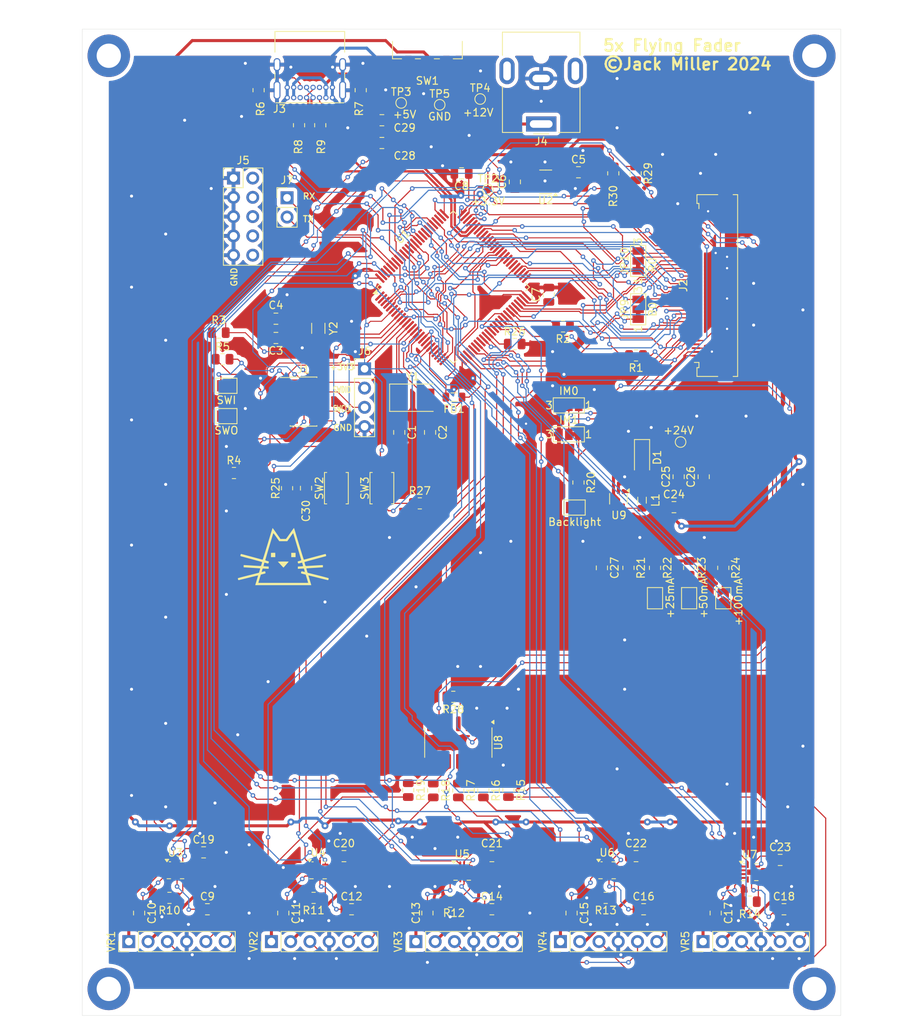
<source format=kicad_pcb>
(kicad_pcb (version 20240108) (generator "pcbnew") (generator_version "8.0")
  (title_block (rev "1"))
  (layers (0 "F.Cu" signal "Front") (31 "B.Cu" signal "Back") (34 "B.Paste" user) (35 "F.Paste" user) (36 "B.SilkS" user "B.Silkscreen") (37 "F.SilkS" user "F.Silkscreen") (38 "B.Mask" user) (39 "F.Mask" user) (44 "Edge.Cuts" user))
  (net 0 "")
  (net 1 "GND")
  (net 2 "Net-(U1-PH0{slash}OSC_IN)")
  (net 3 "Net-(U1-PH1{slash}OSC_OUT)")
  (net 4 "Net-(U1-PC15{slash}OSC32_OUT)")
  (net 5 "Net-(U1-PC14{slash}OSC32_IN)")
  (net 6 "+5V")
  (net 7 "+3V3")
  (net 8 "Net-(C7-Pad1)")
  (net 9 "Net-(C8-Pad1)")
  (net 10 "Net-(U3-VCC)")
  (net 11 "Net-(U3-V3P3)")
  (net 12 "Net-(U4-V3P3)")
  (net 13 "Net-(U4-VCC)")
  (net 14 "Net-(U5-V3P3)")
  (net 15 "Net-(U5-VCC)")
  (net 16 "Net-(U6-V3P3)")
  (net 17 "Net-(U6-VCC)")
  (net 18 "Net-(U7-V3P3)")
  (net 19 "Net-(U7-VCC)")
  (net 20 "/MOT1_SEN")
  (net 21 "/MOT2_SEN")
  (net 22 "/MOT3_SEN")
  (net 23 "MOT4_SEN")
  (net 24 "/MOT5_SEN")
  (net 25 "+24V")
  (net 26 "LEDK")
  (net 27 "nRST")
  (net 28 "Net-(D1-A)")
  (net 29 "Net-(U1-VDDA)")
  (net 30 "Net-(J1-NC{slash}TDI)")
  (net 31 "Net-(J1-SWO{slash}TDO)")
  (net 32 "SWDIO")
  (net 33 "SWCLK")
  (net 35 "B3")
  (net 36 "DE")
  (net 37 "R3")
  (net 38 "IM1")
  (net 39 "B2")
  (net 40 "SDA")
  (net 41 "B5")
  (net 42 "TFT_RESET")
  (net 43 "R1")
  (net 44 "G0")
  (net 45 "G4")
  (net 46 "B1")
  (net 47 "HSYNC")
  (net 48 "TFT_MOSI")
  (net 49 "TFT_SCK")
  (net 50 "R4")
  (net 51 "R2")
  (net 52 "G3")
  (net 53 "VSYNC")
  (net 54 "TFT_CS")
  (net 55 "IM0")
  (net 56 "R5")
  (net 57 "Net-(J2-Pin_12)")
  (net 58 "B4")
  (net 59 "TP_IRQ")
  (net 60 "G2")
  (net 61 "G5")
  (net 62 "G1")
  (net 63 "Net-(J2-Pin_28)")
  (net 64 "Net-(J2-Pin_16)")
  (net 65 "SCL")
  (net 66 "Net-(J3-CC2)")
  (net 68 "USB_D-")
  (net 69 "Net-(J3-CC1)")
  (net 70 "USB_D+")
  (net 72 "+12V")
  (net 73 "Net-(J5-Pin_10)")
  (net 74 "Net-(J5-Pin_6)")
  (net 75 "Net-(J5-Pin_8)")
  (net 76 "Net-(J5-Pin_2)")
  (net 77 "Net-(J5-Pin_4)")
  (net 78 "SWO")
  (net 79 "BKLGHT")
  (net 80 "Net-(JP5-B)")
  (net 81 "Net-(JP6-B)")
  (net 82 "Net-(JP7-B)")
  (net 83 "Net-(JP8-B)")
  (net 84 "B0")
  (net 85 "R0")
  (net 86 "PCLK")
  (net 87 "/D-")
  (net 88 "/D+")
  (net 89 "Net-(U3-ISET)")
  (net 90 "Net-(U4-ISET)")
  (net 91 "Net-(U5-ISET)")
  (net 92 "Net-(U6-ISET)")
  (net 93 "Net-(U7-ISET)")
  (net 94 "Net-(U8-KEY0)")
  (net 95 "TOUCH_1")
  (net 96 "Net-(U8-KEY1)")
  (net 97 "TOUCH_2")
  (net 98 "Net-(U8-KEY2)")
  (net 99 "TOUCH_3")
  (net 100 "TOUCH_4")
  (net 101 "Net-(U8-KEY3)")
  (net 102 "Net-(U8-KEY4)")
  (net 103 "TOUCH_5")
  (net 104 "Net-(U1-PB2)")
  (net 105 "BOOT0")
  (net 106 "TOUCH_INT")
  (net 107 "Vdrive")
  (net 111 "MOT3_IN2")
  (net 112 "MOT3_IN1")
  (net 114 "MOT1_SLP")
  (net 115 "/RX")
  (net 116 "MOT1_IN2")
  (net 120 "/TX")
  (net 121 "MOT2_SLP")
  (net 122 "MOT3_SLP")
  (net 125 "MOT5_IN1")
  (net 127 "MOT4_SLP")
  (net 128 "WIPER_1")
  (net 129 "MOT5_SLP")
  (net 131 "MOT4_IN2")
  (net 132 "WIPER_3")
  (net 133 "WIPER_4")
  (net 136 "MOT4_IN1")
  (net 137 "MOT1_IN1")
  (net 139 "MOT2_IN1")
  (net 140 "MOT5_IN2")
  (net 141 "WIPER_2")
  (net 142 "WIPER_5")
  (net 143 "MOT2_IN2")
  (net 146 "MOT_1A")
  (net 147 "MOT_1B")
  (net 148 "MOT_2B")
  (net 149 "MOT_2A")
  (net 151 "MOT_3B")
  (net 153 "MOT_3A")
  (net 154 "MOT_4A")
  (net 156 "MOT_4B")
  (net 157 "MOT_5B")
  (net 159 "MOT_5A")
  (footprint "Capacitor_SMD:C_0805_2012Metric" (layer "F.Cu") (at 104.5 152 -90)
    (property "Reference" "C15")
    (property "Value" "0.47u")
  )
  (footprint "MountingHole:MountingHole_3.2mm_M3_DIN965_Pad" (layer "F.Cu") (at 136.5 162)
    (property "Reference" "REF**" (hide yes))
    (property "Value" "MountingHole_3.2mm_M3_DIN965_Pad")
  )
  (footprint "Button_Switch_SMD:SW_SPDT_CK_JS102011SAQN" (layer "F.Cu") (at 85.5 37.5 180)
    (property "Reference" "SW1")
    (property "Value" "SW_SPDT")
  )
  (footprint "Capacitor_SMD:C_0805_2012Metric" (layer "F.Cu") (at 113 144.5)
    (property "Reference" "C22")
    (property "Value" "0.1n")
  )
  (footprint "Connector_PinHeader_2.54mm:PinHeader_2x05_P2.54mm_Vertical" (layer "F.Cu") (at 59.939 55.123)
    (property "Reference" "J5")
    (property "Value" "Conn_02x05_Odd_Even")
  )
  (footprint "Connector_BarrelJack:BarrelJack_CUI_PJ-063AH_Horizontal" (layer "F.Cu") (at 100.5 48 180)
    (property "Reference" "J4")
    (property "Value" "Barrel_Jack")
  )
  (footprint "Connector_PinHeader_2.54mm:PinHeader_1x06_P2.54mm_Vertical" (layer "F.Cu") (at 103.0365 155.76 90)
    (property "Reference" "VR4")
    (property "Value" "SM10002NKA1X-HW1")
  )
  (footprint "MountingHole:MountingHole_3.2mm_M3_DIN965_Pad" (layer "F.Cu") (at 43.5 162)
    (property "Reference" "REF**" (hide yes))
    (property "Value" "MountingHole_3.2mm_M3_DIN965_Pad")
  )
  (footprint "Inductor_SMD:L_0805_2012Metric" (layer "F.Cu") (at 89 84 180)
    (property "Reference" "FB1")
    (property "Value" "10uH")
  )
  (footprint "Capacitor_SMD:C_0805_2012Metric" (layer "F.Cu") (at 108.5 106.5 -90)
    (property "Reference" "C27")
    (property "Value" "0.1u")
  )
  (footprint "Capacitor_SMD:C_0805_2012Metric" (layer "F.Cu") (at 123.5 152 -90)
    (property "Reference" "C17")
    (property "Value" "0.47u")
  )
  (footprint "Resistor_SMD:R_0805_2012Metric" (layer "F.Cu") (at 103.378 74.676 180)
    (property "Reference" "R2")
    (property "Value" "100")
  )
  (footprint "Package_SO:SOIC-14_3.9x8.7mm_P1.27mm" (layer "F.Cu") (at 89.5745 129.533 -90)
    (property "Reference" "U8")
    (property "Value" "AT42QT1070-S")
  )
  (footprint "Resistor_SMD:R_0805_2012Metric" (layer "F.Cu") (at 128 150.5 180)
    (property "Reference" "R14")
    (property "Value" "6.8k")
  )
  (footprint "Capacitor_SMD:C_0805_2012Metric" (layer "F.Cu") (at 94 151.5)
    (property "Reference" "C14")
    (property "Value" "0.1u")
  )
  (footprint "Resistor_SMD:R_0805_2012Metric" (layer "F.Cu") (at 112 106.5 -90)
    (property "Reference" "R21")
    (property "Value" "8.2")
  )
  (footprint "Resistor_SMD:R_0805_2012Metric" (layer "F.Cu") (at 86.2725 135.8445 -90)
    (property "Reference" "R18")
    (property "Value" "10k")
  )
  (footprint "MountingHole:MountingHole_3.2mm_M3_DIN965_Pad" (layer "F.Cu") (at 43.5 39)
    (property "Reference" "REF**" (hide yes))
    (property "Value" "MountingHole_3.2mm_M3_DIN965_Pad")
  )
  (footprint "TestPoint:TestPoint_Pad_D1.0mm" (layer "F.Cu") (at 82.042 45.212)
    (property "Reference" "TP3")
    (property "Value" "+5V")
  )
  (footprint "Capacitor_SMD:C_0805_2012Metric" (layer "F.Cu") (at 65.532 73.66 180)
    (property "Reference" "C4")
    (property "Value" "C_Small")
  )
  (footprint "Capacitor_SMD:C_0805_2012Metric" (layer "F.Cu") (at 66.5 152 -90)
    (property "Reference" "C11")
    (property "Value" "0.47u")
  )
  (footprint "Resistor_SMD:R_0805_2012Metric" (layer "F.Cu") (at 67 96 -90)
    (property "Reference" "R25")
    (property "Value" "10k")
  )
  (footprint "Capacitor_SMD:C_0805_2012Metric" (layer "F.Cu") (at 74.5 144.5)
    (property "Reference" "C20")
    (property "Value" "0.1n")
  )
  (footprint "Capacitor_SMD:C_0805_2012Metric" (layer "F.Cu") (at 105.41 54.356)
    (property "Reference" "C5")
    (property "Value" "1u")
  )
  (footprint "Capacitor_SMD:C_0805_2012Metric" (layer "F.Cu") (at 79.5 50.5 180)
    (property "Reference" "C28")
    (property "Value" "0.1u")
  )
  (footprint "Button_Switch_SMD:SW_Push_SPST_NO_Alps_SKRK" (layer "F.Cu") (at 79.5 96 90)
    (property "Reference" "SW3")
    (property "Value" "BOOT0")
  )
  (footprint "Resistor_SMD:R_0805_2012Metric" (layer "F.Cu") (at 124.5 106.5 -90)
    (property "Reference" "R24")
    (property "Value" "2")
  )
  (footprint "Resistor_SMD:R_0805_2012Metric" (layer "F.Cu") (at 109 150 180)
    (property "Reference" "R13")
    (property "Value" "6.8k")
  )
  (footprint "Capacitor_SMD:C_0805_2012Metric" (layer "F.Cu") (at 75.5 151.5)
    (property "Reference" "C12")
    (property "Value" "0.1u")
  )
  (footprint "Resistor_SMD:R_0805_2012Metric" (layer "F.Cu") (at 70.5 150 180)
    (property "Reference" "R11")
    (property "Value" "6.8k")
  )
  (footprint "Capacitor_SMD:C_0805_2012Metric" (layer "F.Cu") (at 97.028 55.626 90)
    (property "Reference" "C6")
    (property "Value" "1u")
  )
  (footprint "Button_Switch_SMD:SW_Push_SPST_NO_Alps_SKRK" (layer "F.Cu") (at 73.5 96 90)
    (property "Reference" "SW2")
    (property "Value" "RESET")
  )
  (footprint "TestPoint:TestPoint_Pad_D1.0mm" (layer "F.Cu") (at 93.472 56.642)
    (property "Reference" "TP2")
    (property "Value" "+3.3V")
  )
  (footprint "Package_DFN_QFN:LQFN-12-1EP_2x2mm_P0.5mm_EP0.7x0.7mm" (layer "F.Cu") (at 52.29 146.366)
    (property "Reference" "U3")
    (property "Value" "MP6550GG-Z")
  )
  (footprint "Capacitor_SMD:C_0805_2012Metric" (layer "F.Cu") (at 47.5 152 -90)
    (property "Reference" "C10")
    (property "Value" "0.47u")
  )
  (footprint "Diode_SMD:D_SOD-123" (layer "F.Cu") (at 113.792 91.948 -90)
    (property "Reference" "D1")
    (property "Value" "MBR0540")
  )
  (footprint "Resistor_SMD:R_0805_2012Metric" (layer "F.Cu") (at 84.5 98)
    (property "Reference" "R27")
    (property "Value" "10k")
  )
  (footprint "Connector_PinHeader_2.54mm:PinHeader_1x06_P2.54mm_Vertical" (layer "F.Cu") (at 64.9365 155.76 90)
    (property "Reference" "VR2")
    (property "Value" "SM10002NKA1X-HW1")
  )
  (footprint "TestPoint:TestPoint_Pad_D1.0mm" (layer "F.Cu") (at 87.122 45.466)
    (property "Reference" "TP5")
    (property "Value" "GND")
  )
  (footprint "Jumper:SolderJumper-3_P1.3mm_Bridged12_Pad1.0x1.5mm_NumberLabels" (layer "F.Cu") (at 113.284 72.42 90)
    (property "Reference" "JP9")
    (property "Value" "B0")
  )
  (footprint "Resistor_SMD:R_0805_2012Metric" (layer "F.Cu") (at 51.5 150 180)
    (property "Reference" "R10")
    (property "Value" "6.8k")
  )
  (footprint "Resistor_SMD:R_0805_2012Metric" (layer "F.Cu") (at 89.5745 135.8445 -90)
    (property "Reference" "R17")
    (property "Value" "10k")
  )
  (footprint "Resistor_SMD:R_0805_2012Metric" (layer "F.Cu") (at 115.5 106.5 -90)
    (property "Reference" "R22")
    (property "Value" "8.2")
  )
  (footprint "Capacitor_SMD:C_0805_2012Metric" (layer "F.Cu") (at 85.5 152 -90)
    (property "Reference" "C13")
    (property "Value" "0.47u")
  )
  (footprint "Jumper:SolderJumper-2_P1.3mm_Open_TrianglePad1.0x1.5mm" (layer "F.Cu") (at 59 86.5)
    (property "Reference" "JP3")
    (property "Value" "SWO")
  )
  (footprint "Resistor_SMD:R_0805_2012Metric" (layer "F.Cu") (at 105.41 95.25 -90)
    (property "Reference" "R20")
    (property "Value" "10k")
  )
  (footprint "Capacitor_SMD:C_0805_2012Metric" (layer "F.Cu") (at 65.532 76.2 180)
    (property "Reference" "C3")
    (property "Value" "C_Small")
  )
  (footprint "Jumper:SolderJumper-2_P1.3mm_Bridged_Pad1.0x1.5mm" (layer "F.Cu") (at 104.902 98.552)
    (property "Reference" "JP5")
    (property "Value" "Backlight")
  )
  (footprint "Connector_PinHeader_2.54mm:PinHeader_1x06_P2.54mm_Vertical" (layer "F.Cu") (at 83.9865 155.76 90)
    (property "Reference" "VR3")
    (property "Value" "SM10002NKA1X-HW1")
  )
  (footprint "Connector_PinHeader_1.27mm:PinHeader_2x05_P1.27mm_Vertical_SMD" (layer "F.Cu") (at 69.17 84.582)
    (property "Reference" "J1")
    (property "Value" "Conn_ARM_JTAG_SWD_10")
  )
  (footprint "Resistor_SMD:R_0805_2012Metric" (layer "F.Cu") (at 88.9125 123.5 180)
    (property "Reference" "R28")
    (property "Value" "4.7k")
  )
  (footprint "Resistor_SMD:R_0805_2012Metric" (layer "F.Cu") (at 68.58 48.1565 -90)
    (property "Reference" "R8")
    (property "Value" "0")
  )
  (footprint "Crystal:Crystal_SMD_3215-2Pin_3.2x1.5mm" (layer "F.Cu") (at 71.12 74.93 -90)
    (property "Reference" "Y2")
    (property "Value" "32.768kHz")
  )
  (footprint "Resistor_SMD:R_0805_2012Metric" (layer "F.Cu") (at 60 94)
    (property "Reference" "R4")
    (property "Value" "10k")
  )
  (footprint "Resistor_SMD:R_0805_2012Metric" (layer "F.Cu") (at 120 106.5 -90)
    (property "Reference" "R23")
    (property "Value" "4.3")
  )
  (footprint "Capacitor_SMD:C_0805_2012Metric" (layer "F.Cu") (at 118 98.5)
    (property "Reference" "C24")
    (property "Value" "10u")
  )
  (footprint "Capacitor_SMD:C_0805_2012Metric" (layer "F.Cu") (at 81.788 88.646 -90)
    (property "Reference" "C1")
    (property "Value" "C_Small")
  )
  (footprint "Package_DFN_QFN:LQFN-12-1EP_2x2mm_P0.5mm_EP0.7x0.7mm" (layer "F.Cu") (at 71.086 146.374)
    (property "Reference" "U4")
    (property "Value" "MP6550GG-Z")
  )
  (footprint "Resistor_SMD:R_0805_2012Metric" (layer "F.Cu") (at 58.5 79)
    (property "Reference" "R5")
    (property "Value" "10k")
  )
  (footprint "Resistor_SMD:R_0805_2012Metric" (layer "F.Cu") (at 110 54.5 -90)
    (property "Reference" "R30")
    (property "Value" "4.7k")
  )
  (footprint "Package_TO_SOT_SMD:SOT-23-5" (layer "F.Cu") (at 101.092 55.626 180)
    (property "Reference" "U2")
    (property "Value" "MIC5504-3.3YM5")
  )
  (footprint "Connector_PinHeader_2.54mm:PinHeader_1x06_P2.54mm_Vertical" (layer "F.Cu") (at 121.8325 155.76 90)
    (property "Reference" "VR5")
    (property "Value" "SM10002NKA1X-HW1")
  )
  (footprint "Resistor_SMD:R_0805_2012Metric" (layer "F.Cu") (at 76.708 43.5375 90)
    (property "Reference" "R7")
    (property "Value" "5.1k")
  )
  (footprint "Resistor_SMD:R_0805_2012Metric" (layer "F.Cu") (at 96.1785 135.7975 -90)
    (property "Reference" "R15")
    (property "Value" "10k")
  )
  (footprint "Package_QFP:LQFP-100_14x14mm_P0.5mm" (layer "F.Cu") (at 88.9 69.5 45)
    (property "Reference" "U1")
    (property "Value" "STM32H7A3VITx")
  )
  (footprint "Capacitor_SMD:C_0805_2012Metric" (layer "F.Cu") (at 118.618 94.488 90)
    (property "Reference" "C25")
    (property "Value" "1u")
  )
  (footprint "Capacitor_SMD:C_0805_2012Metric" (layer "F.Cu") (at 132.5 151.5)
    (property "Reference" "C18")
    (property "Value" "0.1u")
  )
  (footprint "Jumper:SolderJumper-2_P1.3mm_Open_TrianglePad1.0x1.5mm" (layer "F.Cu") (at 120 110.5 90)
    (property "Reference" "JP7")
    (property "Value" "+50mA")
  )
  (footprint "Jumper:SolderJumper-3_P1.3mm_Bridged12_Pad1.0x1.5mm_NumberLabels" (layer "F.Cu") (at 104.14 88.9 180)
    (property "Reference" "JP1")
    (property "Value" "IM1")
  )
  (footprint "Resistor_SMD:R_0805_2012Metric" (layer "F.Cu") (at 88.5 150.5 180)
    (property "Reference" "R12")
    (property "Value" "6.8k")
  )
  (footprint "Resistor_SMD:R_0805_2012Metric" (layer "F.Cu") (at 113 78.5 180)
    (property "Reference" "R1")
    (property "Value" "10k")
  )
  (footprint "Jumper:SolderJumper-2_P1.3mm_Open_TrianglePad1.0x1.5mm" (layer "F.Cu") (at 124.5 110.5 90)
    (property "Reference" "JP8")
    (property "Value" "+100mA")
  )
  (footprint "Resistor_SMD:R_0805_2012Metric" (layer "F.Cu") (at 58 75.5)
    (property "Reference" "R3")
    (property "Value" "10k")
  )
  (footprint "Capacitor_SMD:C_0805_2012Metric" (layer "F.Cu") (at 114 151.5)
    (property "Reference" "C16")
    (property "Value" "0.1u")
  )
  (footprint "Jumper:SolderJumper-3_P1.3mm_Bridged12_Pad1.0x1.5mm_NumberLabels" (layer "F.Cu") (at 104.14 85.09 180)
    (property "Reference" "JP2")
    (property "Value" "IM0")
  )
  (footprint "Connector_FFC-FPC:Omron_XF2M-4015-1A_1x40-1MP_P0.5mm_Horizontal" (layer "F.Cu") (at 122.936 69.29 90)
    (property "Reference" "J2")
    (property "Value" "40P_FPC_0.5mm")
  )
  (footprint "Package_DFN_QFN:LQFN-12-1EP_2x2mm_P0.5mm_EP0.7x0.7mm" (layer "F.Cu") (at 90.0865 146.5625)
    (property "Reference" "U5")
    (property "Value" "MP6550GG-Z")
  )
  (footprint "Inductor_SMD:L_0805_2012Metric" (layer "F.Cu") (at 113.792 97.5825 90)
    (property "Reference" "L1")
    (property "Value" "6.8u")
  )
  (footprint "Capacitor_SMD:C_0805_2012Metric" (layer "F.Cu") (at 94 144.5)
    (property "Reference" "C21")
    (property "Value" "0.1n")
  )
  (footprint "Resistor_SMD:R_0805_2012Metric" (layer "F.Cu") (at 71.374 48.1565 90)
    (property "Reference" "R9")
    (property "Value" "0")
  )
  (footprint "Jumper:SolderJumper-2_P1.3mm_Open_TrianglePad1.0x1.5mm" (layer "F.Cu") (at 115.5 110.5 90)
    (property "Reference" "JP6")
    (property "Value" "+25mA")
  )
  (footprint "Connector_USB:USB_C_Receptacle_GCT_USB4085" (layer "F.Cu") (at 72.975 44.525 180)
    (property "Reference" "J3")
    (property "Value" "USB_C_Receptacle_USB2.0_16P")
  )
  (footprint "TestPoint:TestPoint_Pad_D1.0mm" (layer "F.Cu") (at 118.872 89.916)
    (property "Reference" "TP1")
    (property "Value" "+24V")
  )
  (footprint "Jumper:SolderJumper-3_P1.3mm_Bridged12_Pad1.0x1.5mm_NumberLabels" (layer "F.Cu") (at 113.284 66.04 90)
    (property "Reference" "JP10")
    (property "Value" "R0")
  )
  (footprint "Resistor_SMD:R_0805_2012Metric" (layer "F.Cu") (at 112.95 54.5 -90)
    (property "Reference" "R29")
    (property "Value" "4.7k")
  )
  (footprint "TestPoint:TestPoint_Pad_D1.0mm" (layer "F.Cu") (at 92.456 44.704)
    (property "Reference" "TP4")
    (property "Value" "+12V")
  )
  (footprint "Crystal:Crystal_SMD_5032-2Pin_5.0x3.2mm" (layer "F.Cu") (at 83.566 84.074)
    (property "Reference" "Y1")
    (property "Value" "50MHz")
  )
  (footprint "Connector_PinHeader_2.54mm:PinHeader_1x02_P2.54mm_Vertical" (layer "F.Cu") (at 67 57.725)
    (property "Reference" "J7")
    (property "Value" "UART4")
  )
  (footprint "Fader:cat" (layer "F.Cu") (at 66.5 105)
    (property "Reference" "G***" (hide yes))
    (property "Value" "LOGO" (hide yes))
  )
  (footprint "Package_DFN_QFN:LQFN-12-1EP_2x2mm_P0.5mm_EP0.7x0.7mm" (layer "F.Cu") (at 127.982 146.616)
    (property "Reference" "U7")
    (property "Value" "MP6550GG-Z")
  )
  (footprint "MountingHole:MountingHole_3.2mm_M3_DIN965_Pad" (layer "F.Cu") (at 136.5 39)
    (property "Reference" "REF**" (hide yes))
    (property "Value" "MountingHole_3.2mm_M3_DIN965_Pad")
  )
  (footprint "Resistor_SMD:R_0805_2012Metric" (layer "F.Cu") (at 97 77)
    (property "Reference" "R26")
    (property "Value" "10k")
  )
  (footprint "Capacitor_SMD:C_0805_2012Metric" (layer "F.Cu") (at 90 54.5 180)
    (property "Reference" "C8")
    (property "Value" "2.2u")
  )
  (footprint "Jumper:SolderJumper-2_P1.3mm_Open_TrianglePad1.0x1.5mm" (layer "F.Cu") (at 59 82.5)
    (property "Reference" "JP4")
    (property "Value" "SWI")
  )
  (footprint "Capacitor_SMD:C_0805_2012Metric" (layer "F.Cu") (at 79.5 47.5 180)
    (property "Reference" "C29")
    (property "Value" "10u")
  )
  (footprint "Capacitor_SMD:C_0805_2012Metric" (layer "F.Cu") (at 56.5 151.5)
    (property "Reference" "C9")
    (property "Value" "0.1u")
  )
  (footprint "Resistor_SMD:R_0805_2012Metric" (layer "F.Cu") (at 82.9705 135.7975 -90)
    (property "Reference" "R19")
    (property "Value" "10k")
  )
  (footprint "Capacitor_SMD:C_0805_2012Metric" (layer "F.Cu") (at 56 144)
    (property "Reference" "C19")
    (property "Value" "0.1n")
  )
  (footprint "Capacitor_SMD:C_0805_2012Metric" (layer "F.Cu") (at 121.92 94.488 90)
    (property "Reference" "C26")
    (property "Value" "1u")
  )
  (footprint "Connector_PinHeader_2.54mm:PinHeader_1x06_P2.54mm_Vertical" (layer "F.Cu") (at 46.1405 155.76 90)
    (property "Reference" "VR1")
    (property "Value" "SM10002NKA1X-HW1")
  )
  (footprint "Resistor_SMD:R_0805_2012Metric" (layer "F.Cu") (at 63.246 43.5375 -90)
    (property "Reference" "R6")
    (property "Value" "5.1k")
  )
  (footprint "Capacitor_SMD:C_0805_2012Metric" (layer "F.Cu") (at 101.5 70.5 90)
    (property "Reference" "C7")
    (property "Value" "2.2u")
  )
  (footprint "Capacitor_SMD:C_0805_2012Metric" (layer "F.Cu") (at 132 145)
    (property "Reference" "C23")
    (property "Value" "0.1n")
  )
  (footprint "Connector_PinHeader_2.54mm:PinHeader_1x04_P2.54mm_Vertical" (layer "F.Cu") (at 77.216 80.264)
    (property "Reference" "J6")
    (property "Value" "Conn_01x04_Pin")
  )
  (footprint "Package_TO_SOT_SMD:SOT-353_SC-70-5" (layer "F.Cu") (at 110.678 97.394 -90)
    (property "Reference" "U9")
    (property "Value" "TPS61169DCKR")
  )
  (footprint "Capacitor_SMD:C_0805_2012Metric" (layer "F.Cu") (at 69.5 96 90)
    (property "Reference" "C30")
    (property "Value" "0.1u")
  )
  (footprint "Resistor_SMD:R_0805_2012Metric" (layer "F.Cu") (at 92.8765 135.8445 -90)
    (property "Reference" "R16")
    (property "Value" "10k")
  )
  (footprint "Package_DFN_QFN:LQFN-12-1EP_2x2mm_P0.5mm_EP0.7x0.7mm" (layer "F.Cu") (at 109.186 146.366)
    (property "Reference" "U6")
    (property "Value" "MP6550GG-Z")
  )
  (footprint "Capacitor_SMD:C_0805_2012Metric" (layer "F.Cu") (at 85.852 88.646 -90)
    (property "Reference" "C2")
    (property "Value" "C_Small")
  )
  (gr_rect (start 40 35.5) (end 140 165.5) (stroke (width 0.0381)) (fill none) (layer "Edge.Cuts"))
  (gr_text "JLCJLCJLCJLC" (at 111.5 43.5 0) (layer "F.Cu") (effects (font (size 1 1) (thickness 0.2) (bold yes)) (justify left bottom)))
  (gr_text "TX" (at 69 61 0) (layer "F.SilkS") (effects (font (size 0.8128 0.8128) (thickness 0.1524) (bold yes)) (justify left bottom)))
  (gr_text "5x Flying Fader\n©Jack Miller 2024" (at 108.5 41 0) (layer "F.SilkS") (effects (font (size 1.524 1.524) (thickness 0.3048) (bold yes)) (justify left bottom)))
  (gr_text "GND" (at 73 88.5 0) (layer "F.SilkS") (effects (font (size 0.8128 0.8128) (thickness 0.1524) (bold yes)) (justify left bottom)))
  (gr_text "SWDIO" (at 73 83.5 0) (layer "F.SilkS") (effects (font (size 0.8128 0.5) (thickness 0.125) (bold yes)) (justify left bottom)))
  (gr_text "GND" (at 60.5 69.5 90) (layer "F.SilkS") (effects (font (size 0.8128 0.8128) (thickness 0.1524) (bold yes)) (justify left bottom)))
  (gr_text "RX" (at 69 58 0) (layer "F.SilkS") (effects (font (size 0.8128 0.8128) (thickness 0.1524) (bold yes)) (justify left bottom)))
  (gr_text "SWCLK" (at 73 86 0) (layer "F.SilkS") (effects (font (size 0.8128 0.5) (thickness 0.125) (bold yes)) (justify left bottom)))
  (gr_text "+3V3" (at 72.5 80.5 0) (layer "F.SilkS") (effects (font (size 0.8128 0.8128) (thickness 0.1524) (bold yes)) (justify left bottom)))
  (segment (start 89.05 54.5) (end 89.05 56.554263) (width 0.4) (layer "F.Cu") (net 1))
  (segment (start 69.506 89.408) (end 67.22 87.122) (width 0.127) (layer "F.Cu") (net 1))
  (segment (start 101.5 69.55) (end 100 71.05) (width 0.15) (layer "F.Cu") (net 1))
  (segment (start 65.024 86.36) (end 65.786 87.122) (width 0.127) (layer "F.Cu") (net 1))
  (segment (start 50.5875 151.4125) (end 50.5875 150) (width 0.15) (layer "F.Cu") (net 1))
  (segment (start 47.5 152.95) (end 49.05 152.95) (width 0.15) (layer "F.Cu") (net 1))
  (segment (start 79.583868 67.962043) (end 79.020266 67.398441) (width 0.15) (layer "F.Cu") (net 1))
  (segment (start 102.84 85.09) (end 102.84 88.9) (width 0.4) (layer "F.Cu") (net 1))
  (segment (start 120.886 77.54) (end 122.54 77.54) (width 0.15) (layer "F.Cu") (net 1))
  (segment (start 106 148.5) (end 106 147.75) (width 0.15) (layer "F.Cu") (net 1))
  (segment (start 89.520802 77.479198) (end 92.116943 74.883057) (width 0.15) (layer "F.Cu") (net 1))
  (segment (start 106.55 152.95) (end 108.0875 151.4125) (width 0.15) (layer "F.Cu") (net 1))
  (segment (start 99.898441 71.601559) (end 98.779734 71.601559) (width 0.15) (layer "F.Cu") (net 1))
  (segment (start 50.5875 150) (end 50 150) (width 0.15) (layer "F.Cu") (net 1))
  (segment (start 87.122 45.466) (end 86.466 45.466) (width 0.4) (layer "F.Cu") (net 1))
  (segment (start 122.54 77.54) (end 123 78) (width 0.15) (layer "F.Cu") (net 1))
  (segment (start 78.55 45.5) (end 78.55 44.467) (width 0.15) (layer "F.Cu") (net 1))
  (segment (start 69.5875 150.9125) (end 69.5875 150) (width 0.15) (layer "F.Cu") (net 1))
  (segment (start 110.678 95.322) (end 111.5 94.5) (width 0.4) (layer "F.Cu") (net 1))
  (segment (start 111.9625 107.45) (end 112 107.4125) (width 0.4) (layer "F.Cu") (net 1))
  (segment (start 114.745 111.225) (end 112 108.48) (width 0.4) (layer "F.Cu") (net 1))
  (segment (start 95.525644 70.474356) (end 97.652531 70.474356) (width 0.15) (layer "F.Cu") (net 1))
  (segment (start 65.532 84.582) (end 65.024 85.09) (width 0.127) (layer "F.Cu") (net 1))
  (segment (start 125 149) (end 125 148.473001) (width 0.15) (layer "F.Cu") (net 1))
  (segment (start 67.22 83.312) (end 65.532 83.312) (width 0.127) (layer "F.Cu") (net 1))
  (segment (start 67.5 148.5) (end 67.5 148) (width 0.15) (layer "F.Cu") (net 1))
  (segment (start 50.384 146.616) (end 51.3275 146.616) (width 0.15) (layer "F.Cu") (net 1))
  (segment (start 78.55 44.467) (end 76.708 42.625) (width 0.15) (layer "F.Cu") (net 1))
  (segment (start 121.611 62.54) (end 123.5 64.429) (width 0.15) (layer "F.Cu") (net 1))
  (segment (start 89.05 54.5) (end 88.5 54.5) (width 0.4) (layer "F.Cu") (net 1))
  (segment (start 84 78.642641) (end 84 79) (width 0.15) (layer "F.Cu") (net 1))
  (segment (start 106 147.75) (end 107.134 146.616) (width 0.15) (layer "F.Cu") (net 1))
  (segment (start 88.73247 146.8125) (end 87.5875 147.95747) (width 0.15) (layer "F.Cu") (net 1))
  (segment (start 82.412295 73.866384) (end 77.792679 78.486) (width 0.15) (layer "F.Cu") (net 1))
  (segment (start 74.869884 78.486) (end 74.758884 78.375) (width 0.15) (layer "F.Cu") (net 1))
  (segment (start 127.0875 150.5) (end 126.5 150.5) (width 0.15) (layer "F.Cu") (net 1))
  (segment (start 108.0875 151.4125) (end 108.0875 150) (width 0.15) (layer "F.Cu") (net 1))
  (segment (start 91.001559 59.196002) (end 92.598781 57.59878) (width 0.15) (layer "F.Cu") (net 1))
  (segment (start 88.5 54.5) (end 87.5 53.5) (width 0.4) (layer "F.Cu") (net 1))
  (segment (start 67.5 148) (end 68.876 146.624) (width 0.15) (layer "F.Cu") (net 1))
  (segment (start 110.678 96.444) (end 110.678 95.322) (width 0.4) (layer "F.Cu") (net 1))
  (segment (start 69 150) (end 67.5 148.5) (width 0.15) (layer "F.Cu") (net 1))
  (segment (start 50 150) (end 49 149) (width 0.15) (layer "F.Cu") (net 1))
  (segment (start 64.375 80.217) (end 64.375 83.425) (width 0.15) (layer "F.Cu") (net 1))
  (segment (start 49.05 152.95) (end 50.5875 151.4125) (width 0.15) (layer "F.Cu") (net 1))
  (segment (start 86.466 45.466) (end 85 44) (width 0.4) (layer "F.Cu") (net 1))
  (segment (start 112 108.48) (end 112 107.4125) (width 0.4) (layer "F.Cu") (net 1))
  (segment (start 59.939 62.743) (end 59.939 65.283) (width 0.4) (layer "F.Cu") (net 1))
  (segment (start 64.582 80.01) (end 64.375 80.217) (width 0.15) (layer "F.Cu") (net 1))
  (segment (start 64.582 73.66) (end 64.582 76.2) (width 0.15) (layer "F.Cu") (net 1))
  (segment (start 69.5 95.05) (end 72.35 95.05) (width 0.4) (layer "F.Cu") (net 1))
  (segment (start 124.6375 152.95) (end 127.0875 150.5) (width 0.15) (layer "F.Cu") (net 1))
  (segment (start 78.55 47.5) (end 78.55 45.5) (width 0.15) (layer "F.Cu") (net 1))
  (segment (start 122.46 59.54) (end 122.5 59.5) (width 0.15) (layer "F.Cu") (net 1))
  (segment (start 66.217 78.375) (end 64.582 80.01) (width 0.15) (layer "F.Cu") (net 1))
  (segment (start 67.22 84.582) (end 65.532 84.582) (width 0.127) (layer "F.Cu") (net 1))
  (segment (start 76.601559 67.398441) (end 76 68) (width 0.15) (layer "F.Cu") (net 1))
  (segment (start 97.652531 70.474356) (end 98.216132 71.037957) (width 0.15) (layer "F.Cu") (net 1))
  (segment (start 80 43.5) (end 78.55 44.95) (width 0.4) (layer "F.Cu") (net 1))
  (segment (start 78.928 89.596) (end 81.788 89.596) (width 0.127) (layer "F.Cu") (net 1))
  (segment (start 83.9125 96.5) (end 85.4125 95) (width 0.4) (layer "F.Cu") (net 1))
  (segment (start 126.5 150.5) (end 125 149) (width 0.15) (layer "F.Cu") (net 1))
  (segment (start 124.5 111.225) (end 120 111.225) (width 0.4) (layer "F.Cu") (net 1))
  (segment (start 66.5 152.95) (end 67.55 152.95) (width 0.15) (layer "F.Cu") (net 1))
  (segment (start 120 111.225) (end 115.5 111.225) (width 0.4) (layer "F.Cu") (net 1))
  (segment (start 79.020266 67.398441) (end 76.601559 67.398441) (width 0.15) (layer "F.Cu") (net 1))
  (segment (start 100 71.5) (end 99.898441 71.601559) (width 0.15) (layer "F.Cu") (net 1))
  (segment (start 90.084404 79.169685) (end 89.520802 78.606083) (width 0.15) (layer "F.Cu") (net 1))
  (segment (start 120.54 59.54) (end 119.5 58.5) (width 0.15) (layer "F.Cu") (net 1))
  (segment (start 97.9125 77) (end 101 77) (width 0.4) (layer "F.Cu") (net 1))
  (segment (start 59.939 57.663) (end 59.939 60.203) (width 0.4) (layer "F.Cu") (net 1))
  (segment (start 90.084404 80.084404) (end 91.5 81.5) (width 0.15) (layer "F.Cu") (net 1))
  (segment (start 91.001559 59.620266) (end 91.001559 59.196002) (width 0.15) (layer "F.Cu") (net 1))
  (segment (start 85.4125 95) (end 85.4125 90.0355) (width 0.4) (layer "F.Cu") (net 1))
  (segment (start 118.95 98.5) (end 118.95 95.77) (width 0.4) (layer "F.Cu") (net 1))
  (segment (start 123.5 64.429) (end 123.5 65) (width 0.15) (layer "F.Cu") (net 1))
  (segment (start 120.886 62.54) (end 121.611 62.54) (width 0.15) (layer "F.Cu") (net 1))
  (segment (start 67.55 152.95) (end 69.5875 150.9125) (width 0.15) (layer "F.Cu") (net 1))
  (segment (start 90.084404 81.915596) (end 90.084404 79.169685) (width 0.15) (layer "F.Cu") (net 1))
  (segment (start 92.116943 73.883057) (end 95.525644 70.474356) (width 0.15) (layer "F.Cu") (net 1))
  (segment (start 89.124 146.8125) (end 88.73247 146.8125) (width 0.15) (layer "F.Cu") (net 1))
  (segment (start 65.532 83.312) (end 65.024 83.82) (width 0.127) (layer "F.Cu") (net 1))
  (segment (start 108.0875 150) (end 107.5 150) (width 0.15) (layer "F.Cu") (net 1))
  (segment (start 92.116943 74.883057) (end 92.116943 73.883057) (width 0.15) (layer "F.Cu") (net 1))
  (segment (start 120.886 59.54) (end 122.46 59.54) (width 0.15) (layer "F.Cu") (net 1))
  (segment (start 76.1 96.5) (end 83.9125 96.5) (width 0.4) (layer "F.Cu") (net 1))
  (segment (start 87.5875 147.95747) (end 87.5875 150.5) (width 0.15) (layer "F.Cu") (net 1))
  (segment (start 125 148.473001) (end 126.607001 146.866) (width 0.15) (layer "F.Cu") (net 1))
  (segment (start 68.876 146.624) (end 70.1235 146.624) (width 0.15) (layer "F.Cu") (net 1))
  (segment (start 74.758884 78.375) (end 66.217 78.375) (width 0.15) (layer "F.Cu") (net 1))
  (segment (start 64.375 83.425) (end 65.024 84.074) (width 0.15) (layer "F.Cu") (net 1))
  (segment (start 89.05 56.554263) (end 89.907037 57.4113) (width 0.4) (layer "F.Cu") (net 1))
  (segment (start 65.024 84.074) (end 65.024 85.09) (width 0.127) (layer "F.Cu") (net 1))
  (segment (start 78.55 50.5) (end 78.55 47.5) (width 0.15) (layer "F.Cu") (net 1))
  (segment (start 49 149) (end 49 148) (width 0.15) (layer "F.Cu") (net 1))
  (segment (start 85.4125 90.0355) (end 85.852 89.596) (width 0.4) (layer "F.Cu") (net 1))
  (segment (start 65.024 85.09) (end 65.024 86.36) (width 0.127) (layer "F.Cu") (net 1))
  (segment (start 119.5 58.5) (end 118.5 58.5) (width 0.15) (layer "F.Cu") (net 1))
  (segment (start 123.5 152.95) (end 124.6375 152.95) (width 0.15) (layer "F.Cu") (net 1))
  (segment (start 92.598781 57.390663) (end 92.432744 57.224626) (width 0.15) (layer "F.Cu") (net 1))
  (segment (start 76 78) (end 75.514 78.486) (width 0.15) (layer "F.Cu") (net 1))
  (segment (start 77.792679 78.486) (end 76.486 78.486) (width 0.15) (layer "F.Cu") (net 1))
  (segment (start 65.024 83.82) (end 65.024 84.074) (width 0.127) (layer "F.Cu") (net 1))
  (segment (start 69.5875 150) (end 69 150) (width 0.15) (layer "F.Cu") (net 1))
  (segment (start 100 71.05) (end 100 71.5) (width 0.15) (layer "F.Cu") (net 1))
  (segment (start 92.598781 57.59878) (end 92.598781 57.390663) (width 0.15) (layer "F.Cu") (net 1))
  (segment (start 75.692 89.408) (end 69.506 89.408) (width 0.127) (layer "F.Cu") (net 1))
  (segment (start 81.788 89.596) (end 85.852 89.596) (width 0.127) (layer "F.Cu") (net 1))
  (segment (start 90.437957 60.183868) (end 91.001559 59.620266) (width 0.15) (layer "F.Cu") (net 1))
  (segment (start 90.084404 79.169685) (end 90.084404 80.084404) (width 0.15) (layer "F.Cu") (net 1))
  (segment (start 107.5 150) (end 106 148.5) (width 0.15) (layer "F.Cu") (net 1))
  (segment (start 107.134 146.616) (end 108.2235 146.616) (width 0.15) (layer "F.Cu") (net 1))
  (segment (start 76.486 78.486) (end 76 78) (width 0.15) (layer "F.Cu") (net 1))
  (segment (start 78.55 44.95) (end 78.55 45.5) (width 0.4) (layer "F.Cu") (net 1))
  (segment (start 59.939 55.123) (end 59.939 57.663) (width 0.4) (layer "F.Cu") (net 1))
  (segment (start 75.514 78.486) (end 74.869884 78.486) (width 0.15) (layer "F.Cu") (net 1))
  (segment (start 64.582 76.2) (end 64.582 80.01) (width 0.15) (layer "F.Cu") (net 1))
  (segment (start 101 77) (end 102 78) (width 0.4) (layer "F.Cu") (net 1))
  (segment (start 104.5 152.95) (end 106.55 152.95) (width 0.15) (layer "F.Cu") (net 1))
  (segment (start 120.886 59.54) (end 120.54 59.54) (width 0.15) (layer "F.Cu") (net 1))
  (segment (start 73.5 93.9) (end 76.1 96.5) (width 0.4) (layer "F.Cu") (net 1))
  (segment (start 108.5 107.45) (end 111.9625 107.45) (width 0.4) (layer "F.Cu") (net 1))
  (segment (start 89 83) (end 90.084404 81.915596) (width 0.15) (layer "F.Cu") (net 1))
  (segment (start 87.5875 150.8625) (end 87.5875 150.5) (width 0.15) (layer "F.Cu") (net 1))
  (segment (start 89.520802 78.606083) (end 89.520802 77.479198) (width 0.15) (layer "F.Cu") (net 1))
  (segment (start 85.4125 98) (end 85.4125 95) (width 0.4) (layer "F.Cu") (net 1))
  (segment (start 85.5 152.95) (end 87.5875 150.8625) (width 0.15) (layer "F.Cu") (net 1))
  (segment (start 126.607001 146.866) (end 127.0195 146.866) (width 0.15) (layer "F.Cu") (net 1))
  (segment (start 49 148) (end 50.384 146.616) (width 0.15) (layer "F.Cu") (net 1))
  (segment (start 77.216 87.884) (end 78.928 89.596) (width 0.127) (layer "F.Cu") (net 1))
  (segment (start 72.35 95.05) (end 73.5 93.9) (width 0.4) (layer "F.Cu") (net 1))
  (segment (start 59.939 60.203) (end 59.939 62.743) (width 0.4) (layer "F.Cu") (net 1))
  (segment (start 115.5 111.225) (end 114.745 111.225) (width 0.4) (layer "F.Cu") (net 1))
  (segment (start 118.618 95.438) (end 121.92 95.438) (width 0.4) (layer "F.Cu") (net 1))
  (segment (start 118.95 95.77) (end 118.618 95.438) (width 0.4) (layer "F.Cu") (net 1))
  (segment (start 65.786 87.122) (end 67.22 87.122) (width 0.127) (layer "F.Cu") (net 1))
  (segment (start 85.594276 77.048365) (end 84 78.642641) (width 0.15) (layer "F.Cu") (net 1))
  (segment (start 77.216 87.884) (end 75.692 89.408) (width 0.127) (layer "F.Cu") (net 1))
  (segment (start 98.779734 71.601559) (end 98.216132 71.037957) (width 0.15) (layer "F.Cu") (net 1))
  (via (at 51 95.5) (size 0.9) (drill 0.4) (layers "F.Cu" "B.Cu") (net 1))
  (via (at 92 125) (size 0.9) (drill 0.4) (layers "F.Cu" "B.Cu") (net 1))
  (via (at 80 43.5) (size 0.9) (drill 0.4) (layers "F.Cu" "B.Cu") (net 1))
  (via (at 76 78) (size 0.9) (drill 0.4) (layers "F.Cu" "B.Cu") (net 1))
  (via (at 128.5 142) (size 0.9) (drill 0.4) (layers "F.Cu" "B.Cu") (net 1))
  (via (at 92.5 119.5) (size 0.9) (drill 0.4) (layers "F.Cu" "B.Cu") (net 1))
  (via (at 123.5 52) (size 0.9) (drill 0.4) (layers "F.Cu" "B.Cu") (net 1))
  (via (at 89 83) (size 0.6) (drill 0.3) (layers "F.Cu" "B.Cu") (net 1))
  (via (at 103.5 81) (size 0.9) (drill 0.4) (layers "F.Cu" "B.Cu") (net 1))
  (via (at 125 67) (size 0.6) (drill 0.3) (layers "F.Cu" "B.Cu") (net 1))
  (via (at 114.5 153.5) (size 0.9) (drill 0.4) (layers "F.Cu" "B.Cu") (net 1))
  (via (at 113.5 102.5) (size 0.9) (drill 0.4) (layers "F.Cu" "B.Cu") (net 1))
  (via (at 51 127) (size 0.9) (drill 0.4) (layers "F.Cu" "B.Cu") (net 1))
  (via (at 97.5 122.5) (size 0.9) (drill 0.4) (layers "F.Cu" "B.Cu") (net 1))
  (via (at 76 148.5) (size 0.9) (drill 0.4) (layers "F.Cu" "B.Cu") (net 1))
  (via (at 128.5 74.5) (size 0.9) (drill 0.4) (layers "F.Cu" "B.Cu") (net 1))
  (via (at 62 158) (size 0.9) (drill 0.4) (layers "F.Cu" "B.Cu") (net 1))
  (via (at 74 141.5) (size 0.9) (drill 0.4) (layers "F.Cu" "B.Cu") (net 1))
  (via (at 125 135) (size 0.9) (drill 0.4) (layers "F.Cu" "B.Cu") (net 1))
  (via (at 110.5 133) (size 0.9) (drill 0.4) (layers "F.Cu" "B.Cu") (net 1))
  (via (at 106.5 150) (size 0.9) (drill 0.4) (layers "F.Cu" "B.Cu") (net 1))
  (via (at 110.5 42) (size 0.9) (drill 0.4) (layers "F.Cu" "B.Cu") (net 1))
  (via (at 128 46.5) (size 0.9) (drill 0.4) (layers "F.Cu" "B.Cu") (net 1))
  (via (at 128.5 69) (size 0.9) (drill 0.4) (layers "F.Cu" "B.Cu") (net 1))
  (via (at 61.5 85.5) (size 0.9) (drill 0.4) (layers "F.Cu" "B.Cu") (net 1))
  (via (at 89.907037 57.4113) (size 0.9) (drill 0.4) (layers "F.Cu" "B.Cu") (net 1))
  (via (at 127.5 86.5) (size 0.9) (drill 0.4) (layers "F.Cu" "B.Cu") (net 1))
  (via (at 46.5 122.5) (size 0.9) (drill 0.4) (layers "F.Cu" "B.Cu") (net 1))
  (via (at 112 141.5) (size 0.9) (drill 0.4) (layers "F.Cu" "B.Cu") (net 1))
  (via (at 69 77.5) (size 0.9) (drill 0.4) (layers "F.Cu" "B.Cu") (net 1))
  (via (at 107.5 83) (size 0.9) (drill 0.4) (layers "F.Cu" "B.Cu") (net 1))
  (via (at 77 40) (size 0.9) (drill 0.4) (layers "F.Cu" "B.Cu") (net 1))
  (via (at 105 56.5) (size 0.9) (drill 0.4) (layers "F.Cu" "B.Cu") (net 1))
  (via (at 73.5 158) (size 0.9) (drill 0.4) (layers "F.Cu" "B.Cu") (net 1))
  (via (at 51 76.5) (size 0.9) (drill 0.4) (layers "F.Cu" "B.Cu") (net 1))
  (via (at 66.5 146) (size 0.9) (drill 0.4) (layers "F.Cu" "B.Cu") (net 1))
  (via (at 46.5 103.5) (size 0.9) (drill 0.4) (layers "F.Cu" "B.Cu") (net 1))
  (via (at 133 138) (size 0.9) (drill 0.4) (layers "F.Cu" "B.Cu") (net 1))
  (via (at 135 95.5) (size 0.9) (drill 0.4) (layers "F.Cu" "B.Cu") (net 1))
  (via (at 53.5 47.5) (size 0.9) (drill 0.4) (layers "F.Cu" "B.Cu") (net 1))
  (via (at 106 51.5) (size 0.9) (drill 0.4) (layers "F.Cu" "B.Cu") (net 1))
  (via (at 91 154) (size 0.9) (drill 0.4) (layers "F.Cu" "B.Cu") (net 1))
  (via (at 51 62.5) (size 0.9) (drill 0.4) (layers "F.Cu" "B.Cu") (net 1))
  (via (at 83.5 142) (size 0.9) (drill 0.4) (layers "F.Cu" "B.Cu") (net 1))
  (via (at 46.5 69.5) (size 0.9) (drill 0.4) (layers "F.Cu" "B.Cu") (net 1))
  (via (at 131.5 142.5) (size 0.9) (drill 0.4) (layers "F.Cu" "B.Cu") (net 1))
  (via (at 62 152) (size 0.9) (drill 0.4) (layers "F.Cu" "B.Cu") (net 1))
  (via (at 134.5 158) (size 0.9) (drill 0.4) (layers "F.Cu" "B.Cu") (net 1))
  (via (at 123.5 65) (size 0.6) (drill 0.3) (layers "F.Cu" "B.Cu") (net 1))
  (via (at 111.5 94.5) (size 0.9) (drill 0.4) (layers "F.Cu" "B.Cu") (net 1))
  (via (at 46.5 136.5) (size 0.9) (drill 0.4) (layers "F.Cu" "B.Cu") (net 1))
  (via (at 91 49.5) (size 0.9) (drill 0.4) (layers "F.Cu" "B.Cu") (net 1))
  (via (at 84 109) (size 0.9) (drill 0.4) (layers "F.Cu" "B.Cu") (net 1))
  (via (at 77.5 115.5) (size 0.9) (drill 0.4) (layers "F.Cu" "B.Cu") (net 1))
  (via (at 51 138) (size 0.9) (drill 0.4) (layers "F.Cu" "B.Cu") (net 1))
  (via (at 115 88) (size 0.9) (drill 0.4) (layers "F.Cu" "B.Cu") (net 1))
  (via (at 95 148.5) (size 0.9) (drill 0.4) (layers "F.Cu" "B.Cu") (net 1))
  (via (at 133.5 148.5) (size 0.9) (drill 0.4) (layers "F.Cu" "B.Cu") (net 1))
  (via (at 99 152) (size 0.9) (drill 0.4) (layers "F.Cu" "B.Cu") (net 1))
  (via (at 72.5 153) (size 0.9) (drill 0.4) (layers "F.Cu" "B.Cu") (net 1))
  (via (at 64.5 121.5) (size 0.9) (drill 0.4) (layers "F.Cu" "B.Cu") (net 1))
  (via (at 75 48.5) (size 0.9) (drill 0.4) (layers "F.Cu" "B.Cu") (net 1))
  (via (at 125.5 151) (size 0.9) (drill 0.4) (layers "F.Cu" "B.Cu") (net 1))
  (via (at 107 153.5) (size 0.9) (drill 0.4) (layers "F.Cu" "B.Cu") (net 1))
  (via (at 123 78) (size 0.6) (drill 0.3) (layers "F.Cu" "B.Cu") (net 1))
  (via (at 54 153.5) (size 0.9) (drill 0.4) (layers "F.Cu" "B.Cu") (net 1))
  (via (at 96.5 103) (size 0.9) (drill 0.4) (layers "F.Cu" "B.Cu") (net 1))
  (via (at 69 153) (size 0.9) (drill 0.4) (layers "F.Cu" "B.Cu") (net 1))
  (via (at 84 79) (size 0.6) (drill 0.3) (layers "F.Cu" "B.Cu") (net 1))
  (via (at 89.5 142) (size 0.9) (drill 0.4) (layers "F.Cu" "B.Cu") (net 1))
  (via (at 51 113) (size 0.9) (drill 0.4) (layers "F.Cu" "B.Cu") (net 1))
  (via (at 89.5 119.5) (size 0.9) (drill 0.4) (layers "F.Cu" "B.Cu") (net 1))
  (via (at 62 143) (size 0.9) (drill 0.4) (layers "F.Cu" "B.Cu") (net 1))
  (via (at 111.5 116) (size 0.9) (drill 0.4) (layers "F.Cu" "B.Cu") (net 1))
  (via (at 111.5 122.5) (size 0.9) (drill 0.4) (layers "F.Cu" "B.Cu") (net 1))
  (via (at 98.5 87.5) (size 0.6) (drill 0.3) (layers "F.Cu" "B.Cu") (net 1))
  (via (at 80.5 102.5) (size 0.9) (drill 0.4) (layers "F.Cu" "B.Cu") (net 1))
  (via (at 72.5 142.5) (size 0.9) (drill 0.4) (layers "F.Cu" "B.Cu") (net 1))
  (via (at 121 86.5) (size 0.9) (drill 0.4) (layers "F.Cu" "B.Cu") (net 1))
  (via (at 92 157.5) (size 0.9) (drill 0.4) (layers "F.Cu" "B.Cu") (net 1))
  (via (at 101 53) (size 0.9) (drill 0.4) (layers "F.Cu" "B.Cu") (net 1))
  (via (at 86 51) (size 0.9) (drill 0.4) (layers "F.Cu" "B.Cu") (net 1))
  (via (at 86.5 148.5) (size 0.9) (drill 0.4) (layers "F.Cu" "B.Cu") (net 1))
  (via (at 73 40.5) (size 0.9) (drill 0.4) (layers "F.Cu" "B.Cu") (net 1))
  (via (at 135 72.5) (size 0.9) (drill 0.4) (layers "F.Cu" "B.Cu") (net 1))
  (via (at 59 144) (size 0.9) (drill 0.4) (layers "F.Cu" "B.Cu") (net 1))
  (via (at 68 150.5) (size 0.9) (drill 0.4) (layers "F.Cu" "B.Cu") (net 1))
  (via (at 122 102.5) (size 0.9) (drill 0.4) (layers "F.Cu" "B.Cu") (net 1))
  (via (at 95.5 132.5) (size 0.9) (drill 0.4) (layers "F.Cu" "B.Cu") (net 1))
  (via (at 63.5 81.5) (size 0.9) (drill 0.4) (layers "F.Cu" "B.Cu") (net 1))
  (via (at 126 141.5) (size 0.9) (drill 0.4) (layers "F.Cu" "B.Cu") (net 1))
  (via (at 125 75) (size 0.6) (drill 0.3) (layers "F.Cu" "B.Cu") (net 1))
  (via (at 68 158) (size 0.9) (drill 0.4) (layers "F.Cu" "B.Cu") (net 1))
  (via (at 76 68) (size 0.9) (drill 0.4) (layers "F.Cu" "B.Cu") (net 1))
  (via (at 133 153.5) (size 0.9) (drill 0.4) (layers "F.Cu" "B.Cu") (net 1))
  (via (at 57 56.5) (size 0.9) (drill 0.4) (layers "F.Cu" "B.Cu") (net 1))
  (via (at 57.5 137.5) (size 0.9) (drill 0.4) (layers "F.Cu" "B.Cu") (net 1))
  (via (at 57.5 148.5) (size 0.9) (drill 0.4) (layers "F.Cu" "B.Cu") (net 1))
  (via (at 121.5 54.5) (size 0.9) (drill 0.4) (layers "F.Cu" "B.Cu") (net 1))
  (via (at 46.5 87) (size 0.9) (drill 0.4) (layers "F.Cu" "B.Cu") (net 1))
  (via (at 50.5 152.5) (size 0.9) (drill 0.4) (layers "F.Cu" "B.Cu") (net 1))
  (via (at 110.5 153.5) (size 0.9) (drill 0.4) (layers "F.Cu" "B.Cu") (net 1))
  (via (at 125 71) (size 0.6) (drill 0.3) (layers "F.Cu" "B.Cu") (net 1))
  (via (at 126.5 153) (size 0.9) (drill 0.4) (layers "F.Cu" "B.Cu") (net 1))
  (via (at 106 103) (size 0.9) (drill 0.4) (layers "F.Cu" "B.Cu") (net 1))
  (via (at 49 150.5) (size 0.9) (drill 0.4) (layers "F.Cu" "B.Cu") (net 1))
  (via (at 112 88.5) (size 0.9) (drill 0.4) (layers "F.Cu" "B.Cu") (net 1))
  (via (at 116.5 52) (size 0.9) (drill 0.4) (layers "F.Cu" "B.Cu") (net 1))
  (via (at 135 130) (size 0.9) (drill 0.4) (layers "F.Cu" "B.Cu") (net 1))
  (via (at 92.5 41) (size 0.9) (drill 0.4) (layers "F.Cu" "B.Cu") (net 1))
  (via (at 131 158) (size 0.9) (drill 0.4) (layers "F.Cu" "B.Cu") (net 1))
  (via (at 122.5 59.5) (size 0.6) (drill 0.3) (layers "F.Cu" "B.Cu") (net 1))
  (via (at 72 111) (size 0.9) (drill 0.4) (layers "F.Cu" "B.Cu") (net 1))
  (via (at 59 90.5) (size 0.9) (drill 0.4) (layers "F.Cu" "B.Cu") (net 1))
  (via (at 60.5 128.5) (size 0.9) (drill 0.4) (layers "F.Cu" "B.Cu") (net 1))
  (via (at 102 82.5) (size 0.9) (drill 0.4) (layers "F.Cu" "B.Cu") (net 1))
  (via (at 59 110) (size 0.9) (drill 0.4) (layers "F.Cu" "B.Cu") (net 1))
  (via (at 85 44) (size 0.9) (drill 0.4) (layers "F.Cu" "B.Cu") (net 1))
  (via (at 46.5 57.5) (size 0.9) (drill 0.4) (layers "F.Cu" "B.Cu") (net 1))
  (via (at 85.5 158.5) (size 0.9) (drill 0.4) (layers "F.Cu" "B.Cu") (net 1))
  (via (at 88.5 152.5) (size 0.9) (drill 0.4) (layers "F.Cu" "B.Cu") (net 1))
  (via (at 92.5 104.5) (size 0.9) (drill 0.4) (layers "F.Cu" "B.Cu") (net 1))
  (via (at 87.5 53.5) (size 0.9) (drill 0.4) (layers "F.Cu" "B.Cu") (net 1))
  (via (at 91.5 81.5) (size 0.6) (drill 0.3) (layers "F.Cu" "B.Cu") (net 1))
  (via (at 67.5 40.5) (size 0.9) (drill 0.4) (layers "F.Cu" "B.Cu") (net 1))
  (via (at 125 65.5) (size 0.6) (drill 0.3) (layers "F.Cu" "B.Cu") (net 1))
  (via (at 96 125) (size 0.9) (drill 0.4) (layers "F.Cu" "B.Cu") (net 1))
  (via (at 110.5 48.5) (size 0.9) (drill 0.4) (layers "F.Cu" "B.Cu") (net 1))
  (via (at 86.5 143.5) (size 0.9) (drill 0.4) (layers "F.Cu" "B.Cu") (net 1))
  (via (at 54.5 157.5) (size 0.9) (drill 0.4) (layers "F.Cu" "B.Cu") (net 1))
  (via (at 111 157.5) (size 0.9) (drill 0.4) (layers "F.Cu" "B.Cu") (net 1))
  (via (at 100.5 45) (size 0.9) (drill 0.4) (layers "F.Cu" "B.Cu") (net 1))
  (via (at 118.5 58.5) (size 0.9) (drill 0.4) (layers "F.Cu" "B.Cu") (net 1))
  (via (at 55.5 141.5) (size 0.9) (drill 0.4) (layers "F.Cu" "B.Cu") (net 1))
  (via (at 102 78) (size 0.9) (drill 0.4) (layers "F.Cu" "B.Cu") (net 1))
  (via (at 61.5 40) (size 0.9) (drill 0.4) (layers "F.Cu" "B.Cu") (net 1))
  (via (at 101 55.5) (size 0.9) (drill 0.4) (layers "F.Cu" "B.Cu") (net 1))
  (via (at 59 99) (size 0.9) (drill 0.4) (layers "F.Cu" "B.Cu") (net 1))
  (via (at 80.5 148.5) (size 0.9) (drill 0.4) (layers "F.Cu" "B.Cu") (net 1))
  (via (at 67 70.5) (size 0.9) (drill 0.4) (layers "F.Cu" "B.Cu") (net 1))
  (via (at 92.432744 57.224626) (size 0.9) (drill 0.4) (layers "F.Cu" "B.Cu") (net 1))
  (via (at 96.5 53) (size 0.9) (drill 0.4) (layers "F.Cu" "B.Cu") (net 1))
  (via (at 75.5 74) (size 0.9) (drill 0.4) (layers "F.Cu" "B.Cu") (net 1))
  (via (at 61 47) (size 0.9) (drill 0.4) (layers "F.Cu" "B.Cu") (net 1))
  (segment (start 116 56) (end 116.5 52) (width 0.15) (layer "B.Cu") (net 1))
  (segment (start 72.975 39.025) (end 72.975 40.475) (width 0.4) (layer "B.Cu") (net 1))
  (segment (start 73 40.5) (end 72.975 40.525) (width 0.4) (layer "B.Cu") (net 1))
  (segment (start 118.5 58.5) (end 116 56) (width 0.15) (layer "B.Cu") (net 1))
  (segment (start 91.5 81.5) (end 97.5 87.5) (width 0.15) (layer "B.Cu") (net 1))
  (segment (start 72.975 40.475) (end 73 40.5) (width 0.4) (layer "B.Cu") (net 1))
  (segment (start 102 78) (end 102 79.5) (width 0.4) (layer "B.Cu") (net 1))
  (segment (start 97.5 87.5) (end 98.5 87.5) (width 0.15) (layer "B.Cu") (net 1))
  (segment (start 85 44) (end 84.5 43.5) (width 0.4) (layer "B.Cu") (net 1))
  (segment (start 111.5 94.5) (end 111.5 89) (width 0.4) (layer "B.Cu") (net 1))
  (segment (start 72.975 40.525) (end 72.975 43.175) (width 0.4) (layer "B.Cu") (net 1))
  (segment (start 115.5 51.5) (end 113.5 51.5) (width 0.15) (layer "B.Cu") (net 1))
  (segment (start 88 83) (end 88.5 83) (width 0.15) (layer "B.Cu") (net 1))
  (segment (start 80 43.5) (end 79 42.5) (width 0.4) (layer "B.Cu") (net 1))
  (segment (start 102 79.5) (end 103.5 81) (width 0.4) (layer "B.Cu") (net 1))
  (segment (start 87.5 53.5) (end 87.5 52.5) (width 0.4) (layer "B.Cu") (net 1))
  (segment (start 89.907037 57.4113) (end 92.24607 57.4113) (width 0.15) (layer "B.Cu") (net 1))
  (segment (start 74 38) (end 72.975 39.025) (width 0.4) (layer "B.Cu") (net 1))
  (segment (start 92.24607 57.4113) (end 92.432744 57.224626) (width 0.15) (layer "B.Cu") (net 1))
  (segment (start 113.5 51.5) (end 110.5 48.5) (width 0.15) (layer "B.Cu") (net 1))
  (segment (start 112 88.5) (end 114.5 88.5) (width 0.4) (layer "B.Cu") (net 1))
  (segment (start 87.5 52.5) (end 86 51) (width 0.4) (layer "B.Cu") (net 1))
  (segment (start 67.025 43.175) (end 67.025 44.525) (width 0.4) (layer "B.Cu") (net 1))
  (segment (start 67.025 40.975) (end 67.5 40.5) (width 0.4) (layer "B.Cu") (net 1))
  (segment (start 77.5 38) (end 74 38) (width 0.4) (layer "B.Cu") (net 1))
  (segment (start 84.5 43.5) (end 80 43.5) (width 0.4) (layer "B.Cu") (net 1))
  (segment (start 79 42.5) (end 79 39.5) (width 0.4) (layer "B.Cu") (net 1))
  (segment (start 111.5 89) (end 112 88.5) (width 0.4) (layer "B.Cu") (net 1))
  (segment (start 84 79) (end 88 83) (width 0.15) (layer "B.Cu") (net 1))
  (segment (start 67.025 43.175) (end 67.025 40.975) (width 0.4) (layer "B.Cu") (net 1))
  (segment (start 88.5 83) (end 89 83) (width 0.15) (layer "B.Cu") (net 1))
  (segment (start 79 39.5) (end 77.5 38) (width 0.4) (layer "B.Cu") (net 1))
  (segment (start 72.975 43.175) (end 72.975 44.525) (width 0.4) (layer "B.Cu") (net 1))
  (segment (start 116 52) (end 115.5 51.5) (width 0.15) (layer "B.Cu") (net 1))
  (segment (start 116.5 52) (end 116 52) (width 0.15) (layer "B.Cu") (net 1))
  (segment (start 114.5 88.5) (end 115 88) (width 0.4) (layer "B.Cu") (net 1))
  (segment (start 81.45 83.808) (end 81.45 76.242893) (width 0.15) (layer "F.Cu") (net 2))
  (segment (start 81.788 87.696) (end 81.788 84.146) (width 0.15) (layer "F.Cu") (net 2))
  (segment (start 81.788 84.146) (end 81.716 84.074) (width 0.15) (layer "F.Cu") (net 2))
  (segment (start 81.716 84.074) (end 81.45 83.808) (width 0.15) (layer "F.Cu") (net 2))
  (segment (start 81.45 76.242893) (end 83.119402 74.573491) (width 0.15) (layer "F.Cu") (net 2))
  (segment (start 85.852 84.51) (end 85.416 84.074) (width 0.15) (layer "F.Cu") (net 3))
  (segment (start 85.416 84.074) (end 81.75 80.408) (width 0.15) (layer "F.Cu") (net 3))
  (segment (start 85.852 87.696) (end 85.852 84.51) (width 0.15) (layer "F.Cu") (net 3))
  (segment (start 81.75 80.408) (end 81.75 76.65) (width 0.15) (layer "F.Cu") (net 3))
  (segment (start 81.75 76.65) (end 83.472955 74.927045) (width 0.15) (layer "F.Cu") (net 3))
  (segment (start 66.482 76.2) (end 71.1 76.2) (width 0.15) (layer "F.Cu") (net 4))
  (segment (start 71.12 76.18) (end 79.391573 76.18) (width 0.15) (layer "F.Cu") (net 4))
  (segment (start 79.391573 76.18) (end 82.058742 73.512831) (width 0.15) (layer "F.Cu") (net 4))
  (segment (start 71.1 76.2) (end 71.12 76.18) (width 0.15) (layer "F.Cu") (net 4))
  (segment (start 73.132 75.692) (end 79.172467 75.692) (width 0.15) (layer "F.Cu") (net 5))
  (segment (start 71.1 73.66) (end 71.12 73.68) (width 0.15) (layer "F.Cu") (net 5))
  (segment (start 71.12 73.68) (end 73.132 75.692) (width 0.15) (layer "F.Cu") (net 5))
  (segment (start 66.482 73.66) (end 71.1 73.66) (width 0.15) (layer "F.Cu") (net 5))
  (segment (start 79.172467 75.692) (end 81.705189 73.159278) (width 0.15) (layer "F.Cu") (net 5))
  (segment (start 103.0905 52.0365) (end 104.394 53.34) (width 0.4) (layer "F.Cu") (net 6))
  (segment (start 103.0905 52.0365) (end 103.4635 52.0365) (width 0.4) (layer "F.Cu") (net 6))
  (segment (start 111.629 98.645) (end 113.792 98.645) (width 0.127) (layer "F.Cu") (net 6))
  (segment (start 83 40.25) (end 83 44.254) (width 0.4) (layer "F.Cu") (net 6))
  (segment (start 117.05 98.5) (end 117.05 99.05) (width 0.4) (layer "F.Cu") (net 6))
  (segment (start 124.5 50) (end 134 59.5) (width 0.4) (layer "F.Cu") (net 6))
  (segment (start 104.394 55.073999) (end 102.891999 56.576) (width 0.4) (layer "F.Cu") (net 6))
  (segment (start 72.125 43.175) (end 72.125 42.680026) (width 0.4) (layer "F.Cu") (net 6))
  (segment (start 80.45 47.5) (end 82.042 45.908) (width 0.15) (layer "F.Cu") (net 6))
  (segment (start 80.45 50.5) (end 80.45 47.5) (width 0.15) (layer "F.Cu") (net 6))
  (segment (start 111.328 98.344) (end 111.629 98.645) (width 0.127) (layer "F.Cu") (net 6))
  (segment (start 81.835 41.415) (end 83 40.25) (width 0.4) (layer "F.Cu") (net 6))
  (segment (start 134 59.5) (end 134 92) (width 0.4) (layer "F.Cu") (net 6))
  (segment (start 82.042 45.212) (end 88.8665 52.0365) (width 0.4) (layer "F.Cu") (net 6))
  (segment (start 83 44.254) (end 82.042 45.212) (width 0.4) (layer "F.Cu") (net 6))
  (segment (start 117.05 99.05) (end 119 101) (width 0.4) (layer "F.Cu") (net 6))
  (segment (start 104.394 53.34) (end 104.394 55.073999) (width 0.4) (layer "F.Cu") (net 6))
  (segment (start 73.390026 41.415) (end 81.835 41.415) (width 0.4) (layer "F.Cu") (net 6))
  (segment (start 113.937 98.5) (end 113.792 98.645) (width 0.4) (layer "F.Cu") (net 6))
  (segment (start 117.05 98.5) (end 113.937 98.5) (width 0.4) (layer "F.Cu") (net 6))
  (segment (start 134 92) (end 134.5 92.5) (width 0.4) (layer "F.Cu") (net 6))
  (segment (start 88.8665 52.0365) (end 103.0905 52.0365) (width 0.4) (layer "F.Cu") (net 6))
  (segment (start 105.5 50) (end 124.5 50) (width 0.4) (layer "F.Cu") (net 6))
  (segment (start 103.4635 52.0365) (end 105.5 50) (width 0.4) (layer "F.Cu") (net 6))
  (segment (start 72.125 42.680026) (end 73.390026 41.415) (width 0.4) (layer "F.Cu") (net 6))
  (segment (start 102.2295 54.676) (end 104.14 54.676) (width 0.4) (layer "F.Cu") (net 6))
  (segment (start 104.14 54.676) (end 104.46 54.356) (width 0.4) (layer "F.Cu") (net 6))
  (segment (start 82.042 45.908) (end 82.042 45.212) (width 0.15) (layer "F.Cu") (net 6))
  (segment (start 102.891999 56.576) (end 102.2295 56.576) (width 0.4) (layer "F.Cu") (net 6))
  (via (at 119 101) (size 0.9) (drill 0.4) (layers "F.Cu" "B.Cu") (net 6))
  (via (at 134.5 92.5) (size 0.9) (drill 0.4) (layers "F.Cu" "B.Cu") (net 6))
  (segment (start 126 101) (end 121.5 101) (width 0.4) (layer "B.Cu") (net 6))
  (segment (start 121.5 101) (end 119 101) (width 0.4) (layer "B.Cu") (net 6))
  (segment (start 67.875 43.175) (end 67.875 44.525) (width 0.4) (layer "B.Cu") (net 6))
  (segment (start 67.875 43.175) (end 67.875 42.680026) (width 0.4) (layer "B.Cu") (net 6))
  (segment (start 71.374 41.91) (end 72.125 42.661) (width 0.4) (layer "B.Cu") (net 6))
  (segment (start 72.125 43.175) (end 72.125 44.525) (width 0.4) (layer "B.Cu") (net 6))
  (segment (start 72.125 42.661) (end 72.125 43.175) (width 0.4) (layer "B.Cu") (net 6))
  (segment (start 68.645026 41.91) (end 71.374 41.91) (width 0.4) (layer "B.Cu") (net 6))
  (segment (start 67.875 42.680026) (end 68.645026 41.91) (width 0.4) (layer "B.Cu") (net 6))
  (segment (start 134.5 92.5) (end 126 101) (width 0.4) (layer "B.Cu") (net 6))
  (segment (start 90 59.745911) (end 90.084404 59.830315) (width 0.15) (layer "F.Cu") (net 7))
  (segment (start 57.5875 76) (end 57.0875 75.5) (width 0.15) (layer "F.Cu") (net 7))
  (segment (start 94 70) (end 93 69) (width 0.15) (layer "F.Cu") (net 7))
  (segment (start 105.44 85.09) (end 108.41 85.09) (width 0.15) (layer "F.Cu") (net 7))
  (segment (start 113.9125 78.5) (end 115 78.5) (width 0.15) (layer "F.Cu") (net 7))
  (segment (start 131.125 60.125) (end 133.25 62.25) (width 0.15) (layer "F.Cu") (net 7))
  (segment (start 133 120) (end 98 120) (width 0.15) (layer "F.Cu") (net 7))
  (segment (start 90.5 67) (end 90.649805 67) (width 0.15) (layer "F.Cu") (net 7))
  (segment (start 89.825 123.5) (end 89.825 124.5875) (width 0.15) (layer "F.Cu") (net 7))
  (segment (start 133.25 62.25) (end 133.25 85.5) (width 0.15) (layer "F.Cu") (net 7))
  (segment (start 68.346922 79.785457) (end 67.22 80.912379) (width 0.127) (layer "F.Cu") (net 7))
  (segment (start 131.1525 159) (end 130.6525 159.5) (width 0.15) (layer "F.Cu") (net 7))
  (segment (start 111.5875 53.5875) (end 109.5 51.5) (width 0.15) (layer "F.Cu") (net 7))
  (segment (start 83.965156 80.013555) (end 83.245786 80.013555) (width 0.127) (layer "F.Cu") (net 7))
  (segment (start 90.0625 84) (end 90.0625 84.4375) (width 0.15) (layer "F.Cu") (net 7))
  (segment (start 67 95.0875) (end 71.5875 90.5) (width 0.15) (layer "F.Cu") (net 7))
  (segment (start 115 78.5) (end 115.5 78) (width 0.15) (layer "F.Cu") (net 7))
  (segment (start 62 95.5) (end 64.75 92.75) (width 0.15) (layer "F.Cu") (net 7))
  (segment (start 105.41 91.948) (end 105.41 94.3375) (width 0.15) (layer "F.Cu") (net 7))
  (segment (start 109.5 52) (end 110 52.5) (width 0.15) (layer "F.Cu") (net 7))
  (segment (start 110 52.5) (end 110 53.5875) (width 0.15) (layer "F.Cu") (net 7))
  (segment (start 64.75 88.75) (end 63.5 87.5) (width 0.15) (layer "F.Cu") (net 7))
  (segment (start 60.5875 95.5) (end 62 95.5) (width 0.15) (layer "F.Cu") (net 7))
  (segment (start 93.472 54.028) (end 93.5 54) (width 0.15) (layer "F.Cu") (net 7))
  (segment (start 133.5 119.5) (end 133 120) (width 0.15) (layer "F.Cu") (net 7))
  (segment (start 84.608684 79.370027) (end 83.965156 80.013555) (width 0.127) (layer "F.Cu") (net 7))
  (segment (start 78 74) (end 79.450253 74) (width 0.127) (layer "F.Cu") (net 7))
  (segment (start 63.5 83) (end 61.5 81) (width 0.15) (layer "F.Cu") (net 7))
  (segment (start 79.230315 68.315596) (end 77.792155 68.315596) (width 0.15) (layer "F.Cu") (net 7))
  (segment (start 79.450253 74) (end 80.998082 72.452171) (width 0.127) (layer "F.Cu") (net 7))
  (segment (start 79.5 93.9) (end 79.3 93.7) (width 0.15) (layer "F.Cu") (net 7))
  (segment (start 92.020968 63.520968) (end 89.520968 63.520968) (width 0.15) (layer "F.Cu") (net 7))
  (segment (start 92.804519 64) (end 92.5 64) (width 0.15) (layer "F.Cu") (net 7))
  (segment (start 93.5 124.5) (end 93.5 125) (width 0.15) (layer "F.Cu") (net 7))
  (segment (start 93.3845 125.1155) (end 93.3845 127.058) (width 0.15) (layer "F.Cu") (net 7))
  (segment (start 90.0625 84) (end 91 84) (width 0.15) (layer "F.Cu") (net 7))
  (segment (start 90 59) (end 90 59.745911) (width 0.15) (layer "F.Cu") (net 7))
  (segment (start 59.0875 94) (end 60.5875 95.5) (width 0.15) (layer "F.Cu") (net 7))
  (segment (start 90.0625 84.4375) (end 89 85.5) (width 0.15) (layer "F.Cu") (net 7))
  (segment (start 92.5 82.5) (end 92.5 80.878175) (width 0.15) (layer "F.Cu") (net 7))
  (segment (start 130.6525 159.5) (end 111.8565 159.5) (width 0.15) (layer "F.Cu") (net 7))
  (segment (start 91.657744 56.90361) (end 91.657744 58.044843) (width 0.15) (layer "F.Cu") (net 7))
  (segment (start 133.5 119.5) (end 133.5 85.75) (width 0.15) (layer "F.Cu") (net 7))
  (segment (start 138 156.25) (end 135.25 159) (width 0.15) (layer "F.Cu") (net 7))
  (segment (start 111.8565 159.5) (end 93 159.5) (width 0.15) (layer "F.Cu") (net 7))
  (segment (start 59.5875 81) (end 57.5875 79) (width 0.15) (layer "F.Cu") (net 7))
  (segment (start 76.1 90.5) (end 73 90.5) (width 0.15) (layer "F.Cu") (net 7))
  (segment (start 109.5 51.5) (end 109.5 52) (width 0.15) (layer "F.Cu") (net 7))
  (segment (start 89.825 124.5875) (end 89.4125 125) (width 0.15) (layer "F.Cu") (net 7))
  (segment (start 98.569685 70.684404) (end 97.885281 70) (width 0.15) (layer "F.Cu") (net 7))
  (segment (start 93.472 56.642) (end 93.472 54.028) (width 0.15) (layer "F.Cu") (net 7))
  (segment (start 108.41 85.09) (end 111 82.5) (width 0.15) (layer "F.Cu") (net 7))
  (segment (start 97.885281 70) (end 94 70) (width 0.15) (layer "F.Cu") (net 7))
  (segment (start 79.5 93.9) (end 76.1 90.5) (width 0.15) (layer "F.Cu") (net 7))
  (segment (start 98 120) (end 93.5 124.5) (width 0.15) (layer "F.Cu") (net 7))
  (segment (start 91.4125 129.5) (end 93.3845 127.528) (width 0.15) (layer "F.Cu") (net 7))
  (segment (start 88.5 62.5) (end 88.487764 62.5) (width 0.15) (layer "F.Cu") (net 7))
  (segment (start 120.161 77.04) (end 118.1005 79.1005) (width 0.15) (layer "F.Cu") (net 7))
  (segment (start 105.44 88.9) (end 105.44 91.918) (width 0.15) (layer "F.Cu") (net 7))
  (segment (start 133.5 135) (end 138 139.5) (width 0.15) (layer "F.Cu") (net 7))
  (segment (start 77.792155 68.315596) (end 77.5 68.023441) (width 0.15) (layer "F.Cu") (net 7))
  (segment (start 93.3845 127.528) (end 93.3845 127.058) (width 0.15) (layer "F.Cu") (net 7))
  (segment (start 120.971 60.125) (end 131.125 60.125) (width 0.15) (layer "F.Cu") (net 7))
  (segment (start 88.487764 62.5) (end 88.370297 62.382533) (width 0.15) (layer "F.Cu") (net 7))
  (segment (start 66 80.5) (end 67.22 81.72) (width 0.15) (layer "F.Cu") (net 7))
  (segment (start 79.3 91.2) (end 79.5 91) (width 0.15) (layer "F.Cu") (net 7))
  (segment (start 105.44 88.9) (end 105.44 85.09) (width 0.15) (layer "F.Cu") (net 7))
  (segment (start 105.44 91.918) (end 105.41 91.948) (width 0.15) (layer "F.Cu") (net 7))
  (segment (start 133.5 85.75) (end 133.25 85.5) (width 0.15) (layer "F.Cu") (net 7))
  (segment (start 91 84) (end 92.5 82.5) (width 0.15) (layer "F.Cu") (net 7))
  (segment (start 54.9605 159.5) (end 51.2205 155.76) (width 0.15) (layer "F.Cu") (net 7))
  (segment (start 64.75 92.75) (end 64.75 88.75) (width 0.15) (layer "F.Cu") (net 7))
  (segment (start 93 69) (end 93 67.5) (width 0.15) (layer "F.Cu") (net 7))
  (segment (start 99.654501 56.276001) (end 92.285353 56.276001) (width 0.15) (layer "F.Cu") (net 7))
  (segment (start 117.54 60.04) (end 120.886 60.04) (width 0.15) (layer "F.Cu") (net 7))
  (segment (start 133.5 119.5) (end 133.5 135) (width 0.15) (layer "F.Cu") (net 7))
  (segment (start 61.5 81) (end 59.5875 81) (width 0.15) (layer "F.Cu") (net 7))
  (segment (start 67.22 81.72) (end 67.22 82.042) (width 0.15) (layer "F.Cu") (net 7))
  (segment (start 91.657744 58.044843) (end 90.084404 59.618183) (width 0.15) (layer "F.Cu") (net 7))
  (segment (start 92.5 64) (end 92.020968 63.520968) (width 0.15) (layer "F.Cu") (net 7))
  (segment (start 63.5 83.5) (end 63.5 83) (width 0.15) (layer "F.Cu") (net 7))
  (segment (start 67.22 80.912379) (end 67.22 82.042) (width 0.127) (layer "F.Cu") (net 7))
  (segment (start 92.8065 159.5) (end 89.0665 155.76) (width 0.15) (layer "F.Cu") (net 7))
  (segment (start 76.737457 79.785457) (end 68.346922 79.785457) (width 0.127) (layer "F.Cu") (net 7))
  (segment (start 92.804519 64.845286) (end 92.804519 64) (width 0.15) (layer "F.Cu") (net 7))
  (segment (start 57.5875 79) (end 57.5875 76) (width 0.15) (layer "F.Cu") (net 7))
  (segment (start 77.216 79.769787) (end 77.216 80.264) (width 0.15) (layer "F.Cu") (net 7))
  (segment (start 130.6525 159.5) (end 126.9125 155.76) (width 0.15) (layer "F.Cu") (net 7))
  (segment (start 105.41 91.791) (end 105.41 91.948) (width 0.15) (layer "F.Cu") (net 7))
  (segment (start 115 57) (end 115 57.5) (width 0.15) (layer "F.Cu") (net 7))
  (segment (start 120.886 77.04) (end 120.161 77.04) (width 0.15) (layer "F.Cu") (net 7))
  (segment (start 92.285353 56.276001) (end 91.657744 56.90361) (width 0.15) (layer "F.Cu") (net 7))
  (segment (start 99.9545 56.576) (end 99.654501 56.276001) (width 0.15) (layer "F.Cu") (net 7))
  (segment (start 79.3 93.7) (end 79.3 91.2) (width 0.15) (layer "F.Cu") (net 7))
  (segment (start 89.520968 63.520968) (end 88.5 62.5) (width 0.15) (layer "F.Cu") (net 7))
  (segment (start 112.95 53.5875) (end 111.5875 53.5875) (width 0.15) (layer "F.Cu") (net 7))
  (segment (start 77.216 80.264) (end 76.737457 79.785457) (width 0.127) (layer "F.Cu") (net 7))
  (segment (start 111.8565 159.5) (end 108.1165 155.76) (width 0.15) (layer "F.Cu") (net 7))
  (segment (start 93 159.5) (end 92.8065 159.5) (width 0.15) (layer "F.Cu") (net 7))
  (segment (start 77.5 74.5) (end 78 74) (width 0.127) (layer "F.Cu") (net 7))
  (segment (start 93.5 125) (end 93.3845 125.1155) (width 0.15) (layer "F.Cu") (net 7))
  (segment (start 66.5 90.5) (end 64.75 88.75) (width 0.15) (layer "F.Cu") (net 7))
  (segment (start 85.947829 77.401918) (end 84.608684 78.741063) (width 0.127) (layer "F.Cu") (net 7))
  (segment (start 93 159.5) (end 73.7565 159.5) (width 0.15) (layer "F.Cu") (net 7))
  (segment (start 90.084404 59.618183) (end 90.084404 59.830315) (width 0.15) (layer "F.Cu") (net 7))
  (segment (start 63.5 87.5) (end 63.5 83.5) (width 0.15) (layer "F.Cu") (net 7))
  (segment (start 115 57.5) (end 117.54 60.04) (width 0.15) (layer "F.Cu") (net 7))
  (segment (start 135.25 159) (end 131.1525 159) (width 0.15) (layer "F.Cu") (net 7))
  (segment (start 118.1005 79.1005) (end 105.41 91.791) (width 0.15) (layer "F.Cu") (net 7))
  (segment (start 82.765849 74.219938) (end 77.216 79.769787) (width 0.15) (layer "F.Cu") (net 7))
  (segment (start 71.5875 90.5) (end 73 90.5) (width 0.15) (layer "F.Cu") (net 7))
  (segment (start 73.7565 159.5) (end 70.0165 155.76) (width 0.15) (layer "F.Cu") (net 7))
  (segment (start 73.7565 159.5) (end 54.9605 159.5) (width 0.15) (layer "F.Cu") (net 7))
  (segment (start 92.5 80.878175) (end 90.437957 78.816132) (width 0.15) (layer "F.Cu") (net 7))
  (segment (start 73 90.5) (end 66.5 90.5) (width 0.15) (layer "F.Cu") (net 7))
  (segment (start 138 139.5) (end 138 156.25) (width 0.15) (layer "F.Cu") (net 7))
  (segment (start 120.886 60.04) (end 120.971 60.125) (width 0.15) (layer "F.Cu") (net 7))
  (segment (start 90.649805 67) (end 92.804519 64.845286) (width 0.15) (layer "F.Cu") (net 7))
  (segment (start 84.608684 78.741063) (end 84.608684 79.370027) (width 0.127) (layer "F.Cu") (net 7))
  (via (at 90 59) (size 0.6) (drill 0.3) (layers "F.Cu" "B.Cu") (net 7))
  (via (at 111 82.5) (size 0.6) (drill 0.3) (layers "F.Cu" "B.Cu") (net 7))
  (via (at 88.370297 62.382533) (size 0.6) (drill 0.3) (layers "F.Cu" "B.Cu") (net 7))
  (via (at 89.4125 125) (size 0.6) (drill 0.3) (layers "F.Cu" "B.Cu") (net 7))
  (via (at 93.5 54) (size 0.6) (drill 0.3) (layers "F.Cu" "B.Cu") (net 7))
  (via (at 91.4125 129.5) (size 0.6) (drill 0.3) (layers "F.Cu" "B.Cu") (net 7))
  (via (at 115 57) (size 0.6) (drill 0.3) (layers "F.Cu" "B.Cu") (net 7))
  (via (at 79.5 91) (size 0.6) (drill 0.3) (layers "F.Cu" "B.Cu") (net 7))
  (via (at 93 67.5) (size 0.6) (drill 0.3) (layers "F.Cu" "B.Cu") (net 7))
  (via (at 83.245786 80.013555) (size 0.6) (drill 0.3) (layers "F.Cu" "B.Cu") (net 7))
  (via (at 90.5 67) (size 0.6) (drill 0.3) (layers "F.Cu" "B.Cu") (net 7))
  (via (at 66 80.5) (size 0.6) (drill 0.3) (layers "F.Cu" "B.Cu") (net 7))
  (via (at 89 85.5) (size 0.6) (drill 0.3) (layers "F.Cu" "B.Cu") (net 7))
  (via (at 77.5 68.023441) (size 0.6) (drill 0.3) (layers "F.Cu" "B.Cu") (net 7))
  (via (at 115.5 78) (size 0.6) (drill 0.3) (layers "F.Cu" "B.Cu") (net 7))
  (via (at 118.1005 79.1005) (size 0.6) (drill 0.3) (layers "F.Cu" "B.Cu") (net 7))
  (via (at 109.5 51.5) (size 0.6) (drill 0.3) (layers "F.Cu" "B.Cu") (net 7))
  (via (at 63.5 83.5) (size 0.6) (drill 0.3) (layers "F.Cu" "B.Cu") (net 7))
  (via (at 77.5 74.5) (size 0.6) (drill 0.3) (layers "F.Cu" "B.Cu") (net 7))
  (via (at 133.25 85.5) (size 0.6) (drill 0.3) (layers "F.Cu" "B.Cu") (net 7))
  (segment (start 82.995341 80.264) (end 83.245786 80.013555) (width 0.127) (layer "B.Cu") (net 7))
  (segment (start 111 82.5) (end 130.5 82.5) (width 0.15) (layer "B.Cu") (net 7))
  (segment (start 77.216 74.784) (end 77.5 74.5) (width 0.127) (layer "B.Cu") (net 7))
  (segment (start 98.5 50.5) (end 108.5 50.5) (width 0.15) (layer "B.Cu") (net 7))
  (segment (start 93 54.5) (end 83 54.5) (width 0.127) (layer "B.Cu") (net 7))
  (segment (start 77.216 80.264) (end 82.995341 80.264) (width 0.127) (layer "B.Cu") (net 7))
  (segment (start 77.5 74.5) (end 77.3865 74.3865) (width 0.127) (layer "B.Cu") (net 7))
  (segment (start 93.5 54) (end 93.5 53.5) (width 0.15) (layer "B.Cu") (net 7))
  (segment (start 130.5 82.5) (end 133.25 85.25) (width 0.15) (layer "B.Cu") (net 7))
  (segment (start 79.5 91) (end 79.5 82) (width 0.15) (layer "B.Cu") (net 7))
  (segment (start 89.4125 127.5) (end 91.4125 129.5) (width 0.15) (layer "B.Cu") (net 7))
  (segment (start 93.5 54) (end 93 54.5) (width 0.127) (layer "B.Cu") (net 7))
  (segment (start 77.3865 62.481121) (end 77.3865 65.754121) (width 0.127) (layer "B.Cu") (net 7))
  (segment (start 89 85.5) (end 83.513555 80.013555) (width 0.15) (layer "B.Cu") (net 7))
  (segment (start 77.216 80.264) (end 77.216 74.784) (width 0.127) (layer "B.Cu") (net 7))
  (segment (start 83.513555 80.013555) (end 83.245786 80.013555) (width 0.15) (layer "B.Cu") (net 7))
  (segment (start 77.3865 68.136941) (end 77.5 68.023441) (width 0.127) (layer "B.Cu") (net 7))
  (segment (start 115.5 78) (end 116.6005 79.1005) (width 0.15) (layer "B.Cu") (net 7))
  (segment (start 93.5 53.5) (end 96.5 50.5) (width 0.15) (layer "B.Cu") (net 7))
  (segment (start 64 82.5) (end 66 80.5) (width 0.15) (layer "B.Cu") (net 7))
  (segment (start 93 67.5) (end 91 67.5) (width 0.15) (layer "B.Cu") (net 7))
  (segment (start 83 54.5) (end 77.6135 59.8865) (width 0.127) (layer "B.Cu") (net 7))
  (segment (start 108.5 50.5) (end 109.5 51.5) (width 0.15) (layer "B.Cu") (net 7))
  (segment (start 77.5 65.867621) (end 77.5 68.023441) (width 0.127) (layer "B.Cu") (net 7))
  (segment (start 77.6135 59.8865) (end 77.6135 62.254121) (width 0.127) (layer "B.Cu") (net 7))
  (segment (start 109.5 51.5) (end 115 57) (width 0.15) (layer "B.Cu") (net 7))
  (segment (start 63.5 83.5) (end 64 83) (width 0.15) (layer "B.Cu") (net 7))
  (segment (start 77.6135 62.254121) (end 77.3865 62.481121) (width 0.127) (layer "B.Cu") (net 7))
  (segment (start 89.75283 61) (end 89.75283 59.24717) (width 0.15) (layer "B.Cu") (net 7))
  (segment (start 89.75283 59.24717) (end 90 59) (width 0.15) (layer "B.Cu") (net 7))
  (segment (start 91 67.5) (end 90.5 67) (width 0.15) (layer "B.Cu") (net 7))
  (segment (start 133.25 85.25) (end 133.25 85.5) (width 0.15) (layer "B.Cu") (net 7))
  (segment (start 77.3865 65.754121) (end 77.5 65.867621) (width 0.127) (layer "B.Cu") (net 7))
  (segment (start 96.5 50.5) (end 98.5 50.5) (width 0.15) (layer "B.Cu") (net 7))
  (segment (start 77.3865 74.3865) (end 77.3865 68.136941) (width 0.127) (layer "B.Cu") (net 7))
  (segment (start 116.6005 79.1005) (end 118.1005 79.1005) (width 0.15) (layer "B.Cu") (net 7))
  (segment (start 79.5 82) (end 77.764 80.264) (width 0.15) (layer "B.Cu") (net 7))
  (segment (start 88.370297 62.382533) (end 89.75283 61) (width 0.15) (layer "B.Cu") (net 7))
  (segment (start 64 83) (end 64 82.5) (width 0.15) (layer "B.Cu") (net 7))
  (segment (start 77.764 80.264) (end 77.216 80.264) (width 0.15) (layer "B.Cu") (net 7))
  (segment (start 89.4125 125) (end 89.4125 127.5) (width 0.15) (layer "B.Cu") (net 7))
  (segment (start 98.426179 71.955112) (end 100.994888 71.955112) (width 0.15) (layer "F.Cu") (net 8))
  (segment (start 100.994888 71.955112) (end 101.5 71.45) (width 0.15) (layer "F.Cu") (net 8))
  (segment (start 97.862578 71.391511) (end 98.426179 71.955112) (width 0.15) (layer "F.Cu") (net 8))
  (segment (start 92.499963 59.923957) (end 92.54285 59.88107) (width 0.15) (layer "F.Cu") (net 9))
  (segment (start 91.404976 59.923957) (end 92.499963 59.923957) (width 0.15) (layer "F.Cu") (net 9))
  (segment (start 90.95 55) (end 90.95 57.81702) (width 0.15) (layer "F.Cu") (net 9))
  (segment (start 90.95 57.81702) (end 90.767394 57.999626) (width 0.15) (layer "F.Cu") (net 9))
  (segment (start 90.791511 60.537422) (end 91.404976 59.923957) (width 0.15) (layer "F.Cu") (net 9))
  (via (at 92.54285 59.88107) (size 0.6) (drill 0.3) (layers "F.Cu" "B.Cu") (net 9))
  (via (at 90.767394 57.999626) (size 0.6) (drill 0.3) (layers "F.Cu" "B.Cu") (net 9))
  (segment (start 93.375 59.625) (end 93.375 58.741116) (width 0.15) (layer "B.Cu") (net 9))
  (segment (start 93.11893 59.88107) (end 93.375 59.625) (width 0.15) (layer "B.Cu") (net 9))
  (segment (start 92.54285 59.88107) (end 93.11893 59.88107) (width 0.15) (layer "B.Cu") (net 9))
  (segment (start 92.63351 57.999626) (end 90.767394 57.999626) (width 0.15) (layer "B.Cu") (net 9))
  (segment (start 93.375 58.741116) (end 92.63351 57.999626) (width 0.15) (layer "B.Cu") (net 9))
  (segment (start 55.55 151.5) (end 54.084496 151.5) (width 0.15) (layer "F.Cu") (net 10))
  (segment (start 54.084496 151.5) (end 54.042244 151.542252) (width 0.15) (layer "F.Cu") (net 10))
  (segment (start 52.5 147.3685) (end 52.54 147.3285) (width 0.15) (layer "F.Cu") (net 10))
  (segment (start 52.5 148.5) (end 52.5 147.3685) (width 0.15) (layer "F.Cu") (net 10))
  (via (at 52.5 148.5) (size 0.6) (drill 0.3) (layers "F.Cu" "B.Cu") (net 10))
  (via (at 54.042244 151.542252) (size 0.6) (drill 0.3) (layers "F.Cu" "B.Cu") (net 10))
  (segment (start 52.5 148.5) (end 54.042244 150.042244) (width 0.15) (layer "B.Cu") (net 10))
  (segment (start 54.042244 150.042244) (end 54.042244 151.542252) (width 0.15) (layer "B.Cu") (net 10))
  (segment (start 48 150.55) (end 48 149.5) (width 0.15) (layer "F.Cu") (net 11))
  (segment (start 47.5 151.05) (end 48 150.55) (width 0.15) (layer "F.Cu") (net 11))
  (segment (start 50.884 147.116) (end 51.3275 147.116) (width 0.15) (layer "F.Cu") (net 11))
  (segment (start 50 148) (end 50.884 147.116) (width 0.15) (layer "F.Cu") (net 11))
  (via (at 50 148) (size 0.6) (drill 0.3) (layers "F.Cu" "B.Cu") (net 11))
  (via (at 48 149.5) (size 0.6) (drill 0.3) (layers "F.Cu" "B.Cu") (net 11))
  (segment (start 48.5 149.5) (end 50 148) (width 0.15) (layer "B.Cu") (net 11))
  (segment (start 48 149.5) (end 48.5 149.5) (width 0.15) (layer "B.Cu") (net 11))
  (segment (start 67 150.55) (end 67 149.5) (width 0.15) (layer "F.Cu") (net 12))
  (segment (start 70.1235 147.124) (end 69.376 147.124) (width 0.15) (layer "F.Cu") (net 12))
  (segment (start 69.376 147.124) (end 69 147.5) (width 0.15) (layer "F.Cu") (net 12))
  (segment (start 66.5 151.05) (end 67 150.55) (width 0.15) (layer "F.Cu") (net 12))
  (via (at 67 149.5) (size 0.6) (drill 0.3) (layers "F.Cu" "B.Cu") (net 12))
  (via (at 69 147.5) (size 0.6) (drill 0.3) (layers "F.Cu" "B.Cu") (net 12))
  (segment (start 67 149.5) (end 69 147.5) (width 0.15) (layer "B.Cu") (net 12))
  (segment (start 71.336 148.336) (end 71.5 148.5) (width 0.15) (layer "F.Cu") (net 13))
  (segment (start 74.55 151.5) (end 73.5 151.5) (width 0.15) (layer "F.Cu") (net 13))
  (segment (start 71.336 147.3365) (end 71.336 148.336) (width 0.15) (layer "F.Cu") (net 13))
  (via (at 73.5 151.5) (size 0.6) (drill 0.3) (layers "F.Cu" "B.Cu") (net 13))
  (via (at 71.5 148.5) (size 0.6) (drill 0.3) (layers "F.Cu" "B.Cu") (net 13))
  (segment (start 73 151) (end 73 149.5) (width 0.15) (layer "B.Cu") (net 13))
  (segment (start 73 149.5) (end 72.5 149) (width 0.15) (layer "B.Cu") (net 13))
  (segment (start 72.5 149) (end 72 148.5) (width 0.15) (layer "B.Cu") (net 13))
  (segment (start 72 148.5) (end 71.5 148.5) (width 0.15) (layer "B.Cu") (net 13))
  (segment (start 73.5 151.5) (end 73 151) (width 0.15) (layer "B.Cu") (net 13))
  (segment (start 85.5 151.05) (end 85.5 149.5) (width 0.15) (layer "F.Cu") (net 14))
  (segment (start 88.5 147.9365) (end 89.124 147.3125) (width 0.15) (layer "F.Cu") (net 14))
  (segment (start 88.5 149) (end 88.5 147.9365) (width 0.15) (layer "F.Cu") (net 14))
  (via (at 88.5 149) (size 0.6) (drill 0.3) (layers "F.Cu" "B.Cu") (net 14))
  (via (at 85.5 149.5) (size 0.6) (drill 0.3) (layers "F.Cu" "B.Cu") (net 14))
  (segment (start 87.5 149) (end 88.5 149) (width 0.15) (layer "B.Cu") (net 14))
  (segment (start 85.5 149.5) (end 87 149.5) (width 0.15) (layer "B.Cu") (net 14))
  (segment (start 87 149.5) (end 87.5 149) (width 0.15) (layer "B.Cu") (net 14))
  (segment (start 90.3365 148.1635) (end 90.3365 147.525) (width 0.15) (layer "F.Cu") (net 15))
  (segment (start 90 148.5) (end 90.3365 148.1635) (width 0.15) (layer "F.Cu") (net 15))
  (segment (start 93.05 151.5) (end 93.05 150.05) (width 0.15) (layer "F.Cu") (net 15))
  (segment (start 93.05 150.05) (end 93 150) (width 0.15) (layer "F.Cu") (net 15))
  (via (at 93 150) (size 0.6) (drill 0.3) (layers "F.Cu" "B.Cu") (net 15))
  (via (at 90 148.5) (size 0.6) (drill 0.3) (layers "F.Cu" "B.Cu") (net 15))
  (segment (start 91.5 150) (end 90 148.5) (width 0.15) (layer "B.Cu") (net 15))
  (segment (start 93 150) (end 91.5 150) (width 0.15) (layer "B.Cu") (net 15))
  (segment (start 107.384 147.116) (end 108.2235 147.116) (width 0.15) (layer "F.Cu") (net 16))
  (segment (start 104.5 151.05) (end 104.5 149.5) (width 0.15) (layer "F.Cu") (net 16))
  (segment (start 107 148) (end 107 147.5) (width 0.15) (layer "F.Cu") (net 16))
  (segment (start 107 147.5) (end 107.384 147.116) (width 0.15) (layer "F.Cu") (net 16))
  (via (at 104.5 149.5) (size 0.6) (drill 0.3) (layers "F.Cu" "B.Cu") (net 16))
  (via (at 107 148) (size 0.6) (drill 0.3) (layers "F.Cu" "B.Cu") (net 16))
  (segment (start 105.5 149.5) (end 107 148) (width 0.15) (layer "B.Cu") (net 16))
  (segment (start 104.5 149.5) (end 105.5 149.5) (width 0.15) (layer "B.Cu") (net 16))
  (segment (start 109.5 147.3925) (end 109.436 147.3285) (width 0.15) (layer "F.Cu") (net 17))
  (segment (start 113.05 151.5) (end 112 151.5) (width 0.15) (layer "F.Cu") (net 17))
  (segment (start 109.436 147.3285) (end 109.436 148.436) (width 0.15) (layer "F.Cu") (net 17))
  (segment (start 109.436 148.436) (end 109.5 148.5) (width 0.15) (layer "F.Cu") (net 17))
  (via (at 112 151.5) (size 0.6) (drill 0.3) (layers "F.Cu" "B.Cu") (net 17))
  (via (at 109.5 148.5) (size 0.6) (drill 0.3) (layers "F.Cu" "B.Cu") (net 17))
  (segment (start 111 149) (end 110.5 148.5) (width 0.15) (layer "B.Cu") (net 17))
  (segment (start 111 150.5) (end 111 149) (width 0.15) (layer "B.Cu") (net 17))
  (segment (start 110.5 148.5) (end 109.5 148.5) (width 0.15) (layer "B.Cu") (net 17))
  (segment (start 112 151.5) (end 111 150.5) (width 0.15) (layer "B.Cu") (net 17))
  (segment (start 126 148.3855) (end 127.0195 147.366) (width 0.15) (layer "F.Cu") (net 18))
  (segment (start 123.5 151.05) (end 124.5 150.05) (width 0.15) (layer "F.Cu") (net 18))
  (segment (start 124.5 150.05) (end 124.5 149.5) (width 0.15) (layer "F.Cu") (net 18))
  (segment (start 126 149) (end 126 148.3855) (width 0.15) (layer "F.Cu") (net 18))
  (via (at 124.5 149.5) (size 0.6) (drill 0.3) (layers "F.Cu" "B.Cu") (net 18))
  (via (at 126 149) (size 0.6) (drill 0.3) (layers "F.Cu" "B.Cu") (net 18))
  (segment (start 124.5 149.5) (end 125 149) (width 0.15) (layer "B.Cu") (net 18))
  (segment (start 125 149) (end 126 149) (width 0.15) (layer "B.Cu") (net 18))
  (segment (start 131.55 151.5) (end 131.5 151.5) (width 0.15) (layer "F.Cu") (net 19))
  (segment (start 128.232 148.732) (end 128.5 149) (width 0.15) (layer "F.Cu") (net 19))
  (segment (start 131.5 151.5) (end 130.5 152.5) (width 0.15) (layer "F.Cu") (net 19))
  (segment (start 128.232 147.5785) (end 128.232 148.732) (width 0.15) (layer "F.Cu") (net 19))
  (via (at 128.5 149) (size 0.6) (drill 0.3) (layers "F.Cu" "B.Cu") (net 19))
  (via (at 130.5 152.5) (size 0.6) (drill 0.3) (layers "F.Cu" "B.Cu") (net 19))
  (segment (start 130 152) (end 130 149.5) (width 0.15) (layer "B.Cu") (net 19))
  (segment (start 130.5 152.5) (end 130 152) (width 0.15) (layer "B.Cu") (net 19))
  (segment (start 129.5 149) (end 128.5 149) (width 0.15) (layer "B.Cu") (net 19))
  (segment (start 130 149.5) (end 129.5 149) (width 0.15) (layer "B.Cu") (net 19))
  (segment (start 55.05 144) (end 54.550062 143.500062) (width 0.15) (layer "F.Cu") (net 20))
  (segment (start 53.616054 143.500062) (end 52.54 144.576116) (width 0.15) (layer "F.Cu") (net 20))
  (segment (start 54.550062 143.500062) (end 53.616054 143.500062) (width 0.15) (layer "F.Cu") (net 20))
  (segment (start 52.54 144.576116) (end 52.54 145.4035) (width 0.15) (layer "F.Cu") (net 20))
  (segment (start 71.336 144.780116) (end 71.336 145.4115) (width 0.15) (layer "F.Cu") (net 21))
  (segment (start 73.050062 144.000062) (end 72.116054 144.000062) (width 0.15) (layer "F.Cu") (net 21))
  (segment (start 72.116054 144.000062) (end 71.336 144.780116) (width 0.15) (layer "F.Cu") (net 21))
  (segment (start 73.55 144.5) (end 73.050062 144.000062) (width 0.15) (layer "F.Cu") (net 21))
  (segment (start 93.05 144.5) (end 92.550062 144.000062) (width 0.15) (layer "F.Cu") (net 22))
  (segment (start 91.523939 144.000062) (end 90.3365 145.187501) (width 0.15) (layer "F.Cu") (net 22))
  (segment (start 90.3365 145.187501) (end 90.3365 145.6) (width 0.15) (layer "F.Cu") (net 22))
  (segment (start 92.550062 144.000062) (end 91.523939 144.000062) (width 0.15) (layer "F.Cu") (net 22))
  (segment (start 112.05 144.5) (end 111.550062 144.000062) (width 0.15) (layer "F.Cu") (net 23))
  (segment (start 111.550062 144.000062) (end 110.839438 144.000062) (width 0.15) (layer "F.Cu") (net 23))
  (segment (start 110.839438 144.000062) (end 109.436 145.4035) (width 0.15) (layer "F.Cu") (net 23))
  (segment (start 131.05 145) (end 130.550062 144.500062) (width 0.15) (layer "F.Cu") (net 24))
  (segment (start 130.550062 144.500062) (end 129.385438 144.500062) (width 0.15) (layer "F.Cu") (net 24))
  (segment (start 129.385438 144.500062) (end 128.232 145.6535) (width 0.15) (layer "F.Cu") (net 24))
  (segment (start 113.792 90.298) (end 118.49 90.298) (width 0.4) (layer "F.Cu") (net 25))
  (segment (start 118.49 90.298) (end 118.872 89.916) (width 0.4) (layer "F.Cu") (net 25))
  (segment (start 118.872 93.284) (end 118.618 93.538) (width 0.4) (layer "F.Cu") (net 25))
  (segment (start 113.792 86.159) (end 120.886 79.065) (width 0.4) (layer "F.Cu") (net 25))
  (segment (start 118.872 89.916) (end 118.872 93.284) (width 0.4) (layer "F.Cu") (net 25))
  (segment (start 118.618 93.538) (end 121.92 93.538) (width 0.4) (layer "F.Cu") (net 25))
  (segment (start 113.792 90.298) (end 113.792 86.159) (width 0.4) (layer "F.Cu") (net 25))
  (segment (start 110.028 88.233661) (end 119.434 78.827661) (width 0.4) (layer "F.Cu") (net 26))
  (segment (start 108.5 105.55) (end 111.9625 105.55) (width 0.15) (layer "F.Cu") (net 26))
  (segment (start 111.9625 105.55) (end 112 105.5875) (width 0.15) (layer "F.Cu") (net 26))
  (segment (start 120 105.5875) (end 115.5 105.5875) (width 0.4) (layer "F.Cu") (net 26))
  (segment (start 110.028 96.444) (end 110.028 96.828878) (width 0.4) (layer "F.Cu") (net 26))
  (segment (start 110.028 96.828878) (end 110.699122 97.5) (width 0.4) (layer "F.Cu") (net 26))
  (segment (start 120.886 78.04) (end 119.826 78.04) (width 0.15) (layer "F.Cu") (net 26))
  (segment (start 120 105.5875) (end 124.5 105.5875) (width 0.4) (layer "F.Cu") (net 26))
  (segment (start 110.699122 102.699122) (end 112 104) (width 0.4) (layer "F.Cu") (net 26))
  (segment (start 119.826 78.04) (end 119.38 78.486) (width 0.15) (layer "F.Cu") (net 26))
  (segment (start 110.028 96.444) (end 110.028 88.233661) (width 0.4) (layer "F.Cu") (net 26))
  (segment (start 119.38 78.486) (end 119.434 78.54) (width 0.15) (layer "F.Cu") (net 26))
  (segment (start 119.434 78.827661) (end 119.434 78.54) (width 0.4) (layer "F.Cu") (net 26))
  (segment (start 115.5 105.5875) (end 112 105.5875) (width 0.4) (layer "F.Cu") (net 26))
  (segment (start 112 105.5875) (end 112 104) (width 0.4) (layer "F.Cu") (net 26))
  (segment (start 119.434 78.54) (end 120.886 78.54) (width 0.15) (layer "F.Cu") (net 26))
  (segment (start 110.699122 97.5) (end 110.699122 102.699122) (width 0.4) (layer "F.Cu") (net 26))
  (segment (start 72.898 87.122) (end 73.152 87.376) (width 0.127) (layer "F.Cu") (net 27))
  (segment (start 67.0375 96.95) (end 67 96.9125) (width 0.15) (layer "F.Cu") (net 27))
  (segment (start 83.826509 75.280598) (end 82.377707 76.7294) (width 0.127) (layer "F.Cu") (net 27))
  (segment (start 73.5 98.1) (end 70.65 98.1) (width 0.15) (layer "F.Cu") (net 27))
  (segment (start 69.5 96.95) (end 67.0375 96.95) (width 0.15) (layer "F.Cu") (net 27))
  (segment (start 70.65 98.1) (end 69.5 96.95) (width 0.15) (layer "F.Cu") (net 27))
  (segment (start 67 96.9125) (end 65.270032 95.182532) (width 0.15) (layer "F.Cu") (net 27))
  (segment (start 65.270032 95.182532) (end 65.270032 93.096688) (width 0.15) (layer "F.Cu") (net 27))
  (segment (start 71.12 87.122) (end 72.898 87.122) (width 0.127) (layer "F.Cu") (net 27))
  (segment (start 78 77) (end 74 77) (width 0.127) (layer "F.Cu") (net 27))
  (segment (start 74 77) (end 73.5 77.5) (width 0.127) (layer "F.Cu") (net 27))
  (segment (start 82.377707 76.7294) (end 82.377707 76.891187) (width 0.127) (layer "F.Cu") (net 27))
  (via (at 78 77) (size 0.6) (drill 0.3) (layers "F.Cu" "B.Cu") (net 27))
  (via (at 82.377707 76.891187) (size 0.6) (drill 0.3) (layers "F.Cu" "B.Cu") (net 27))
  (via (at 73.152 87.376) (size 0.6) (drill 0.3) (layers "F.Cu" "B.Cu") (net 27))
  (via (at 65.270032 93.096688) (size 0.6) (drill 0.3) (layers "F.Cu" "B.Cu") (net 27))
  (via (at 73.5 77.5) (size 0.6) (drill 0.3) (layers "F.Cu" "B.Cu") (net 27))
  (segment (start 78 77) (end 82.268894 77) (width 0.127) (layer "B.Cu") (net 27))
  (segment (start 73.152 77.848) (end 73.5 77.5) (width 0.127) (layer "B.Cu") (net 27))
  (segment (start 82.268894 77) (end 82.377707 76.891187) (width 0.127) (layer "B.Cu") (net 27))
  (segment (start 73.152 87.376) (end 67.431312 93.096688) (width 0.15) (layer "B.Cu") (net 27))
  (segment (start 67.431312 93.096688) (end 65.270032 93.096688) (width 0.15) (layer "B.Cu") (net 27))
  (segment (start 73.152 87.376) (end 73.152 77.848) (width 0.127) (layer "B.Cu") (net 27))
  (segment (start 113.792 96.52) (end 113.284 96.52) (width 0.127) (layer "F.Cu") (net 28))
  (segment (start 113.792 93.598) (end 113.792 96.52) (width 0.4) (layer "F.Cu") (net 28))
  (segment (start 113.716 96.444) (end 113.792 96.52) (width 0.4) (layer "F.Cu") (net 28))
  (segment (start 113.284 96.52) (end 113.208 96.444) (width 0.127) (layer "F.Cu") (net 28))
  (segment (start 111.328 96.444) (end 113.716 96.444) (width 0.4) (layer "F.Cu") (net 28))
  (segment (start 85.787781 78.269074) (end 86.301383 77.755472) (width 0.15) (layer "F.Cu") (net 29))
  (segment (start 85.787781 80.350281) (end 85.787781 78.269074) (width 0.15) (layer "F.Cu") (net 29))
  (segment (start 87.9375 82.5) (end 85.787781 80.350281) (width 0.15) (layer "F.Cu") (net 29))
  (segment (start 87.9375 84) (end 87.9375 82.5) (width 0.15) (layer "F.Cu") (net 29))
  (segment (start 60.5 79) (end 61 79.5) (width 0.15) (layer "F.Cu") (net 30))
  (segment (start 74.5 79) (end 74 79.5) (width 0.127) (layer "F.Cu") (net 30))
  (segment (start 58.275 81.275) (end 58.275 82.5) (width 0.15) (layer "F.Cu") (net 30))
  (segment (start 66 79.5) (end 65 80.5) (width 0.127) (layer "F.Cu") (net 30))
  (segment (start 71.12 85.852) (end 73.66 85.852) (width 0.127) (layer "F.Cu") (net 30))
  (segment (start 59.4125 79) (end 60.5 79) (width 0.15) (layer "F.Cu") (net 30))
  (segment (start 73.66 85.852) (end 74.168 86.36) (width 0.127) (layer "F.Cu") (net 30))
  (segment (start 58 81) (end 58.275 81.275) (width 0.15) (layer "F.Cu") (net 30))
  (segment (start 74 79.5) (end 66 79.5) (width 0.127) (layer "F.Cu") (net 30))
  (via (at 65 80.5) (size 0.6) (drill 0.3) (layers "F.Cu" "B.Cu") (net 30))
  (via (at 58 81) (size 0.6) (drill 0.3) (layers "F.Cu" "B.Cu") (net 30))
  (via (at 61 79.5) (size 0.6) (drill 0.3) (layers "F.Cu" "B.Cu") (net 30))
  (via (at 74.168 86.36) (size 0.6) (drill 0.3) (layers "F.Cu" "B.Cu") (net 30))
  (via (at 74.5 79) (size 0.6) (drill 0.3) (layers "F.Cu" "B.Cu") (net 30))
  (segment (start 75.184 85.344) (end 75.184 79) (width 0.127) (layer "B.Cu") (net 30))
  (segment (start 65 80.5) (end 62 80.5) (width 0.127) (layer "B.Cu") (net 30))
  (segment (start 62 80.5) (end 61 79.5) (width 0.127) (layer "B.Cu") (net 30))
  (segment (start 61 79.5) (end 59.5 81) (width 0.15) (layer "B.Cu") (net 30))
  (segment (start 59.5 81) (end 58 81) (width 0.15) (layer "B.Cu") (net 30))
  (segment (start 75.184 79) (end 74.5 79) (width 0.127) (layer "B.Cu") (net 30))
  (segment (start 74.168 86.36) (end 75.184 85.344) (width 0.127) (layer "B.Cu") (net 30))
  (segment (start 60.52 89.5) (end 64 89.5) (width 0.15) (layer "F.Cu") (net 31))
  (segment (start 58.275 87.255) (end 60.52 89.5) (width 0.15) (layer "F.Cu") (net 31))
  (segment (start 71.12 84.582) (end 70.29 84.582) (width 0.15) (layer "F.Cu") (net 31))
  (segment (start 69.234999 85.637001) (end 69.234999 87.234999) (width 0.15) (layer "F.Cu") (net 31))
  (segment (start 64 89.5) (end 60.9125 92.5875) (width 0.15) (layer "F.Cu") (net 31))
  (segment (start 60.9125 92.5875) (end 60.9125 94) (width 0.15) (layer "F.Cu") (net 31))
  (segment (start 70.29 84.582) (end 69.234999 85.637001) (width 0.15) (layer "F.Cu") (net 31))
  (segment (start 58.275 86.5) (end 58.275 87.255) (width 0.15) (layer "F.Cu") (net 31))
  (via (at 64 89.5) (size 0.6) (drill 0.3) (layers "F.Cu" "B.Cu") (net 31))
  (via (at 69.234999 87.234999) (size 0.6) (drill 0.3) (layers "F.Cu" "B.Cu") (net 31))
  (segment (start 64 89.5) (end 66.969998 89.5) (width 0.15) (layer "B.Cu") (net 31))
  (segment (start 66.969998 89.5) (end 69.234999 87.234999) (width 0.15) (layer "B.Cu") (net 31))
  (segment (start 58.9125 74.0875) (end 69.5 63.5) (width 0.127) (layer "F.Cu") (net 32))
  (segment (start 91 52.5) (end 93.5 52.5) (width 0.127) (layer "F.Cu") (net 32))
  (segment (start 70.744086 82.042) (end 69.101043 80.398957) (width 0.127) (layer "F.Cu") (net 32))
  (segment (start 78 52.5) (end 87 52.5) (width 0.127) (layer "F.Cu") (net 32))
  (segment (start 71 59) (end 75 55) (width 0.127) (layer "F.Cu") (net 32))
  (segment (start 92.675574 58.2635) (end 91.898957 59.040117) (width 0.127) (layer "F.Cu") (net 32))
  (segment (start 93 60.5) (end 92.89577 60.39577) (width 0.127) (layer "F.Cu") (net 32))
  (segment (start 77 53) (end 77.5 53) (width 0.127) (layer "F.Cu") (net 32))
  (segment (start 87 52.5) (end 91 52.5) (width 0.127) (layer "F.Cu") (net 32))
  (segment (start 93.0095 58.2635) (end 92.675574 58.2635) (width 0.127) (layer "F.Cu") (net 32))
  (segment (start 92.89577 60.39577) (end 92.796971 60.49457) (width 0.127) (layer "F.Cu") (net 32))
  (segment (start 76.454 82.042) (end 71.12 82.042) (width 0.127) (layer "F.Cu") (net 32))
  (segment (start 61.5 75.5) (end 58.9125 75.5) (width 0.127) (layer "F.Cu") (net 32))
  (segment (start 91.898957 59.040117) (end 91.898957 59.398957) (width 0.127) (layer "F.Cu") (net 32))
  (segment (start 64 78) (end 61.5 75.5) (width 0.127) (layer "F.Cu") (net 32))
  (segment (start 71.12 82.042) (end 70.744086 82.042) (width 0.127) (layer "F.Cu") (net 32))
  (segment (start 92.796971 60.49457) (end 92.288729 60.49457) (width 0.127) (layer "F.Cu") (net 32))
  (segment (start 77.5 53) (end 78 52.5) (width 0.127) (layer "F.Cu") (net 32))
  (segment (start 92.183032 60.388873) (end 91.647166 60.388873) (width 0.127) (layer "F.Cu") (net 32))
  (segment (start 92.288729 60.49457) (end 92.183032 60.388873) (width 0.127) (layer "F.Cu") (net 32))
  (segment (start 77.216 82.804) (end 76.454 82.042) (width 0.127) (layer "F.Cu") (net 32))
  (segment (start 94.273 57) (end 93.0095 58.2635) (width 0.127) (layer "F.Cu") (net 32))
  (segment (start 95 57) (end 94.273 57) (width 0.127) (layer "F.Cu") (net 32))
  (segment (start 93.5 52.5) (end 95 54) (width 0.127) (layer "F.Cu") (net 32))
  (segment (start 91.647166 60.388873) (end 91.145064 60.890975) (width 0.127) (layer "F.Cu") (net 32))
  (segment (start 58.9125 75.5) (end 58.9125 74.0875) (width 0.127) (layer "F.Cu") (net 32))
  (via (at 93 60.5) (size 0.6) (drill 0.3) (layers "F.Cu" "B.Cu") (net 32))
  (via (at 91.898957 59.398957) (size 0.6) (drill 0.3) (layers "F.Cu" "B.Cu") (net 32))
  (via (at 69.101043 80.398957) (size 0.6) (drill 0.3) (layers "F.Cu" "B.Cu") (net 32))
  (via (at 95 57) (size 0.6) (drill 0.3) (layers "F.Cu" "B.Cu") (net 32))
  (via (at 95 54) (size 0.6) (drill 0.3) (layers "F.Cu" "B.Cu") (net 32))
  (via (at 77 53) (size 0.6) (drill 0.3) (layers "F.Cu" "B.Cu") (net 32))
  (via (at 69.5 63.5) (size 0.6) (drill 0.3) (layers "F.Cu" "B.Cu") (net 32))
  (via (at 75 55) (size 0.6) (drill 0.3) (layers "F.Cu" "B.Cu") (net 32))
  (via (at 64 78) (size 0.6) (drill 0.3) (layers "F.Cu" "B.Cu") (net 32))
  (via (at 71 59) (size 0.6) (drill 0.3) (layers "F.Cu" "B.Cu") (net 32))
  (segment (start 66.5 78) (end 68.898957 80.398957) (width 0.127) (layer "B.Cu") (net 32))
  (segment (start 68.898957 80.398957) (end 69.101043 80.398957) (width 0.127) (layer "B.Cu") (net 32))
  (segment (start 64 78) (end 66.5 78) (width 0.127) (layer "B.Cu") (net 32))
  (segment (start 70.5 59.5) (end 71 59) (width 0.127) (layer "B.Cu") (net 32))
  (segment (start 70.5 62.5) (end 70.5 59.5) (width 0.127) (layer "B.Cu") (net 32))
  (segment (start 95 54) (end 95 57) (width 0.127) (layer "B.Cu") (net 32))
  (segment (start 92.386901 60.6131) (end 92.8869 60.6131) (width 0.127) (layer "B.Cu") (net 32))
  (segment (start 91.898957 60.125156) (end 91.898957 59.398957) (width 0.127) (layer "B.Cu") (net 32))
  (segment (start 92.8869 60.6131) (end 93 60.5) (width 0.127) (layer "B.Cu") (net 32))
  (segment (start 75 55) (end 77 53) (width 0.127) (layer "B.Cu") (net 32))
  (segment (start 92.386901 60.6131) (end 91.898957 60.125156) (width 0.127) (layer "B.Cu") (net 32))
  (segment (start 69.5 63.5) (end 70.5 62.5) (width 0.127) (layer "B.Cu") (net 32))
  (segment (start 70.29 83.312) (end 69 82.022) (width 0.127) (layer "F.Cu") (net 33))
  (segment (start 68.175 81) (end 68 81) (width 0.127) (layer "F.Cu") (net 33))
  (segment (start 73.5 59.5) (end 77.5 55.5) (width 0.127) (layer "F.Cu") (net 33))
  (segment (start 73.66 83.312) (end 71.12 83.312) (width 0.127) (layer "F.Cu") (net 33))
  (segment (start 69 82.022) (end 69 81.825) (width 0.127) (layer "F.Cu") (net 33))
  (segment (start 87.715596 57.715596) (end 87.715596 59.830315) (width 0.127) (layer "F.Cu") (net 33))
  (segment (start 85.5 55.5) (end 87.715596 57.715596) (width 0.127) (layer "F.Cu") (net 33))
  (segment (start 77.5 55.5) (end 85.5 55.5) (width 0.127) (layer "F.Cu") (net 33))
  (segment (start 70.5 64.5) (end 70.5 64) (width 0.127) (layer "F.Cu") (net 33))
  (segment (start 69 81.825) (end 68.175 81) (width 0.127) (layer "F.Cu") (net 33))
  (segment (start 71.12 83.312) (end 70.29 83.312) (width 0.127) (layer "F.Cu") (net 33))
  (segment (start 65 70) (end 70.5 64.5) (width 0.127) (layer "F.Cu") (net 33))
  (segment (start 77.216 85.344) (end 75.692 85.344) (width 0.127) (layer "F.Cu") (net 33))
  (segment (start 75.692 85.344) (end 73.66 83.312) (width 0.127) (layer "F.Cu") (net 33))
  (via (at 65 70) (size 0.6) (drill 0.3) (layers "F.Cu" "B.Cu") (net 33))
  (via (at 70.5 64) (size 0.6) (drill 0.3) (layers "F.Cu" "B.Cu") (net 33))
  (via (at 73.5 59.5) (size 0.6) (drill 0.3) (layers "F.Cu" "B.Cu") (net 33))
  (via (at 68 81) (size 0.6) (drill 0.3) (layers "F.Cu" "B.Cu") (net 33))
  (segment (start 71 63.5) (end 71 62) (width 0.127) (layer "B.Cu") (net 33))
  (segment (start 62.5 78) (end 62.5 72.5) (width 0.127) (layer "B.Cu") (net 33))
  (segment (start 68 81) (end 66.9865 79.9865) (width 0.127) (layer "B.Cu") (net 33))
  (segment (start 66.9865 79.9865) (end 64.4865 79.9865) (width 0.127) (layer "B.Cu") (net 33))
  (segment (start 64.4865 79.9865) (end 62.5 78) (width 0.127) (layer "B.Cu") (net 33))
  (segment (start 62.5 72.5) (end 65 70) (width 0.127) (layer "B.Cu") (net 33))
  (segment (start 71 62) (end 73.5 59.5) (width 0.127) (layer "B.Cu") (net 33))
  (segment (start 70.5 64) (end 71 63.5) (width 0.127) (layer "B.Cu") (net 33))
  (segment (start 116.726043 70.226043) (end 116 69.5) (width 0.15) (layer "F.Cu") (net 35))
  (segment (start 117.343884 70.04) (end 117.157841 70.226043) (width 0.15) (layer "F.Cu") (net 35))
  (segment (start 96.448365 66.194276) (end 96.961967 65.680674) (width 0.15) (layer "F.Cu") (net 35))
  (segment (start 98.476689 66.38469) (end 99 66.38469) (width 0.15) (layer "F.Cu") (net 35))
  (segment (start 97.772673 65.680674) (end 98.476689 66.38469) (width 0.15) (layer "F.Cu") (net 35))
  (segment (start 96.961967 65.680674) (end 97.772673 65.680674) (width 0.15) (layer "F.Cu") (net 35))
  (segment (start 117.157841 70.226043) (end 116.726043 70.226043) (width 0.15) (layer "F.Cu") (net 35))
  (segment (start 120.886 70.04) (end 117.343884 70.04) (width 0.15) (layer "F.Cu") (net 35))
  (via (at 99 66.38469) (size 0.6) (drill 0.3) (layers "F.Cu" "B.Cu") (net 35))
  (via (at 116 69.5) (size 0.6) (drill 0.3) (layers "F.Cu" "B.Cu") (net 35))
  (segment (start 105.960426 66.38469) (end 99 66.38469) (width 0.15) (layer "B.Cu") (net 35))
  (segment (start 116 69.5) (end 113.625 67.125) (width 0.15) (layer "B.Cu") (net 35))
  (segment (start 107.741116 67.625) (end 107.416116 67.3) (width 0.15) (layer "B.Cu") (net 35))
  (segment (start 111.357412 67.125) (end 111.007412 66.775) (width 0.15) (layer "B.Cu") (net 35))
  (segment (start 111.007412 66.775) (end 109.992588 66.775) (width 0.15) (layer "B.Cu") (net 35))
  (segment (start 108.583884 67.3) (end 108.258884 67.625) (width 0.15) (layer "B.Cu") (net 35))
  (segment (start 113.625 67.125) (end 111.357412 67.125) (width 0.15) (layer "B.Cu") (net 35))
  (segment (start 109.467588 67.3) (end 108.583884 67.3) (width 0.15) (layer "B.Cu") (net 35))
  (segment (start 109.992588 66.775) (end 109.467588 67.3) (width 0.15) (layer "B.Cu") (net 35))
  (segment (start 106.875736 67.3) (end 105.960426 66.38469) (width 0.15) (layer "B.Cu") (net 35))
  (segment (start 107.416116 67.3) (end 106.875736 67.3) (width 0.15) (layer "B.Cu") (net 35))
  (segment (start 108.258884 67.625) (end 107.741116 67.625) (width 0.15) (layer "B.Cu") (net 35))
  (segment (start 120.886 73.04) (end 118.25 73.04) (width 0.15) (layer "F.Cu") (net 36))
  (segment (start 118.25 73.04) (end 118 73.29) (width 0.15) (layer "F.Cu") (net 36))
  (segment (start 98.258884 75.125) (end 97.741116 75.125) (width 0.15) (layer "F.Cu") (net 36))
  (segment (start 104.5 76) (end 99.383884 76) (width 0.15) (layer "F.Cu") (net 36))
  (segment (start 97.375 74.439467) (end 96.094811 73.159278) (width 0.15) (layer "F.Cu") (net 36))
  (segment (start 98.383884 75) (end 98.258884 75.125) (width 0.15) (layer "F.Cu") (net 36))
  (segment (start 97.375 74.758884) (end 97.375 74.439467) (width 0.15) (layer "F.Cu") (net 36))
  (segment (start 99.383884 76) (end 98.383884 75) (width 0.15) (layer "F.Cu") (net 36))
  (segment (start 97.741116 75.125) (end 97.375 74.758884) (width 0.15) (layer "F.Cu") (net 36))
  (via (at 118 73.29) (size 0.6) (drill 0.3) (layers "F.Cu" "B.Cu") (net 36))
  (via (at 104.5 76) (size 0.6) (drill 0.3) (layers "F.Cu" "B.Cu") (net 36))
  (segment (start 116.758884 75.741116) (end 117.375 75.741116) (width 0.15) (layer "B.Cu") (net 36))
  (segment (start 109.758884 77.625) (end 109.883884 77.5) (width 0.15) (layer "B.Cu") (net 36))
  (segment (start 109.883884 77.5) (end 115 77.5) (width 0.15) (layer "B.Cu") (net 36))
  (segment (start 115 77.5) (end 116.758884 75.741116) (width 0.15) (layer "B.Cu") (net 36))
  (segment (start 118 73.5) (end 118 73.29) (width 0.15) (layer "B.Cu") (net 36))
  (segment (start 104.5 76) (end 106.125 77.625) (width 0.15) (layer "B.Cu") (net 36))
  (segment (start 117.375 75.741116) (end 117.5 75.616116) (width 0.15) (layer "B.Cu") (net 36))
  (segment (start 117.5 75.616116) (end 117.5 74) (width 0.15) (layer "B.Cu") (net 36))
  (segment (start 106.125 77.625) (end 109.758884 77.625) (width 0.15) (layer "B.Cu") (net 36))
  (segment (start 117.5 74) (end 118 73.5) (width 0.15) (layer "B.Cu") (net 36))
  (segment (start 93.643305 59.95) (end 92.75 59.056695) (width 0.15) (layer "F.Cu") (net 37))
  (segment (start 120.886 64.04) (end 115.54 64.04) (width 0.15) (layer "F.Cu") (net 37))
  (segment (start 115.54 64.04) (end 111.45 59.95) (width 0.15) (layer "F.Cu") (net 37))
  (segment (start 87.362043 60.183868) (end 86.5 59.321825) (width 0.15) (layer "F.Cu") (net 37))
  (segment (start 86.5 59.321825) (end 86.5 58) (width 0.15) (layer "F.Cu") (net 37))
  (segment (start 111.45 59.95) (end 93.643305 59.95) (width 0.15) (layer "F.Cu") (net 37))
  (via (at 86.5 58) (size 0.6) (drill 0.3) (layers "F.Cu" "B.Cu") (net 37))
  (via (at 92.75 59.056695) (size 0.6) (drill 0.3) (layers "F.Cu" "B.Cu") (net 37))
  (segment (start 90.657841 58.773957) (end 92.467262 58.773957) (width 0.15) (layer "B.Cu") (net 37))
  (segment (start 90.258884 58.375) (end 90.657841 58.773957) (width 0.15) (layer "B.Cu") (net 37))
  (segment (start 86.875 58.375) (end 90.258884 58.375) (width 0.15) (layer "B.Cu") (net 37))
  (segment (start 92.467262 58.773957) (end 92.75 59.056695) (width 0.15) (layer "B.Cu") (net 37))
  (segment (start 86.5 58) (end 86.875 58.375) (width 0.15) (layer "B.Cu") (net 37))
  (segment (start 120.886 76.04) (end 119.54 76.04) (width 0.15) (layer "F.Cu") (net 38))
  (segment (start 119.54 76.04) (end 118.1 77.48) (width 0.15) (layer "F.Cu") (net 38))
  (segment (start 118.1 77.48) (end 118.1 77.748528) (width 0.15) (layer "F.Cu") (net 38))
  (segment (start 104.14 88.9) (end 104.14 87.376) (width 0.15) (layer "F.Cu") (net 38))
  (segment (start 104.14 87.376) (end 104.394 87.122) (width 0.15) (layer "F.Cu") (net 38))
  (segment (start 118.1 77.748528) (end 108.980528 86.868) (width 0.15) (layer "F.Cu") (net 38))
  (segment (start 108.980528 86.868) (end 106.68 86.868) (width 0.15) (layer "F.Cu") (net 38))
  (via (at 106.68 86.868) (size 0.6) (drill 0.3) (layers "F.Cu" "B.Cu") (net 38))
  (via (at 104.394 87.122) (size 0.6) (drill 0.3) (layers "F.Cu" "B.Cu") (net 38))
  (segment (start 104.394 87.122) (end 104.648 86.868) (width 0.15) (layer "B.Cu") (net 38))
  (segment (start 104.648 86.868) (end 106.68 86.868) (width 0.15) (layer "B.Cu") (net 38))
  (segment (start 115.540002 70.54) (end 115.5 70.499998) (width 0.15) (layer "F.Cu") (net 39))
  (segment (start 85.240722 62.305189) (end 85.305189 62.305189) (width 0.15) (layer "F.Cu") (net 39))
  (segment (start 87.392839 64.392839) (end 87.392839 64.807783) (width 0.15) (layer "F.Cu") (net 39))
  (segment (start 85.305189 62.305189) (end 87.392839 64.392839) (width 0.15) (layer "F.Cu") (net 39))
  (segment (start 120.886 70.54) (end 115.540002 70.54) (width 0.15) (layer "F.Cu") (net 39))
  (via (at 115.5 70.499998) (size 0.6) (drill 0.3) (layers "F.Cu" "B.Cu") (net 39))
  (via (at 87.392839 64.807783) (size 0.6) (drill 0.3) (layers "F.Cu" "B.Cu") (net 39))
  (segment (start 93.458884 67.925) (end 93.258884 68.125) (width 0.15) (layer "B.Cu") (net 39))
  (segment (start 110.116852 67.075) (end 109.266852 67.925) (width 0.15) (layer "B.Cu") (net 39))
  (segment (start 92.741116 68.125) (end 92.541116 67.925) (width 0.15) (layer "B.Cu") (net 39))
  (segment (start 110.883148 67.075) (end 110.116852 67.075) (width 0.15) (layer "B.Cu") (net 39))
  (segment (start 111.233148 67.425) (end 110.883148 67.075) (width 0.15) (layer "B.Cu") (net 39))
  (segment (start 115.375 69.375) (end 113.425 67.425) (width 0.15) (layer "B.Cu") (net 39))
  (segment (start 115.375 70.374998) (end 115.375 69.375) (width 0.15) (layer "B.Cu") (net 39))
  (segment (start 115.5 70.499998) (end 115.375 70.374998) (width 0.15) (layer "B.Cu") (net 39))
  (segment (start 89.741116 68.125) (end 87.392839 65.776723) (width 0.15) (layer "B.Cu") (net 39))
  (segment (start 109.266852 67.925) (end 93.458884 67.925) (width 0.15) (layer "B.Cu") (net 39))
  (segment (start 113.425 67.425) (end 111.233148 67.425) (width 0.15) (layer "B.Cu") (net 39))
  (segment (start 92.541116 67.925) (end 90.958884 67.925) (width 0.15) (layer "B.Cu") (net 39))
  (segment (start 87.392839 65.776723) (end 87.392839 64.807783) (width 0.15) (layer "B.Cu") (net 39))
  (segment (start 90.958884 67.925) (end 90.758884 68.125) (width 0.15) (layer "B.Cu") (net 39))
  (segment (start 90.758884 68.125) (end 89.741116 68.125) (width 0.15) (layer "B.Cu") (net 39))
  (segment (start 93.258884 68.125) (end 92.741116 68.125) (width 0.15) (layer "B.Cu") (net 39))
  (segment (start 114 58.5) (end 105 58.5) (width 0.15) (layer "F.Cu") (net 40))
  (segment (start 122.5 62.5) (end 121.665001 61.665001) (width 0.15) (layer "F.Cu") (net 40))
  (segment (start 80.5 64.635533) (end 81.705189 65.840722) (width 0.15) (layer "F.Cu") (net 40))
  (segment (start 131 67.625) (end 127 63.625) (width 0.15) (layer "F.Cu") (net 40))
  (segment (start 97.5 118) (end 129 118) (width 0.15) (layer "F.Cu") (net 40))
  (segment (start 90.8445 127.058) (end 90.8445 124.6555) (width 0.15) (layer "F.Cu") (net 40))
  (segment (start 121.300863 61.54) (end 120.886 61.54) (width 0.15) (layer "F.Cu") (net 40))
  (segment (start 121.665001 61.665001) (end 121.425864 61.665001) (width 0.15) (layer "F.Cu") (net 40))
  (segment (start 120.886 61.54) (end 117.04 61.54) (width 0.15) (layer "F.Cu") (net 40))
  (segment (start 121.425864 61.665001) (end 121.300863 61.54) (width 0.15) (layer "F.Cu") (net 40))
  (segment (start 129 118) (end 131 116) (width 0.15) (layer "F.Cu") (net 40))
  (segment (start 94.5 58.5) (end 94.000024 58.000024) (width 0.15) (layer "F.Cu") (net 40))
  (segment (start 94.000024 58.000024) (end 94 58.000024) (width 0.15) (layer "F.Cu") (net 40))
  (segment (start 105 58.5) (end 94.5 58.5) (width 0.15) (layer "F.Cu") (net 40))
  (segment (start 80.5 60) (end 80.5 64.635533) (width 0.15) (layer "F.Cu") (net 40))
  (segment (start 107.5 56.5) (end 109.5 56.5) (width 0.15) (layer "F.Cu") (net 40))
  (segment (start 90.8445 124.6555) (end 97.5 118) (width 0.15) (layer "F.Cu") (net 40))
  (segment (start 109.5 56.5) (end 110 56) (width 0.15) (layer "F.Cu") (net 40))
  (segment (start 117.04 61.54) (end 114 58.5) (width 0.15) (layer "F.Cu") (net 40))
  (segment (start 110 56) (end 110 55.4125) (width 0.15) (layer "F.Cu") (net 40))
  (segment (start 131 116) (end 131 67.625) (width 0.15) (layer "F.Cu") (net 40))
  (via (at 122.5 62.5) (size 0.6) (drill 0.3) (layers "F.Cu" "B.Cu") (net 40))
  (via (at 80.5 60) (size 0.6) (drill 0.3) (layers "F.Cu" "B.Cu") (net 40))
  (via (at 107.5 56.5) (size 0.6) (drill 0.3) (layers "F.Cu" "B.Cu") (net 40))
  (via (at 94 58.000024) (size 0.6) (drill 0.3) (layers "F.Cu" "B.Cu") (net 40))
  (via (at 127 63.625) (size 0.6) (drill 0.3) (layers "F.Cu" "B.Cu") (net 40))
  (via (at 105 58.5) (size 0.6) (drill 0.3) (layers "F.Cu" "B.Cu") (net 40))
  (segment (start 90.316753 56.725) (end 91.836354 56.725) (width 0.15) (layer "B.Cu") (net 40))
  (segment (start 122.5 62.5) (end 123.625 63.625) (width 0.15) (layer "B.Cu") (net 40))
  (segment (start 93.207744 56.90361) (end 93.207744 56.985347) (width 0.15) (layer "B.Cu") (net 40))
  (segment (start 80.625 60.125) (end 82.258884 60.125) (width 0.15) (layer "B.Cu") (net 40))
  (segment (start 89.497321 56.725) (end 89.586021 56.6363) (width 0.15) (layer "B.Cu") (net 40))
  (segment (start 92.111728 56.449626) (end 92.75376 56.449626) (width 0.15) (layer "B.Cu") (net 40))
  (segment (start 92.75376 56.449626) (end 93.207744 56.90361) (width 0.15) (layer "B.Cu") (net 40))
  (segment (start 94 57.903984) (end 94 58.000024) (width 0.15) (layer "B.Cu") (net 40))
  (segment (start 91.836354 56.725) (end 92.111728 56.449626) (width 0.15) (layer "B.Cu") (net 40))
  (segment (start 80.5 60) (end 80.625 60.125) (width 0.15) (layer "B.Cu") (net 40))
  (segment (start 105 58.5) (end 107 56.5) (width 0.15) (layer "B.Cu") (net 40))
  (segment (start 89.586021 56.6363) (end 90.228053 56.6363) (width 0.15) (layer "B.Cu") (net 40))
  (segment (start 123.625 63.625) (end 127 63.625) (width 0.15) (layer "B.Cu") (net 40))
  (segment (start 93.228005 57.005608) (end 93.228005 57.131989) (width 0.15) (layer "B.Cu") (net 40))
  (segment (start 93.228005 57.131989) (end 94 57.903984) (width 0.15) (layer "B.Cu") (net 40))
  (segment (start 90.228053 56.6363) (end 90.316753 56.725) (width 0.15) (layer "B.Cu") (net 40))
  (segment (start 82.258884 60.125) (end 85.658884 56.725) (width 0.15) (layer "B.Cu") (net 40))
  (segment (start 93.207744 56.985347) (end 93.228005 57.005608) (width 0.15) (layer "B.Cu") (net 40))
  (segment (start 107 56.5) (end 107.5 56.5) (width 0.15) (layer "B.Cu") (net 40))
  (segment (start 85.658884 56.725) (end 89.497321 56.725) (width 0.15) (layer "B.Cu") (net 40))
  (segment (start 88.816942 76.200826) (end 88.076293 75.460177) (width 0.15) (layer "F.Cu") (net 41))
  (segment (start 87.257861 71.253265) (end 87.257861 70.642297) (width 0.15) (layer "F.Cu") (net 41))
  (segment (start 87.898305 70.001853) (end 87.898305 68.75417) (width 0.15) (layer "F.Cu") (net 41))
  (segment (start 88.816942 78.068339) (end 88.816942 76.200826) (width 0.15) (layer "F.Cu") (net 41))
  (segment (start 87.898305 68.75417) (end 92.027475 64.625) (width 0.15) (layer "F.Cu") (net 41))
  (segment (start 120.886 69.04) (end 117.54 69.04) (width 0.15) (layer "F.Cu") (net 41))
  (segment (start 87.135005 71.376121) (end 87.257861 71.253265) (width 0.15) (layer "F.Cu") (net 41))
  (segment (start 88.076293 72.835177) (end 87.135005 71.893889) (width 0.15) (layer "F.Cu") (net 41))
  (segment (start 88.076293 75.460177) (end 88.076293 72.835177) (width 0.15) (layer "F.Cu") (net 41))
  (segment (start 87.715596 79.169685) (end 88.816942 78.068339) (width 0.15) (layer "F.Cu") (net 41))
  (segment (start 92.027475 64.625) (end 92.140921 64.625) (width 0.15) (layer "F.Cu") (net 41))
  (segment (start 117.54 69.04) (end 117 68.5) (width 0.15) (layer "F.Cu") (net 41))
  (segment (start 87.257861 70.642297) (end 87.898305 70.001853) (width 0.15) (layer "F.Cu") (net 41))
  (segment (start 87.135005 71.893889) (end 87.135005 71.376121) (width 0.15) (layer "F.Cu") (net 41))
  (via (at 92.140921 64.625) (size 0.6) (drill 0.3) (layers "F.Cu" "B.Cu") (net 41))
  (via (at 117 68.5) (size 0.6) (drill 0.3) (layers "F.Cu" "B.Cu") (net 41))
  (segment (start 112.665677 64.165677) (end 92.600244 64.165677) (width 0.15) (layer "B.Cu") (net 41))
  (segment (start 117 68.5) (end 112.665677 64.165677) (width 0.15) (layer "B.Cu") (net 41))
  (segment (start 92.600244 64.165677) (end 92.140921 64.625) (width 0.15) (layer "B.Cu") (net 41))
  (segment (start 97.2058 63.2058) (end 98.5 64.5) (width 0.15) (layer "F.Cu") (net 42))
  (segment (start 121.96 76.54) (end 120.886 76.54) (width 0.15) (layer "F.Cu") (net 42))
  (segment (start 105 64.5) (end 106 65.5) (width 0.15) (layer "F.Cu") (net 42))
  (segment (start 93.973491 63.719402) (end 94.487093 63.2058) (width 0.15) (layer "F.Cu") (net 42))
  (segment (start 120.886 60.54) (end 122.423884 60.54) (width 0.15) (layer "F.Cu") (net 42))
  (segment (start 106.019897 71.895444) (end 106.024453 71.9) (width 0.15) (layer "F.Cu") (net 42))
  (segment (start 108 67.5) (end 108 67) (width 0.15) (layer "F.Cu") (net 42))
  (segment (start 110.025 69.525) (end 108 67.5) (width 0.15) (layer "F.Cu") (net 42))
  (segment (start 98.5 64.5) (end 105 64.5) (width 0.15) (layer "F.Cu") (net 42))
  (segment (start 94.487093 63.2058) (end 97.2058 63.2058) (width 0.15) (layer "F.Cu") (net 42))
  (segment (start 110.025 70.975) (end 110.025 69.525) (width 0.15) (layer "F.Cu") (net 42))
  (segment (start 115.071276 76.2) (end 108.604565 76.2) (width 0.15) (layer "F.Cu") (net 42))
  (segment (start 124.125 74.375) (end 121.96 76.54) (width 0.15) (layer "F.Cu") (net 42))
  (segment (start 109.1 71.9) (end 110.025 70.975) (width 0.15) (layer "F.Cu") (net 42))
  (segment (start 106.024453 71.9) (end 109.1 71.9) (width 0.15) (layer "F.Cu") (net 42))
  (segment (start 116.243696 77.37242) (end 115.071276 76.2) (width 0.15) (layer "F.Cu") (net 42))
  (segment (start 122.423884 60.54) (end 124.125 62.241116) (width 0.15) (layer "F.Cu") (net 42))
  (segment (start 108.604565 76.2) (end 108.524664 76.279901) (width 0.15) (layer "F.Cu") (net 42))
  (segment (start 120.886 76.54) (end 119.802 76.54) (width 0.15) (layer "F.Cu") (net 42))
  (segment (start 119.802 76.54) (end 118.872 77.47) (width 0.15) (layer "F.Cu") (net 42))
  (segment (start 124.125 62.241116) (end 124.125 74.375) (width 0.15) (layer "F.Cu") (net 42))
  (via (at 116.243696 77.37242) (size 0.6) (drill 0.3) (layers "F.Cu" "B.Cu") (net 42))
  (via (at 118.872 77.47) (size 0.6) (drill 0.3) (layers "F.Cu" "B.Cu") (net 42))
  (via (at 106 65.5) (size 0.6) (drill 0.3) (layers "F.Cu" "B.Cu") (net 42))
  (via (at 108.524664 76.279901) (size 0.6) (drill 0.3) (layers "F.Cu" "B.Cu") (net 42))
  (via (at 106.019897 71.895444) (size 0.6) (drill 0.3) (layers "F.Cu" "B.Cu") (net 42))
  (via (at 108 67) (size 0.6) (drill 0.3) (layers "F.Cu" "B.Cu") (net 42))
  (segment (start 106.019897 73.775134) (end 106.019897 71.895444) (width 0.15) (layer "B.Cu") (net 42))
  (segment (start 106 65.5) (end 107.5 67) (width 0.15) (layer "B.Cu") (net 42))
  (segment (start 118.872 77.47) (end 116.341276 77.47) (width 0.15) (layer "B.Cu") (net 42))
  (segment (start 108.524664 76.279901) (end 106.019897 73.775134) (width 0.15) (layer "B.Cu") (net 42))
  (segment (start 116.341276 77.47) (end 116.243696 77.37242) (width 0.15) (layer "B.Cu") (net 42))
  (segment (start 107.5 67) (end 108 67) (width 0.15) (layer "B.Cu") (net 42))
  (segment (start 89.504246 64.721953) (end 89.504246 64.051802) (width 0.127) (layer "F.Cu") (net 43))
  (segment (start 88.191942 77.986233) (end 88.191942 76.808058) (width 0.127) (layer "F.Cu") (net 43))
  (segment (start 110.417836 66.417836) (end 107 63) (width 0.127) (layer "F.Cu") (net 43))
  (segment (start 87.362043 78.816132) (end 88.191942 77.986233) (width 0.127) (layer "F.Cu") (net 43))
  (segment (start 107 63) (end 98.5 63) (width 0.127) (layer "F.Cu") (net 43))
  (segment (start 113.584 65.04) (end 120.886 65.04) (width 0.127) (layer "F.Cu") (net 43))
  (segment (start 112.392379 64.74) (end 110.714543 66.417836) (width 0.127) (layer "F.Cu") (net 43))
  (segment (start 86.447824 66.869926) (end 87.356273 66.869926) (width 0.127) (layer "F.Cu") (net 43))
  (segment (start 113.284 64.74) (end 112.392379 64.74) (width 0.127) (layer "F.Cu") (net 43))
  (segment (start 110.714543 66.417836) (end 110.417836 66.417836) (width 0.127) (layer "F.Cu") (net 43))
  (segment (start 113.284 64.74) (end 113.584 65.04) (width 0.127) (layer "F.Cu") (net 43))
  (segment (start 87.356273 66.869926) (end 89.504246 64.721953) (width 0.127) (layer "F.Cu") (net 43))
  (via (at 86.447824 66.869926) (size 0.6) (drill 0.3) (layers "F.Cu" "B.Cu") (net 43))
  (via (at 98.5 63) (size 0.6) (drill 0.3) (layers "F.Cu" "B.Cu") (net 43))
  (via (at 88.191942 76.808058) (size 0.6) (drill 0.3) (layers "F.Cu" "B.Cu") (net 43))
  (via (at 89.504246 64.051802) (size 0.6) (drill 0.3) (layers "F.Cu" "B.Cu") (net 43))
  (segment (start 85 73.546) (end 85 70.091999) (width 0.127) (layer "B.Cu") (net 43))
  (segment (start 86.447824 68.644175) (end 86.447824 66.869926) (width 0.127) (layer "B.Cu") (net 43))
  (segment (start 88.191942 76.691942) (end 87.25 75.75) (width 0.127) (layer "B.Cu") (net 43))
  (segment (start 85.477 74.023) (end 85 73.546) (width 0.127) (layer "B.Cu") (net 43))
  (segment (start 89.504246 63.836184) (end 89.504246 64.051802) (width 0.127) (layer "B.Cu") (net 43))
  (segment (start 98.5 63) (end 90.34043 63) (width 0.127) (layer "B.Cu") (net 43))
  (segment (start 90.34043 63) (end 89.504246 63.836184) (width 0.127) (layer "B.Cu") (net 43))
  (segment (start 87.25 75.75) (end 87.25 75.25) (width 0.127) (layer "B.Cu") (net 43))
  (segment (start 85 70.091999) (end 86.447824 68.644175) (width 0.127) (layer "B.Cu") (net 43))
  (segment (start 88.191942 76.808058) (end 88.191942 76.691942) (width 0.127) (layer "B.Cu") (net 43))
  (segment (start 86.023 74.023) (end 85.477 74.023) (width 0.127) (layer "B.Cu") (net 43))
  (segment (start 87.25 75.25) (end 86.023 74.023) (width 0.127) (layer "B.Cu") (net 43))
  (segment (start 82.625 69.758884) (end 82.625 69.411039) (width 0.15) (layer "F.Cu") (net 44))
  (segment (start 82.258884 70.125) (end 82.625 69.758884) (width 0.15) (layer "F.Cu") (net 44))
  (segment (start 86.25477 68.3) (end 86.80477 67.75) (width 0.15) (layer "F.Cu") (net 44))
  (segment (start 82.625 69.411039) (end 83.736039 68.3) (width 0.15) (layer "F.Cu") (net 44))
  (segment (start 83.736039 68.3) (end 86.25477 68.3) (width 0.15) (layer "F.Cu") (net 44))
  (segment (start 118.04 68.54) (end 118 68.5) (width 0.15) (layer "F.Cu") (net 44))
  (segment (start 87.821394 67.75) (end 91.133497 64.437897) (width 0.15) (layer "F.Cu") (net 44))
  (segment (start 80.290975 71.745064) (end 81.911039 70.125) (width 0.15) (layer "F.Cu") (net 44))
  (segment (start 81.911039 70.125) (end 82.258884 70.125) (width 0.15) (layer "F.Cu") (net 44))
  (segment (start 120.886 68.54) (end 118.04 68.54) (width 0.15) (layer "F.Cu") (net 44))
  (segment (start 86.80477 67.75) (end 87.821394 67.75) (width 0.15) (layer "F.Cu") (net 44))
  (via (at 91.133497 64.437897) (size 0.6) (drill 0.3) (layers "F.Cu" "B.Cu") (net 44))
  (via (at 118 68.5) (size 0.6) (drill 0.3) (layers "F.Cu" "B.Cu") (net 44))
  (segment (start 113.365677 63.865677) (end 91.705717 63.865677) (width 0.15) (layer "B.Cu") (net 44))
  (segment (start 118 68.5) (end 113.365677 63.865677) (width 0.15) (layer "B.Cu") (net 44))
  (segment (start 91.705717 63.865677) (end 91.133497 64.437897) (width 0.15) (layer "B.Cu") (net 44))
  (segment (start 108.937968 72.91056) (end 105.726865 72.91056) (width 0.15) (layer "F.Cu") (net 45))
  (segment (start 114.218563 68.529701) (end 113.586415 68.529701) (width 0.15) (layer "F.Cu") (net 45))
  (segment (start 120.886 66.54) (end 116.208264 66.54) (width 0.15) (layer "F.Cu") (net 45))
  (segment (start 97.746855 72.69) (end 97.155472 72.098617) (width 0.15) (layer "F.Cu") (net 45))
  (segment (start 111.473528 70.375) (end 108.937968 72.91056) (width 0.15) (layer "F.Cu") (net 45))
  (segment (start 105.506305 72.69) (end 97.746855 72.69) (width 0.15) (layer "F.Cu") (net 45))
  (segment (start 111.741116 70.375) (end 111.473528 70.375) (width 0.15) (layer "F.Cu") (net 45))
  (segment (start 116.208264 66.54) (end 114.218563 68.529701) (width 0.15) (layer "F.Cu") (net 45))
  (segment (start 113.586415 68.529701) (end 111.741116 70.375) (width 0.15) (layer "F.Cu") (net 45))
  (segment (start 105.726865 72.91056) (end 105.506305 72.69) (width 0.15) (layer "F.Cu") (net 45))
  (segment (start 111.215772 62.715772) (end 111.215772 65.090677) (width 0.15) (layer "F.Cu") (net 46))
  (segment (start 92.719325 61.438034) (end 97.938034 61.438034) (width 0.15) (layer "F.Cu") (net 46))
  (segment (start 113.872 71.04) (end 120.886 71.04) (width 0.127) (layer "F.Cu") (net 46))
  (segment (start 113.792 71.12) (end 113.872 71.04) (width 0.127) (layer "F.Cu") (net 46))
  (segment (start 111.75 66.75) (end 111.75 66.25) (width 0.15) (layer "F.Cu") (net 46))
  (segment (start 92.205724 61.951635) (end 92.719325 61.438034) (width 0.15) (layer "F.Cu") (net 46))
  (segment (start 113.284 71.12) (end 113.792 71.12) (width 0.127) (layer "F.Cu") (net 46))
  (segment (start 110.5 68) (end 111.75 66.75) (width 0.15) (layer "F.Cu") (net 46))
  (segment (start 111.667946 71.12) (end 111.629123 71.081177) (width 0.15) (layer "F.Cu") (net 46))
  (segment (start 97.938034 61.438034) (end 98 61.5) (width 0.15) (layer "F.Cu") (net 46))
  (segment (start 113.284 71.12) (end 111.667946 71.12) (width 0.15) (layer "F.Cu") (net 46))
  (segment (start 110 61.5) (end 111.215772 62.715772) (width 0.15) (layer "F.Cu") (net 46))
  (via (at 111.75 66.25) (size 0.6) (drill 0.3) (layers "F.Cu" "B.Cu") (net 46))
  (via (at 110 61.5) (size 0.6) (drill 0.3) (layers "F.Cu" "B.Cu") (net 46))
  (via (at 111.215772 65.090677) (size 0.6) (drill 0.3) (layers "F.Cu" "B.Cu") (net 46))
  (via (at 111.629123 71.081177) (size 0.6) (drill 0.3) (layers "F.Cu" "B.Cu") (net 46))
  (via (at 98 61.5) (size 0.6) (drill 0.3) (layers "F.Cu" "B.Cu") (net 46))
  (via (at 110.5 68) (size 0.6) (drill 0.3) (layers "F.Cu" "B.Cu") (net 46))
  (segment (start 110 69.452054) (end 111.629123 71.081177) (width 0.15) (layer "B.Cu") (net 46))
  (segment (start 111.75 66.25) (end 111.215772 65.715772) (width 0.15) (layer "B.Cu") (net 46))
  (segment (start 110.5 68) (end 110 68.5) (width 0.15) (layer "B.Cu") (net 46))
  (segment (start 110 68.5) (end 110 69.452054) (width 0.15) (layer "B.Cu") (net 46))
  (segment (start 98 61.5) (end 110 61.5) (width 0.15) (layer "B.Cu") (net 46))
  (segment (start 111.215772 65.715772) (end 111.215772 65.090677) (width 0.15) (layer "B.Cu") (net 46))
  (segment (start 103.032231 64.8) (end 97.708 64.8) (width 0.15) (layer "F.Cu") (net 47))
  (segment (start 97.708 64.8) (end 96.467354 63.559354) (width 0.15) (layer "F.Cu") (net 47))
  (segment (start 108.739858 69.739858) (end 107.972089 69.739858) (width 0.15) (layer "F.Cu") (net 47))
  (segment (start 120.886 72.04) (end 115.96 72.04) (width 0.15) (layer "F.Cu") (net 47))
  (segment (start 107.972089 69.739858) (end 103.032231 64.8) (width 0.15) (layer "F.Cu") (net 47))
  (segment (start 94.840646 63.559354) (end 94.327045 64.072955) (width 0.15) (layer "F.Cu") (net 47))
  (segment (start 109.5 70.5) (end 108.739858 69.739858) (width 0.15) (layer "F.Cu") (net 47))
  (segment (start 96.467354 63.559354) (end 94.840646 63.559354) (width 0.15) (layer "F.Cu") (net 47))
  (segment (start 115.96 72.04) (end 115.5 72.5) (width 0.15) (layer "F.Cu") (net 47))
  (via (at 115.5 72.5) (size 0.6) (drill 0.3) (layers "F.Cu" "B.Cu") (net 47))
  (via (at 109.5 70.5) (size 0.6) (drill 0.3) (layers "F.Cu" "B.Cu") (net 47))
  (segment (start 114.875 73.125) (end 111.508884 73.125) (width 0.15) (layer "B.Cu") (net 47))
  (segment (start 111.508884 73.125) (end 110.5 72.116116) (width 0.15) (layer "B.Cu") (net 47))
  (segment (start 115.5 72.5) (end 114.875 73.125) (width 0.15) (layer "B.Cu") (net 47))
  (segment (start 110.5 72.116116) (end 110.5 71.5) (width 0.15) (layer "B.Cu") (net 47))
  (segment (start 110.5 71.5) (end 109.5 70.5) (width 0.15) (layer "B.Cu") (net 47))
  (segment (start 98.713659 67.01) (end 104.817966 67.01) (width 0.15) (layer "F.Cu") (net 48))
  (segment (start 109.09757 70.866113) (end 109.09757 71.147623) (width 0.15) (layer "F.Cu") (net 48))
  (segment (start 98.022627 66.741334) (end 98.444993 66.741334) (width 0.15) (layer "F.Cu") (net 48))
  (segment (start 104.817966 67.01) (end 108.111643 70.303677) (width 0.15) (layer "F.Cu") (net 48))
  (segment (start 97.509025 67.254936) (end 98.022627 66.741334) (width 0.15) (layer "F.Cu") (net 48))
  (segment (start 98.444993 66.741334) (end 98.713659 67.01) (width 0.15) (layer "F.Cu") (net 48))
  (segment (start 120.886 75.04) (end 111.376511 75.04) (width 0.15) (layer "F.Cu") (net 48))
  (segment (start 108.535134 70.303677) (end 109.09757 70.866113) (width 0.15) (layer "F.Cu") (net 48))
  (segment (start 111.376511 75.04) (end 111.069335 74.732824) (width 0.15) (layer "F.Cu") (net 48))
  (segment (start 108.111643 70.303677) (end 108.535134 70.303677) (width 0.15) (layer "F.Cu") (net 48))
  (via (at 109.09757 71.147623) (size 0.6) (drill 0.3) (layers "F.Cu" "B.Cu") (net 48))
  (via (at 111.069335 74.732824) (size 0.6) (drill 0.3) (layers "F.Cu" "B.Cu") (net 48))
  (segment (start 111.069335 74.732824) (end 109.09757 72.761059) (width 0.15) (layer "B.Cu") (net 48))
  (segment (start 109.09757 72.761059) (end 109.09757 71.147623) (width 0.15) (layer "B.Cu") (net 48))
  (segment (start 98.216132 67.962043) (end 98.868175 67.31) (width 0.15) (layer "F.Cu") (net 49))
  (segment (start 98.868175 67.31) (end 104.375502 67.31) (width 0.15) (layer "F.Cu") (net 49))
  (segment (start 107.994179 70.928677) (end 108.27625 70.928677) (width 0.15) (layer "F.Cu") (net 49))
  (segment (start 120.886 74.54) (end 115.434 74.54) (width 0.15) (layer "F.Cu") (net 49))
  (segment (start 104.375502 67.31) (end 107.994179 70.928677) (width 0.15) (layer "F.Cu") (net 49))
  (segment (start 115.434 74.54) (end 115.316 74.422) (width 0.15) (layer "F.Cu") (net 49))
  (via (at 115.316 74.422) (size 0.6) (drill 0.3) (layers "F.Cu" "B.Cu") (net 49))
  (via (at 108.27625 70.928677) (size 0.6) (drill 0.3) (layers "F.Cu" "B.Cu") (net 49))
  (segment (start 108.27625 72.71625) (end 108.27625 70.928677) (width 0.15) (layer "B.Cu") (net 49))
  (segment (start 114.3 75.438) (end 110.998 75.438) (width 0.15) (layer "B.Cu") (net 49))
  (segment (start 110.998 75.438) (end 108.27625 72.71625) (width 0.15) (layer "B.Cu") (net 49))
  (segment (start 115.316 74.422) (end 114.3 75.438) (width 0.15) (layer "B.Cu") (net 49))
  (segment (start 91.145064 78.109025) (end 92.711176 79.675137) (width 0.15) (layer "F.Cu") (net 50))
  (segment (start 120.886 63.54) (end 121.727116 63.54) (width 0.15) (layer "F.Cu") (net 50))
  (segment (start 121.727116 63.54) (end 122.334588 64.147472) (width 0.15) (layer "F.Cu") (net 50))
  (segment (start 92.711176 79.675137) (end 94.775669 79.675137) (width 0.15) (layer "F.Cu") (net 50))
  (via (at 94.775669 79.675137) (size 0.6) (drill 0.3) (layers "F.Cu" "B.Cu") (net 50))
  (via (at 122.334588 64.147472) (size 0.6) (drill 0.3) (layers "F.Cu" "B.Cu") (net 50))
  (segment (start 103.103249 81.775) (end 116.725 81.775) (width 0.15) (layer "B.Cu") (net 50))
  (segment (start 116.725 81.775) (end 122.334588 76.165412) (width 0.15) (layer "B.Cu") (net 50))
  (segment (start 94.775669 79.675137) (end 95.023617 79.675137) (width 0.15) (layer "B.Cu") (net 50))
  (segment (start 102.645191 81.316942) (end 103.103249 81.775) (width 0.15) (layer "B.Cu") (net 50))
  (segment (start 95.023617 79.675137) (end 96.665422 81.316942) (width 0.15) (layer "B.Cu") (net 50))
  (segment (start 96.665422 81.316942) (end 102.645191 81.316942) (width 0.15) (layer "B.Cu") (net 50))
  (segment (start 122.334588 76.165412) (end 122.334588 64.147472) (width 0.15) (layer "B.Cu") (net 50))
  (segment (start 86.835005 72.018153) (end 86.835005 71.251857) (width 0.15) (layer "F.Cu") (net 51))
  (segment (start 87.776293 74.146563) (end 87.575 73.94527) (width 0.15) (layer "F.Cu") (net 51))
  (segment (start 87.522091 74.918533) (end 87.776293 74.664331) (width 0.15) (layer "F.Cu") (net 51))
  (segment (start 87.598305 69.877589) (end 87.598305 68.909651) (width 0.15) (layer "F.Cu") (net 51))
  (segment (start 86.957861 70.518033) (end 87.598305 69.877589) (width 0.15) (layer "F.Cu") (net 51))
  (segment (start 115.54 64.54) (end 111.25 60.25) (width 0.15) (layer "F.Cu") (net 51))
  (segment (start 87.575 73.94527) (end 87.575 72.758148) (width 0.15) (layer "F.Cu") (net 51))
  (segment (start 87.598305 68.909651) (end 87.063654 68.375) (width 0.15) (layer "F.Cu") (net 51))
  (segment (start 111.25 60.25) (end 95.063034 60.25) (width 0.15) (layer "F.Cu") (net 51))
  (segment (start 95.063034 60.25) (end 94.5 60.813034) (width 0.15) (layer "F.Cu") (net 51))
  (segment (start 86.957861 71.129001) (end 86.957861 70.518033) (width 0.15) (layer "F.Cu") (net 51))
  (segment (start 87.575 72.758148) (end 86.835005 72.018153) (width 0.15) (layer "F.Cu") (net 51))
  (segment (start 87.776293 74.664331) (end 87.776293 74.146563) (width 0.15) (layer "F.Cu") (net 51))
  (segment (start 120.886 64.54) (end 115.54 64.54) (width 0.15) (layer "F.Cu") (net 51))
  (segment (start 86.835005 71.251857) (end 86.957861 71.129001) (width 0.15) (layer "F.Cu") (net 51))
  (segment (start 87.008489 78.462578) (end 87.522091 77.948976) (width 0.15) (layer "F.Cu") (net 51))
  (segment (start 87.522091 77.948976) (end 87.522091 74.918533) (width 0.15) (layer "F.Cu") (net 51))
  (via (at 87.063654 68.375) (size 0.6) (drill 0.3) (layers "F.Cu" "B.Cu") (net 51))
  (via (at 94.5 60.813034) (size 0.6) (drill 0.3) (layers "F.Cu" "B.Cu") (net 51))
  (segment (start 87.063654 68.375) (end 87.063654 66.563654) (width 0.15) (layer "B.Cu") (net 51))
  (segment (start 87.063654 66.563654) (end 86 65.5) (width 0.15) (layer "B.Cu") (net 51))
  (segment (start 94.024534 61.2885) (end 94.5 60.813034) (width 0.15) (layer "B.Cu") (net 51))
  (segment (start 88.758884 63.125) (end 90.595384 61.2885) (width 0.15) (layer "B.Cu") (net 51))
  (segment (start 88.241116 63.125) (end 88.758884 63.125) (width 0.15) (layer "B.Cu") (net 51))
  (segment (start 90.595384 61.2885) (end 94.024534 61.2885) (width 0.15) (layer "B.Cu") (net 51))
  (segment (start 86 65.5) (end 86 65.366116) (width 0.15) (layer "B.Cu") (net 51))
  (segment (start 86 65.366116) (end 88.241116 63.125) (width 0.15) (layer "B.Cu") (net 51))
  (segment (start 108.625 66.357232) (end 105.967768 63.7) (width 0.15) (layer "F.Cu") (net 52))
  (segment (start 116.139837 67.04) (end 114.025136 69.154701) (width 0.15) (layer "F.Cu") (net 52))
  (segment (start 105.967768 63.7) (end 98.124264 63.7) (width 0.15) (layer "F.Cu") (net 52))
  (segment (start 97.330064 62.9058) (end 97.213948 62.9058) (width 0.15) (layer "F.Cu") (net 52))
  (segment (start 112.014 68.834) (end 110.450116 68.834) (width 0.15) (layer "F.Cu") (net 52))
  (segment (start 110.450116 68.834) (end 108.625 67.008884) (width 0.15) (layer "F.Cu") (net 52))
  (segment (start 108.625 67.008884) (end 108.625 66.357232) (width 0.15) (layer "F.Cu") (net 52))
  (segment (start 96.806842 62.498694) (end 93.779985 62.498694) (width 0.15) (layer "F.Cu") (net 52))
  (segment (start 97.213948 62.9058) (end 96.806842 62.498694) (width 0.15) (layer "F.Cu") (net 52))
  (segment (start 93.779985 62.498694) (end 93.266384 63.012295) (width 0.15) (layer "F.Cu") (net 52))
  (segment (start 120.886 67.04) (end 116.139837 67.04) (width 0.15) (layer "F.Cu") (net 52))
  (segment (start 98.124264 63.7) (end 97.330064 62.9058) (width 0.15) (layer "F.Cu") (net 52))
  (via (at 114.025136 69.154701) (size 0.6) (drill 0.3) (layers "F.Cu" "B.Cu") (net 52))
  (via (at 112.014 68.834) (size 0.6) (drill 0.3) (layers "F.Cu" "B.Cu") (net 52))
  (segment (start 112.334701 69.154701) (end 114.025136 69.154701) (width 0.15) (layer "B.Cu") (net 52))
  (segment (start 112.014 68.834) (end 112.334701 69.154701) (width 0.15) (layer "B.Cu") (net 52))
  (segment (start 117 77) (end 117 77.5) (width 0.15) (layer "F.Cu") (net 53))
  (segment (start 92.578933 80.25) (end 90.791511 78.462578) (width 0.15) (layer "F.Cu") (net 53))
  (segment (start 117.125 72.54) (end 117 72.665) (width 0.15) (layer "F.Cu") (net 53))
  (segment (start 114.616116 79.883884) (end 95.969047 79.883884) (width 0.15) (layer "F.Cu") (net 53))
  (segment (start 95.969047 79.883884) (end 95.602931 80.25) (width 0.15) (layer "F.Cu") (net 53))
  (segment (start 118 76) (end 117 77) (width 0.15) (layer "F.Cu") (net 53))
  (segment (start 117 77.5) (end 114.616116 79.883884) (width 0.15) (layer "F.Cu") (net 53))
  (segment (start 95.602931 80.25) (end 92.578933 80.25) (width 0.15) (layer "F.Cu") (net 53))
  (segment (start 120.886 72.54) (end 117.125 72.54) (width 0.15) (layer "F.Cu") (net 53))
  (via (at 118 76) (size 0.6) (drill 0.3) (layers "F.Cu" "B.Cu") (net 53))
  (via (at 117 72.665) (size 0.6) (drill 0.3) (layers "F.Cu" "B.Cu") (net 53))
  (segment (start 119 73) (end 118.665 72.665) (width 0.15) (layer "B.Cu") (net 53))
  (segment (start 118 74.5) (end 119 73.5) (width 0.15) (layer "B.Cu") (net 53))
  (segment (start 118 76) (end 118 74.5) (width 0.15) (layer "B.Cu") (net 53))
  (segment (start 119 73.5) (end 119 73) (width 0.15) (layer "B.Cu") (net 53))
  (segment (start 118.665 72.665) (end 117 72.665) (width 0.15) (layer "B.Cu") (net 53))
  (segment (start 104.540596 68.315596) (end 107.5 71.275) (width 0.15) (layer "F.Cu") (net 54))
  (segment (start 116.633 74.215) (end 116.332 73.914) (width 0.15) (layer "F.Cu") (net 54))
  (segment (start 98.569685 68.315596) (end 104.540596 68.315596) (width 0.15) (layer "F.Cu") (net 54))
  (segment (start 111 78.5) (end 109.5 77) (width 0.15) (layer "F.Cu") (net 54))
  (segment (start 112.0875 78.5) (end 111 78.5) (width 0.15) (layer "F.Cu") (net 54))
  (segment (start 118.558148 74.04) (end 118.383148 74.215) (width 0.15) (layer "F.Cu") (net 54))
  (segment (start 118.383148 74.215) (end 116.633 74.215) (width 0.15) (layer "F.Cu") (net 54))
  (segment (start 120.886 74.04) (end 118.558148 74.04) (width 0.15) (layer "F.Cu") (net 54))
  (via (at 116.332 73.914) (size 0.6) (drill 0.3) (layers "F.Cu" "B.Cu") (net 54))
  (via (at 109.5 77) (size 0.6) (drill 0.3) (layers "F.Cu" "B.Cu") (net 54))
  (via (at 107.5 71.275) (size 0.6) (drill 0.3) (layers "F.Cu" "B.Cu") (net 54))
  (segment (start 116.078 74.168) (end 116.078 74.676) (width 0.15) (layer "B.Cu") (net 54))
  (segment (start 107.5 72.448) (end 107.5 71.275) (width 0.15) (layer "B.Cu") (net 54))
  (segment (start 107.696 72.644) (end 107.5 72.448) (width 0.15) (layer "B.Cu") (net 54))
  (segment (start 114.808 75.946) (end 110.998 75.946) (width 0.15) (layer "B.Cu") (net 54))
  (segment (start 109 75.5) (end 108.5 75.5) (width 0.15) (layer "B.Cu") (net 54))
  (segment (start 110.998 75.946) (end 110.49 75.438) (width 0.15) (layer "B.Cu") (net 54))
  (segment (start 107.696 73.304) (end 107.696 72.644) (width 0.15) (layer "B.Cu") (net 54))
  (segment (start 116.078 74.676) (end 114.808 75.946) (width 0.15) (layer "B.Cu") (net 54))
  (segment (start 109.5 76) (end 109 75.5) (width 0.15) (layer "B.Cu") (net 54))
  (segment (start 108.5 75.5) (end 107 74) (width 0.15) (layer "B.Cu") (net 54))
  (segment (start 116.332 73.914) (end 116.078 74.168) (width 0.15) (layer "B.Cu") (net 54))
  (segment (start 107 74) (end 107.696 73.304) (width 0.15) (layer "B.Cu") (net 54))
  (segment (start 109.5 77) (end 109.5 76) (width 0.15) (layer "B.Cu") (net 54))
  (segment (start 110.49 75.438) (end 107.696 72.644) (width 0.15) (layer "B.Cu") (net 54))
  (segment (start 117.8 77.624264) (end 109.318264 86.106) (width 0.15) (layer "F.Cu") (net 55))
  (segment (start 120.886 75.54) (end 119.532 75.54) (width 0.15) (layer "F.Cu") (net 55))
  (segment (start 117.8 77.272) (end 117.8 77.624264) (width 0.15) (layer "F.Cu") (net 55))
  (segment (start 104.14 86.106) (end 104.394 86.36) (width 0.15) (layer "F.Cu") (net 55))
  (segment (start 109.318264 86.106) (end 107 86.106) (width 0.15) (layer "F.Cu") (net 55))
  (segment (start 104.14 85.09) (end 104.14 86.106) (width 0.15) (layer "F.Cu") (net 55))
  (segment (start 119.532 75.54) (end 117.8 77.272) (width 0.15) (layer "F.Cu") (net 55))
  (via (at 107 86.106) (size 0.6) (drill 0.3) (layers "F.Cu" "B.Cu") (net 55))
  (via (at 104.394 86.36) (size 0.6) (drill 0.3) (layers "F.Cu" "B.Cu") (net 55))
  (segment (start 104.648 86.106) (end 107 86.106) (width 0.15) (layer "B.Cu") (net 55))
  (segment (start 104.394 86.36) (end 104.648 86.106) (width 0.15) (layer "B.Cu") (net 55))
  (segment (start 94.075736 62) (end 93.867323 61.791587) (width 0.15) (layer "F.Cu") (net 56))
  (segment (start 93.07288 61.791587) (end 92.559278 62.305189) (width 0.15) (layer "F.Cu") (net 56))
  (segment (start 93.867323 61.791587) (end 93.07288 61.791587) (width 0.15) (layer "F.Cu") (net 56))
  (segment (start 120.886 63.04) (end 115.54 63.04) (width 0.15) (layer "F.Cu") (net 56))
  (segment (start 97 62) (end 94.075736 62) (width 0.15) (layer "F.Cu") (net 56))
  (segment (start 115.54 63.04) (end 114.5 62) (width 0.15) (layer "F.Cu") (net 56))
  (via (at 97 62) (size 0.6) (drill 0.3) (layers "F.Cu" "B.Cu") (net 56))
  (via (at 114.5 62) (size 0.6) (drill 0.3) (layers "F.Cu" "B.Cu") (net 56))
  (segment (start 97.3 62.3) (end 97 62) (width 0.15) (layer "B.Cu") (net 56))
  (segment (start 114.5 62) (end 114.2 62.3) (width 0.15) (layer "B.Cu") (net 56))
  (segment (start 114.2 62.3) (end 97.3 62.3) (width 0.15) (layer "B.Cu") (net 56))
  (segment (start 117.494 73.915) (end 117.094 73.515) (width 0.15) (layer "F.Cu") (net 57))
  (segment (start 120.886 73.54) (end 118.633884 73.54) (width 0.15) (layer "F.Cu") (net 57))
  (segment (start 104.2905 74.676) (end 107.442 74.676) (width 0.15) (layer "F.Cu") (net 57))
  (segment (start 107.442 74.676) (end 107.95 74.168) (width 0.15) (layer "F.Cu") (net 57))
  (segment (start 118.633884 73.54) (end 118.258884 73.915) (width 0.15) (layer "F.Cu") (net 57))
  (segment (start 118.258884 73.915) (end 117.494 73.915) (width 0.15) (layer "F.Cu") (net 57))
  (via (at 107.95 74.168) (size 0.6) (drill 0.3) (layers "F.Cu" "B.Cu") (net 57))
  (via (at 117.094 73.515) (size 0.6) (drill 0.3) (layers "F.Cu" "B.Cu") (net 57))
  (segment (start 115.316 76.454) (end 117.094 74.676) (width 0.15) (layer "B.Cu") (net 57))
  (segment (start 107.95 74.168) (end 108.668 74.168) (width 0.15) (layer "B.Cu") (net 57))
  (segment (start 110.954 76.454) (end 115.316 76.454) (width 0.15) (layer "B.Cu") (net 57))
  (segment (start 108.668 74.168) (end 110.954 76.454) (width 0.15) (layer "B.Cu") (net 57))
  (segment (start 117.094 74.676) (end 117.094 73.515) (width 0.15) (layer "B.Cu") (net 57))
  (segment (start 88.654564 63.550684) (end 88.654564 63.999996) (width 0.15) (layer "F.Cu") (net 58))
  (segment (start 87.745297 61.981336) (end 87.745297 62.641417) (width 0.15) (layer "F.Cu") (net 58))
  (segment (start 116.96 69.54) (end 116.898957 69.601043) (width 0.15) (layer "F.Cu") (net 58))
  (segment (start 120.886 69.54) (end 116.96 69.54) (width 0.15) (layer "F.Cu") (net 58))
  (segment (start 87.745297 62.641417) (end 88.654564 63.550684) (width 0.15) (layer "F.Cu") (net 58))
  (segment (start 86.654936 60.890975) (end 87.745297 61.981336) (width 0.15) (layer "F.Cu") (net 58))
  (via (at 116.898957 69.601043) (size 0.6) (drill 0.3) (layers "F.Cu" "B.Cu") (net 58))
  (via (at 88.654564 63.999996) (size 0.6) (drill 0.3) (layers "F.Cu" "B.Cu") (net 58))
  (segment (start 116.898957 69.601043) (end 111.763591 64.465677) (width 0.15) (layer "B.Cu") (net 58))
  (segment (start 111.763591 64.465677) (end 99.918207 64.465677) (width 0.15) (layer "B.Cu") (net 58))
  (segment (start 90.279568 65.625) (end 88.654564 63.999996) (width 0.15) (layer "B.Cu") (net 58))
  (segment (start 99.918207 64.465677) (end 98.758884 65.625) (width 0.15) (layer "B.Cu") (net 58))
  (segment (start 98.758884 65.625) (end 90.279568 65.625) (width 0.15) (layer "B.Cu") (net 58))
  (segment (start 106.125 61.625) (end 110.251124 65.751124) (width 0.15) (layer "F.Cu") (net 59))
  (segment (start 113.125 59.125) (end 106 59.125) (width 0.15) (layer "F.Cu") (net 59))
  (segment (start 107.385192 68.269077) (end 108.230973 69.114858) (width 0.15) (layer "F.Cu") (net 59))
  (segment (start 110.251124 65.751124) (end 110.618746 65.751124) (width 0.15) (layer "F.Cu") (net 59))
  (segment (start 120.886 62.04) (end 116.04 62.04) (width 0.15) (layer "F.Cu") (net 59))
  (segment (start 107.385192 66.001308) (end 107.385192 68.269077) (width 0.15) (layer "F.Cu") (net 59))
  (segment (start 116.04 62.04) (end 113.125 59.125) (width 0.15) (layer "F.Cu") (net 59))
  (segment (start 96.801918 72.452171) (end 97.724747 73.375) (width 0.15) (layer "F.Cu") (net 59))
  (segment (start 106.125 60.875) (end 106.125 61.625) (width 0.15) (layer "F.Cu") (net 59))
  (segment (start 97.724747 73.375) (end 99.5 73.375) (width 0.15) (layer "F.Cu") (net 59))
  (via (at 99.5 73.375) (size 0.6) (drill 0.3) (layers "F.Cu" "B.Cu") (net 59))
  (via (at 107.385192 66.001308) (size 0.6) (drill 0.3) (layers "F.Cu" "B.Cu") (net 59))
  (via (at 106 59.125) (size 0.6) (drill 0.3) (layers "F.Cu" "B.Cu") (net 59))
  (via (at 106.125 60.875) (size 0.6) (drill 0.3) (layers "F.Cu" "B.Cu") (net 59))
  (via (at 110.618746 65.751124) (size 0.6) (drill 0.3) (layers "F.Cu" "B.Cu") (net 59))
  (via (at 108.230973 69.114858) (size 0.6) (drill 0.3) (layers "F.Cu" "B.Cu") (net 59))
  (segment (start 107.741115 68.625) (end 108.230973 69.114858) (width 0.15) (layer "B.Cu") (net 59))
  (segment (start 99.625 73.375) (end 104.375 68.625) (width 0.15) (layer "B.Cu") (net 59))
  (segment (start 110.618746 65.751124) (end 109.89487 66.475) (width 0.15) (layer "B.Cu") (net 59))
  (segment (start 107.858884 66.475) (end 107.385192 66.001308) (width 0.15) (layer "B.Cu") (net 59))
  (segment (start 109.89487 66.475) (end 107.858884 66.475) (width 0.15) (layer "B.Cu") (net 59))
  (segment (start 104.375 68.625) (end 107.741115 68.625) (width 0.15) (layer "B.Cu") (net 59))
  (segment (start 106 60.75) (end 106.125 60.875) (width 0.15) (layer "B.Cu") (net 59))
  (segment (start 99.5 73.375) (end 99.625 73.375) (width 0.15) (layer "B.Cu") (net 59))
  (segment (start 106 59.125) (end 106 60.75) (width 0.15) (layer "B.Cu") (net 59))
  (segment (start 93.533095 78.8) (end 95.916249 78.8) (width 0.15) (layer "F.Cu") (net 60))
  (segment (start 120.886 67.54) (end 119.423884 67.54) (width 0.15) (layer "F.Cu") (net 60))
  (segment (start 119.423884 67.54) (end 119.258884 67.375) (width 0.15) (layer "F.Cu") (net 60))
  (segment (start 91.498617 77.755472) (end 92.043145 78.3) (width 0.15) (layer "F.Cu") (net 60))
  (segment (start 110.758884 73.625) (end 111.584599 72.799285) (width 0.15) (layer "F.Cu") (net 60))
  (segment (start 95.916249 78.8) (end 96.370932 79.254683) (width 0.15) (layer "F.Cu") (net 60))
  (segment (start 104.669581 79.254683) (end 110.299264 73.625) (width 0.15) (layer "F.Cu") (net 60))
  (segment (start 92.043145 78.3) (end 93.033095 78.3) (width 0.15) (layer "F.Cu") (net 60))
  (segment (start 119.258884 67.375) (end 116.961903 67.375) (width 0.15) (layer "F.Cu") (net 60))
  (segment (start 93.033095 78.3) (end 93.533095 78.8) (width 0.15) (layer "F.Cu") (net 60))
  (segment (start 111.584599 72.799285) (end 111.584599 72.317566) (width 0.15) (layer "F.Cu") (net 60))
  (segment (start 110.299264 73.625) (end 110.758884 73.625) (width 0.15) (layer "F.Cu") (net 60))
  (segment (start 96.370932 79.254683) (end 104.669581 79.254683) (width 0.15) (layer "F.Cu") (net 60))
  (segment (start 116.961903 67.375) (end 114.766618 69.570285) (width 0.15) (layer "F.Cu") (net 60))
  (via (at 114.766618 69.570285) (size 0.6) (drill 0.3) (layers "F.Cu" "B.Cu") (net 60))
  (via (at 111.584599 72.317566) (size 0.6) (drill 0.3) (layers "F.Cu" "B.Cu") (net 60))
  (segment (start 112.019337 72.317566) (end 111.584599 72.317566) (width 0.15) (layer "B.Cu") (net 60))
  (segment (start 114.766618 69.570285) (end 112.019337 72.317566) (width 0.15) (layer "B.Cu") (net 60))
  (segment (start 108.90382 72.520444) (end 105.761013 72.520444) (width 0.15) (layer "F.Cu") (net 61))
  (segment (start 116.284 66.04) (end 114.094299 68.229701) (width 0.15) (layer "F.Cu") (net 61))
  (segment (start 114.094299 68.229701) (end 113.462151 68.229701) (width 0.15) (layer "F.Cu") (net 61))
  (segment (start 111.349264 70.075) (end 108.90382 72.520444) (width 0.15) (layer "F.Cu") (net 61))
  (segment (start 111.616852 70.075) (end 111.349264 70.075) (width 0.15) (layer "F.Cu") (net 61))
  (segment (start 105.761013 72.520444) (end 105.630569 72.39) (width 0.15) (layer "F.Cu") (net 61))
  (segment (start 98.153961 72.39) (end 97.509025 71.745064) (width 0.15) (layer "F.Cu") (net 61))
  (segment (start 105.630569 72.39) (end 98.153961 72.39) (width 0.15) (layer "F.Cu") (net 61))
  (segment (start 113.462151 68.229701) (end 111.616852 70.075) (width 0.15) (layer "F.Cu") (net 61))
  (segment (start 120.886 66.04) (end 116.284 66.04) (width 0.15) (layer "F.Cu") (net 61))
  (segment (start 80.644528 72.098617) (end 81.25 71.493145) (width 0.15) (layer "F.Cu") (net 62))
  (segment (start 83.7 70.425) (end 84.038917 70.086083) (width 0.15) (layer "F.Cu") (net 62))
  (segment (start 82.066116 70.425) (end 83.7 70.425) (width 0.15) (layer "F.Cu") (net 62))
  (segment (start 86.205113 67.45) (end 87.433884 67.45) (width 0.15) (layer "F.Cu") (net 62))
  (segment (start 87.433884 67.45) (end 90.335198 64.548686) (width 0.15) (layer "F.Cu") (net 62))
  (segment (start 119.04 68.04) (end 119 68) (width 0.15) (layer "F.Cu") (net 62))
  (segment (start 85.8865 67.768613) (end 86.205113 67.45) (width 0.15) (layer "F.Cu") (net 62))
  (segment (start 120.886 68.04) (end 119.04 68.04) (width 0.15) (layer "F.Cu") (net 62))
  (segment (start 90.335198 64.548686) (end 90.335198 64.145968) (width 0.15) (layer "F.Cu") (net 62))
  (segment (start 81.25 71.241116) (end 82.066116 70.425) (width 0.15) (layer "F.Cu") (net 62))
  (segment (start 81.25 71.493145) (end 81.25 71.241116) (width 0.15) (layer "F.Cu") (net 62))
  (via (at 90.335198 64.145968) (size 0.6) (drill 0.3) (layers "F.Cu" "B.Cu") (net 62))
  (via (at 84.038917 70.086083) (size 0.6) (drill 0.3) (layers "F.Cu" "B.Cu") (net 62))
  (via (at 85.8865 67.768613) (size 0.6) (drill 0.3) (layers "F.Cu" "B.Cu") (net 62))
  (via (at 119 68) (size 0.6) (drill 0.3) (layers "F.Cu" "B.Cu") (net 62))
  (segment (start 84.505917 70.086083) (end 84.038917 70.086083) (width 0.15) (layer "B.Cu") (net 62))
  (segment (start 91.033605 63.447561) (end 90.335198 64.145968) (width 0.15) (layer "B.Cu") (net 62))
  (segment (start 114.565677 63.565677) (end 91.790054 63.565677) (width 0.15) (layer "B.Cu") (net 62))
  (segment (start 85.8865 67.768613) (end 85.8865 68.318766) (width 0.15) (layer "B.Cu") (net 62))
  (segment (start 91.671938 63.447561) (end 91.033605 63.447561) (width 0.15) (layer "B.Cu") (net 62))
  (segment (start 85.8865 68.318766) (end 85.582275 68.622991) (width 0.15) (layer "B.Cu") (net 62))
  (segment (start 85.582275 69.009725) (end 84.505917 70.086083) (width 0.15) (layer "B.Cu") (net 62))
  (segment (start 119 68) (end 114.565677 63.565677) (width 0.15) (layer "B.Cu") (net 62))
  (segment (start 85.582275 68.622991) (end 85.582275 69.009725) (width 0.15) (layer "B.Cu") (net 62))
  (segment (start 91.790054 63.565677) (end 91.671938 63.447561) (width 0.15) (layer "B.Cu") (net 62))
  (segment (start 113.784 65.54) (end 120.886 65.54) (width 0.127) (layer "F.Cu") (net 63))
  (segment (start 113.284 66.04) (end 113.784 65.54) (width 0.127) (layer "F.Cu") (net 63))
  (segment (start 115.04 71.54) (end 115 71.5) (width 0.127) (layer "F.Cu") (net 64))
  (segment (start 114.08 72.42) (end 113.284 72.42) (width 0.127) (layer "F.Cu") (net 64))
  (segment (start 120.886 71.54) (end 115.04 71.54) (width 0.127) (layer "F.Cu") (net 64))
  (segment (start 115 71.5) (end 114.08 72.42) (width 0.127) (layer "F.Cu") (net 64))
  (segment (start 113 56.5) (end 114 57.5) (width 0.15) (layer "F.Cu") (net 65))
  (segment (start 112 57.5) (end 111.5 57.5) (width 0.15) (layer "F.Cu") (net 65))
  (segment (start 81.375 64.803427) (end 82.058742 65.487169) (width 0.15) (layer "F.Cu") (net 65))
  (segment (start 81.375 63.506494) (end 81.375 64.803427) (width 0.15) (layer "F.Cu") (net 65))
  (segment (start 87 125) (end 87.0345 125.0345) (width 0.15) (layer "F.Cu") (net 65))
  (segment (start 120.886 61.04) (end 122.04 61.04) (width 0.15) (layer "F.Cu") (net 65))
  (segment (start 129.5 119) (end 98 119) (width 0.15) (layer "F.Cu") (net 65))
  (segment (start 111.5 57.5) (end 103.5 57.5) (width 0.15) (layer "F.Cu") (net 65))
  (segment (start 128.5 63.5) (end 131.5 66.5) (width 0.15) (layer "F.Cu") (net 65))
  (segment (start 120.886 61.04) (end 117.54 61.04) (width 0.15) (layer "F.Cu") (net 65))
  (segment (start 83.5 56.5) (end 81.224292 58.775708) (width 0.15) (layer "F.Cu") (net 65))
  (segment (start 112.95 55.4125) (end 112.95 56.45) (width 0.15) (layer "F.Cu") (net 65))
  (segment (start 87.0345 125.0345) (end 87.0345 127.058) (width 0.15) (layer "F.Cu") (net 65))
  (segment (start 131.5 117) (end 129.5 119) (width 0.15) (layer "F.Cu") (net 65))
  (segment (start 81.224292 58.775708) (end 81.224292 63.355786) (width 0.15) (layer "F.Cu") (net 65))
  (segment (start 122.04 61.04) (end 122.5 61.5) (width 0.15) (layer "F.Cu") (net 65))
  (segment (start 113 56.5) (end 112 57.5) (width 0.15) (layer "F.Cu") (net 65))
  (segment (start 117.54 61.04) (end 114 57.5) (width 0.15) (layer "F.Cu") (net 65))
  (segment (start 114 57.5) (end 111.5 57.5) (width 0.15) (layer "F.Cu") (net 65))
  (segment (start 131.5 66.5) (end 131.5 117) (width 0.15) (layer "F.Cu") (net 65))
  (segment (start 81.224292 63.355786) (end 81.375 63.506494) (width 0.15) (layer "F.Cu") (net 65))
  (segment (start 112.95 56.45) (end 113 56.5) (width 0.15) (layer "F.Cu") (net 65))
  (via (at 83.5 56.5) (size 0.6) (drill 0.3) (layers "F.Cu" "B.Cu") (net 65))
  (via (at 87 125) (size 0.6) (drill 0.3) (layers "F.Cu" "B.Cu") (net 65))
  (via (at 98 119) (size 0.6) (drill 0.3) (layers "F.Cu" "B.Cu") (net 65))
  (via (at 128.5 63.5) (size 0.6) (drill 0.3) (layers "F.Cu" "B.Cu") (net 65))
  (via (at 103.5 57.5) (size 0.6) (drill 0.3) (layers "F.Cu" "B.Cu") (net 65))
  (via (at 122.5 61.5) (size 0.6) (drill 0.3) (layers "F.Cu" "B.Cu") (net 65))
  (segment (start 124 63) (end 127.5 63) (width 0.15) (layer "B.Cu") (net 65))
  (segment (start 103.375 57.625) (end 94.741116 57.625) (width 0.15) (layer "B.Cu") (net 65))
  (segment (start 103.5 57.5) (end 103.375 57.625) (width 0.15) (layer "B.Cu") (net 65))
  (segment (start 91.76209 56.375) (end 90.391017 56.375) (width 0.15) (layer "B.Cu") (net 65))
  (segment (start 128 63) (end 128.5 63.5) (width 0.15) (layer "B.Cu") (net 65))
  (segment (start 90.391017 56.375) (end 90.352317 56.3363) (width 0.15) (layer "B.Cu") (net 65))
  (segment (start 93.491116 56.375) (end 93.103398 56.375) (width 0.15) (layer "B.Cu") (net 65))
  (segment (start 93.103398 56.375) (end 92.878024 56.149626) (width 0.15) (layer "B.Cu") (net 65))
  (segment (start 88.5 121.5) (end 87 123) (width 0.15) (layer "B.Cu") (net 65))
  (segment (start 91.987464 56.149626) (end 91.76209 56.375) (width 0.15) (layer "B.Cu") (net 65))
  (segment (start 83.625 56.375) (end 83.5 56.5) (width 0.15) (layer "B.Cu") (net 65))
  (segment (start 122.5 61.5) (end 124 63) (width 0.15) (layer "B.Cu") (net 65))
  (segment (start 87 123) (end 87 125) (width 0.15) (layer "B.Cu") (net 65))
  (segment (start 94.741116 57.625) (end 93.491116 56.375) (width 0.15) (layer "B.Cu") (net 65))
  (segment (start 127.5 63) (end 128 63) (width 0.15) (layer "B.Cu") (net 65))
  (segment (start 90.352317 56.3363) (end 89.461757 56.3363) (width 0.15) (layer "B.Cu") (net 65))
  (segment (start 92.878024 56.149626) (end 91.987464 56.149626) (width 0.15) (layer "B.Cu") (net 65))
  (segment (start 98 119) (end 95.5 121.5) (width 0.15) (layer "B.Cu") (net 65))
  (segment (start 89.461757 56.3363) (end 89.423057 56.375) (width 0.15) (layer "B.Cu") (net 65))
  (segment (start 89.423057 56.375) (end 83.625 56.375) (width 0.15) (layer "B.Cu") (net 65))
  (segment (start 95.5 121.5) (end 88.5 121.5) (width 0.15) (layer "B.Cu") (net 65))
  (segment (start 63.961 41.91) (end 63.246 42.625) (width 0.15) (layer "F.Cu") (net 66))
  (segment (start 68.725 43.175) (end 68.725 42.680026) (width 0.15) (layer "F.Cu") (net 66))
  (segment (start 67.954974 41.91) (end 63.961 41.91) (width 0.15) (layer "F.Cu") (net 66))
  (segment (start 68.725 42.680026) (end 67.954974 41.91) (width 0.15) (layer "F.Cu") (net 66))
  (segment (start 69.7865 45.813596) (end 69.7865 44.7365) (width 0.3) (layer "F.Cu") (net 68))
  (segment (start 69.575 44.2932) (end 70.425 43.4432) (width 0.1524) (layer "F.Cu") (net 68))
  (segment (start 70.425 43.4432) (end 70.425 43.175) (width 0.1524) (layer "F.Cu") (net 68))
  (segment (start 68.58 47.244) (end 69.7635 46.0605) (width 0.3) (layer "F.Cu") (net 68))
  (segment (start 69.7865 44.7365) (end 69.575 44.525) (width 0.3) (layer "F.Cu") (net 68))
  (segment (start 69.7635 45.836596) (end 69.7865 45.813596) (width 0.3) (layer "F.Cu") (net 68))
  (segment (start 69.7635 46.0605) (end 69.7635 45.836596) (width 0.3) (layer "F.Cu") (net 68))
  (segment (start 69.575 44.525) (end 69.575 44.2932) (width 0.1524) (layer "F.Cu") (net 68))
  (segment (start 76.708 44.704) (end 76.708 44.45) (width 0.15) (layer "F.Cu") (net 69))
  (segment (start 71.275 45.019974) (end 71.975026 45.72) (width 0.15) (layer "F.Cu") (net 69))
  (segment (start 71.275 44.525) (end 71.275 45.019974) (width 0.15) (layer "F.Cu") (net 69))
  (segment (start 75.692 45.72) (end 76.708 44.704) (width 0.15) (layer "F.Cu") (net 69))
  (segment (start 71.975026 45.72) (end 75.692 45.72) (width 0.15) (layer "F.Cu") (net 69))
  (segment (start 70.1905 46.0605) (end 70.1905 46) (width 0.3) (layer "F.Cu") (net 70))
  (segment (start 71.374 47.244) (end 70.1905 46.0605) (width 0.3) (layer "F.Cu") (net 70))
  (segment (start 70.2135 44.7365) (end 70.425 44.525) (width 0.3) (layer "F.Cu") (net 70))
  (segment (start 70.1905 46) (end 70.2135 45.977) (width 0.3) (layer "F.Cu") (net 70))
  (segment (start 70.2135 45.977) (end 70.2135 44.7365) (width 0.3) (layer "F.Cu") (net 70))
  (segment (start 69.575 43.4384) (end 70.425 44.2884) (width 0.1524) (layer "B.Cu") (net 70))
  (segment (start 69.575 43.175) (end 69.575 43.4384) (width 0.1524) (layer "B.Cu") (net 70))
  (segment (start 70.425 44.2884) (end 70.425 44.525) (width 0.1524) (layer "B.Cu") (net 70))
  (segment (start 100.5 48) (end 95.75 48) (width 0.4) (layer "F.Cu") (net 72))
  (segment (start 95.75 48) (end 88 40.25) (width 0.4) (layer "F.Cu") (net 72))
  (segment (start 85.431855 60.375) (end 84.008884 60.375) (width 0.15) (layer "F.Cu") (net 79))
  (segment (start 82.241116 61.625) (end 82.236674 61.620558) (width 0.15) (layer "F.Cu") (net 79))
  (segment (start 82.236674 61.620558) (end 81.875 61.620558) (width 0.15) (layer "F.Cu") (net 79))
  (segment (start 84.008884 60.375) (end 82.758884 61.625) (width 0.15) (layer "F.Cu") (net 79))
  (segment (start 104.252 95.252) (end 102.75 93.75) (width 0.15) (layer "F.Cu") (net 79))
  (segment (start 86.301383 61.244528) (end 85.431855 60.375) (width 0.15) (layer "F.Cu") (net 79))
  (segment (start 82.758884 61.625) (end 82.241116 61.625) (width 0.15) (layer "F.Cu") (net 79))
  (segment (start 104.252 98.552) (end 104.252 95.252) (width 0.15) (layer "F.Cu") (net 79))
  (via (at 81.875 61.620558) (size 0.6) (drill 0.3) (layers "F.Cu" "B.Cu") (net 79))
  (via (at 102.75 93.75) (size 0.6) (drill 0.3) (layers "F.Cu" "B.Cu") (net 79))
  (segment (start 102.75 93.75) (end 98.379442 89.379442) (width 0.15) (layer "B.Cu") (net 79))
  (segment (start 98.379442 89.111674) (end 98.013326 88.745558) (width 0.15) (layer "B.Cu") (net 79))
  (segment (start 84.648355 72.840207) (end 83.5 71.691852) (width 0.15) (layer "B.Cu") (net 79))
  (segment (start 86.273 74.75) (end 85.25 74.75) (width 0.15) (layer "B.Cu") (net 79))
  (segment (start 83.125 68.258884) (end 83.125 63.508884) (width 0.15) (layer "B.Cu") (net 79))
  (segment (start 86.9615 75.8695) (end 86.9615 75.4385) (width 0.15) (layer "B.Cu") (net 79))
  (segment (start 98.379442 89.379442) (end 98.379442 89.111674) (width 0.15) (layer "B.Cu") (net 79))
  (segment (start 87.407055 76.315055) (end 86.9615 75.8695) (width 0.15) (layer "B.Cu") (net 79))
  (segment (start 83.125 63.508884) (end 81.875 62.258884) (width 0.15) (layer "B.Cu") (net 79))
  (segment (start 85.25 74.75) (end 84.648355 74.148355) (width 0.15) (layer "B.Cu") (net 79))
  (segment (start 87.317158 76.817158) (end 87.407055 76.727261) (width 0.15) (layer "B.Cu") (net 79))
  (segment (start 87.407055 76.727261) (end 87.407055 76.315055) (width 0.15) (layer "B.Cu") (net 79))
  (segment (start 81.875 62.258884) (end 81.875 61.620558) (width 0.15) (layer "B.Cu") (net 79))
  (segment (start 83.5 68.633884) (end 83.125 68.258884) (width 0.15) (layer "B.Cu") (net 79))
  (segment (start 97.745558 88.745558) (end 87.317158 78.317158) (width 0.15) (layer "B.Cu") (net 79))
  (segment (start 98.013326 88.745558) (end 97.745558 88.745558) (width 0.15) (layer "B.Cu") (net 79))
  (segment (start 87.317158 78.317158) (end 87.317158 76.817158) (width 0.15) (layer "B.Cu") (net 79))
  (segment (start 86.9615 75.4385) (end 86.273 74.75) (width 0.15) (layer "B.Cu") (net 79))
  (segment (start 84.648355 74.148355) (end 84.648355 72.840207) (width 0.15) (layer "B.Cu") (net 79))
  (segment (start 83.5 71.691852) (end 83.5 68.633884) (width 0.15) (layer "B.Cu") (net 79))
  (segment (start 105.41 96.1625) (end 105.41 98.41) (width 0.15) (layer "F.Cu") (net 80))
  (segment (start 105.552 98.552) (end 109.82 98.552) (width 0.15) (layer "F.Cu") (net 80))
  (segment (start 105.41 98.41) (end 105.552 98.552) (width 0.15) (layer "F.Cu") (net 80))
  (segment (start 109.82 98.552) (end 110.028 98.344) (width 0.15) (layer "F.Cu") (net 80))
  (segment (start 115.5 109.775) (end 115.5 107.4125) (width 0.4) (layer "F.Cu") (net 81))
  (segment (start 120 109.775) (end 120 107.4125) (width 0.4) (layer "F.Cu") (net 82))
  (segment (start 124.5 109.775) (end 124.5 107.4125) (width 0.4) (layer "F.Cu") (net 83))
  (segment (start 86.314374 73.080636) (end 86.832142 73.080636) (width 0.15) (layer "F.Cu") (net 84))
  (segment (start 86.284553 73.110457) (end 86.314374 73.080636) (width 0.15) (layer "F.Cu") (net 84))
  (segment (start 89.986168 75.013832) (end 90.5 74.5) (width 0.15) (layer "F.Cu") (net 84))
  (segment (start 87.035811 74.126967) (end 87.035811 74.348073) (width 0.15) (layer "F.Cu") (net 84))
  (segment (start 87.035811 74.348073) (end 87.093185 74.405447) (width 0.15) (layer "F.Cu") (net 84))
  (segment (start 87.093185 74.405447) (end 87.151293 74.405447) (width 0.15) (layer "F.Cu") (net 84))
  (segment (start 88.655606 75.013832) (end 89.986168 75.013832) (width 0.15) (layer "F.Cu") (net 84))
  (segment (start 87.198258 73.96452) (end 87.035811 74.126967) (width 0.15) (layer "F.Cu") (net 84))
  (segment (start 107 75.5) (end 108 75.5) (width 0.15) (layer "F.Cu") (net 84))
  (segment (start 87.198258 73.446752) (end 87.198258 73.96452) (width 0.15) (layer "F.Cu") (net 84))
  (segment (start 111.78 73.72) (end 113.284 73.72) (width 0.15) (layer "F.Cu") (net 84))
  (segment (start 80.108489 71.391511) (end 82 69.5) (width 0.15) (layer "F.Cu") (net 84))
  (segment (start 85.610457 73.110457) (end 86.284553 73.110457) (width 0.15) (layer "F.Cu") (net 84))
  (segment (start 108 75.5) (end 110.5 73) (width 0.15) (layer "F.Cu") (net 84))
  (segment (start 86.832142 73.080636) (end 87.198258 73.446752) (width 0.15) (layer "F.Cu") (net 84))
  (segment (start 79.937422 71.391511) (end 80.108489 71.391511) (width 0.15) (layer "F.Cu") (net 84))
  (segment (start 82.733846 72.44998) (end 84.94998 72.44998) (width 0.15) (layer "F.Cu") (net 84))
  (segment (start 84.94998 72.44998) (end 85.610457 73.110457) (width 0.15) (layer "F.Cu") (net 84))
  (segment (start 111.5 74) (end 111.78 73.72) (width 0.15) (layer "F.Cu") (net 84))
  (via (at 90.5 74.5) (size 0.6) (drill 0.3) (layers "F.Cu" "B.Cu") (net 84))
  (via (at 88.655606 75.013832) (size 0.6) (drill 0.3) (layers "F.Cu" "B.Cu") (net 84))
  (via (at 107 75.5) (size 0.6) (drill 0.3) (layers "F.Cu" "B.Cu") (net 84))
  (via (at 82.733846 72.44998) (size 0.6) (drill 0.3) (layers "F.Cu" "B.Cu") (net 84))
  (via (at 111.5 74) (size 0.6) (drill 0.3) (layers "F.Cu" "B.Cu") (net 84))
  (via (at 110.5 73) (size 0.6) (drill 0.3) (layers "F.Cu" "B.Cu") (net 84))
  (via (at 82 69.5) (size 0.6) (drill 0.3) (layers "F.Cu" "B.Cu") (net 84))
  (via (at 87.151293 74.405447) (size 0.6) (drill 0.3) (layers "F.Cu" "B.Cu") (net 84))
  (segment (start 88.655606 75.013832) (end 87.759678 75.013832) (width 0.15) (layer "B.Cu") (net 84))
  (segment (start 87.759678 75.013832) (end 87.151293 74.405447) (width 0.15) (layer "B.Cu") (net 84))
  (segment (start 82 69.5) (end 82.733846 70.233846) (width 0.15) (layer "B.Cu") (net 84))
  (segment (start 82.733846 70.233846) (end 82.733846 72.44998) (width 0.15) (layer "B.Cu") (net 84))
  (segment (start 110.5 73) (end 111.5 74) (width 0.15) (layer "B.Cu") (net 84))
  (segment (start 107 75.5) (end 105.5 74) (width 0.15) (layer "B.Cu") (net 84))
  (segment (start 91 74) (end 90.5 74.5) (width 0.15) (layer "B.Cu") (net 84))
  (segment (start 105.5 74) (end 91 74) (width 0.15) (layer "B.Cu") (net 84))
  (segment (start 81.211949 68.17591) (end 81.211949 69.181443) (width 0.15) (layer "F.Cu") (net 85))
  (segment (start 112.16 67.34) (end 111.5 68) (width 0.15) (layer "F.Cu") (net 85))
  (segment (start 113.284 67.34) (end 112.16 67.34) (width 0.15) (layer "F.Cu") (net 85))
  (segment (start 80.290975 67.254936) (end 81.211949 68.17591) (width 0.15) (layer "F.Cu") (net 85))
  (segment (start 81.875 71.5) (end 85.6135 71.5) (width 0.15) (layer "F.Cu") (net 85))
  (via (at 85.6135 71.5) (size 0.6) (drill 0.3) (layers "F.Cu" "B.Cu") (net 85))
  (via (at 81.211949 69.181443) (size 0.6) (drill 0.3) (layers "F.Cu" "B.Cu") (net 85))
  (via (at 111.5 68) (size 0.6) (drill 0.3) (layers "F.Cu" "B.Cu") (net 85))
  (via (at 81.875 71.5) (size 0.6) (drill 0.3) (layers "F.Cu" "B.Cu") (net 85))
  (segment (start 111.5 68) (end 111.383884 68) (width 0.15) (layer "B.Cu") (net 85))
  (segment (start 85.407861 71.294361) (end 85.6135 71.5) (width 0.15) (layer "B.Cu") (net 85))
  (segment (start 81.211949 70.211949) (end 81.875 70.875) (width 0.15) (layer "B.Cu") (net 85))
  (segment (start 110.375 67.375) (end 109.525 68.225) (width 0.15) (layer "B.Cu") (net 85))
  (segment (start 111.383884 68) (end 110.758884 67.375) (width 0.15) (layer "B.Cu") (net 85))
  (segment (start 93.583148 68.225) (end 92.678742 69.129406) (width 0.15) (layer "B.Cu") (net 85))
  (segment (start 86.551924 69.024997) (end 85.407861 70.16906) (width 0.15) (layer "B.Cu") (net 85))
  (segment (start 81.875 70.875) (end 81.875 71.5) (width 0.15) (layer "B.Cu") (net 85))
  (segment (start 85.407861 70.16906) (end 85.407861 71.294361) (width 0.15) (layer "B.Cu") (net 85))
  (segment (start 88.863293 69.129406) (end 88.758884 69.024997) (width 0.15) (layer "B.Cu") (net 85))
  (segment (start 109.525 68.225) (end 93.583148 68.225) (width 0.15) (layer "B.Cu") (net 85))
  (segment (start 88.758884 69.024997) (end 86.551924 69.024997) (width 0.15) (layer "B.Cu") (net 85))
  (segment (start 92.678742 69.129406) (end 88.863293 69.129406) (width 0.15) (layer "B.Cu") (net 85))
  (segment (start 81.211949 69.181443) (end 81.211949 70.211949) (width 0.15) (layer "B.Cu") (net 85))
  (segment (start 110.758884 67.375) (end 110.375 67.375) (width 0.15) (layer "B.Cu") (net 85))
  (segment (start 96.613872 72.805724) (end 97.712132 73.903984) (width 0.15) (layer "F.Cu") (net 86))
  (segment (start 97.712132 73.903984) (end 101.693484 73.903984) (width 0.15) (layer "F.Cu") (net 86))
  (segment (start 96.448365 72.805724) (end 96.613872 72.805724) (width 0.15) (layer "F.Cu") (net 86))
  (segment (start 101.693484 73.903984) (end 102.4655 74.676) (width 0.15) (layer "F.Cu") (net 86))
  (segment (start 88.659594 61.494054) (end 89.90204 62.7365) (width 0.3) (layer "F.Cu") (net 87))
  (segment (start 84.893759 54.2365) (end 88.659594 58.002335) (width 0.3) (layer "F.Cu") (net 87))
  (segment (start 88.659594 58.002335) (end 88.659594 61.494054) (width 0.3) (layer "F.Cu") (net 87))
  (segment (start 68.58 49.069) (end 69.28 49.069) (width 0.3) (layer "F.Cu") (net 87))
  (segment (start 90.713753 62.7365) (end 91.852171 61.598082) (width 0.3) (layer "F.Cu") (net 87))
  (segment (start 69.28 49.069) (end 74.4475 54.2365) (width 0.3) (layer "F.Cu") (net 87))
  (segment (start 89.90204 62.7365) (end 90.713753 62.7365) (width 0.3) (layer "F.Cu") (net 87))
  (segment (start 74.4475 54.2365) (end 84.893759 54.2365) (width 0.3) (layer "F.Cu") (net 87))
  (segment (start 89.109594 57.815939) (end 89.109594 61.307658) (width 0.3) (layer "F.Cu") (net 88))
  (segment (start 90.817508 61.977257) (end 90.817508 61.925637) (width 0.3) (layer "F.Cu") (net 88))
  (segment (start 90.088436 62.2865) (end 90.508265 62.2865) (width 0.3) (layer "F.Cu") (net 88))
  (segment (start 71.374 49.069) (end 72.074 49.069) (width 0.3) (layer "F.Cu") (net 88))
  (segment (start 72.074 49.069) (end 76.7915 53.7865) (width 0.3) (layer "F.Cu") (net 88))
  (segment (start 85.080155 53.7865) (end 89.109594 57.815939) (width 0.3) (layer "F.Cu") (net 88))
  (segment (start 89.109594 61.307658) (end 90.088436 62.2865) (width 0.3) (layer "F.Cu") (net 88))
  (segment (start 90.817508 61.925637) (end 91.498617 61.244528) (width 0.3) (layer "F.Cu") (net 88))
  (segment (start 90.508265 62.2865) (end 90.817508 61.977257) (width 0.3) (layer "F.Cu") (net 88))
  (segment (start 76.7915 53.7865) (end 85.080155 53.7865) (width 0.3) (layer "F.Cu") (net 88))
  (segment (start 53.2525 149.16) (end 53.2525 147.116) (width 0.15) (layer "F.Cu") (net 89))
  (segment (start 52.4125 150) (end 53.2525 149.16) (width 0.15) (layer "F.Cu") (net 89))
  (segment (start 71.4125 150) (end 72.0485 149.364) (width 0.15) (layer "F.Cu") (net 90))
  (segment (start 72.0485 149.364) (end 72.0485 147.124) (width 0.15) (layer "F.Cu") (net 90))
  (segment (start 89.4125 150.5) (end 91.049 148.8635) (width 0.15) (layer "F.Cu") (net 91))
  (segment (start 91.049 148.8635) (end 91.049 147.3125) (width 0.15) (layer "F.Cu") (net 91))
  (segment (start 110.1485 147.116) (end 110.1485 149.764) (width 0.15) (layer "F.Cu") (net 92))
  (segment (start 110.1485 149.764) (end 109.9125 150) (width 0.15) (layer "F.Cu") (net 92))
  (segment (start 129.125 150.2875) (end 129.125 147.5465) (width 0.15) (layer "F.Cu") (net 93))
  (segment (start 129.125 147.5465) (end 128.9445 147.366) (width 0.15) (layer "F.Cu") (net 93))
  (segment (start 128.9125 150.5) (end 129.125 150.2875) (width 0.15) (layer "F.Cu") (net 93))
  (segment (start 92.1145 132.482098) (end 92.1145 132.008) (width 0.15) (layer "F.Cu") (net 94))
  (segment (start 94.517402 134.885) (end 92.1145 132.482098) (width 0.15) (layer "F.Cu") (net 94))
  (segment (start 96.1785 134.885) (end 94.517402 134.885) (width 0.15) (layer "F.Cu") (net 94))
  (segment (start 59.6905 154.91) (end 58.8405 155.76) (width 0.15) (layer "F.Cu") (net 95))
  (segment (start 59.6905 151.3095) (end 59.6905 154.91) (width 0.15) (layer "F.Cu") (net 95))
  (segment (start 74.29 136.71) (end 59.6905 151.3095) (width 0.15) (layer "F.Cu") (net 95))
  (segment (start 82.9705 136.71) (end 74.29 136.71) (width 0.15) (layer "F.Cu") (net 95))
  (segment (start 92.8765 134.932) (end 90.8445 132.9) (width 0.15) (layer "F.Cu") (net 96))
  (segment (start 90.8445 132.9) (end 90.8445 132.008) (width 0.15) (layer "F.Cu") (net 96))
  (segment (start 78.4865 154.91) (end 77.6365 155.76) (width 0.15) (layer "F.Cu") (net 97))
  (segment (start 86.2725 136.757) (end 78.4865 144.543) (width 0.15) (layer "F.Cu") (net 97))
  (segment (start 78.4865 144.543) (end 78.4865 154.91) (width 0.15) (layer "F.Cu") (net 97))
  (segment (start 89.5745 134.932) (end 89.5745 132.008) (width 0.15) (layer "F.Cu") (net 98))
  (segment (start 89.5745 136.757) (end 92.0425 139.225) (width 0.15) (layer "F.Cu") (net 99))
  (segment (start 94.821016 139.225) (end 97.5365 141.940484) (width 0.15) (layer "F.Cu") (net 99))
  (segment (start 97.5365 141.940484) (end 97.5365 154.91) (width 0.15) (layer "F.Cu") (net 99))
  (segment (start 97.5365 154.91) (end 96.6865 155.76) (width 0.15) (layer "F.Cu") (net 99))
  (segment (start 92.0425 139.225) (end 94.821016 139.225) (width 0.15) (layer "F.Cu") (net 99))
  (segment (start 92.8765 136.757) (end 94.6195 138.5) (width 0.2) (layer "F.Cu") (net 100))
  (segment (start 116.5865 140.5865) (end 116.5865 154.91) (width 0.2) (layer "F.Cu") (net 100))
  (segment (start 114.5 138.5) (end 116.5865 140.5865) (width 0.2) (layer "F.Cu") (net 100))
  (segment (start 116.5865 154.91) (end 115.7365 155.76) (width 0.2) (layer "F.Cu") (net 100))
  (segment (start 94.6195 138.5) (end 114.5 138.5) (width 0.2) (layer "F.Cu") (net 100))
  (segment (start 86.2725 134.932) (end 88.3045 132.9) (width 0.15) (layer "F.Cu") (net 101))
  (segment (start 88.3045 132.9) (end 88.3045 132.008) (width 0.15) (layer "F.Cu") (net 101))
  (segment (start 87.0345 132.392) (end 87.0345 132.008) (width 0.15) (layer "F.Cu") (net 102))
  (segment (start 82.9705 134.885) (end 84.5415 134.885) (width 0.15) (layer "F.Cu") (net 102))
  (segment (start 84.5415 134.885) (end 87.0345 132.392) (width 0.15) (layer "F.Cu") (net 102))
  (segment (start 135.3825 143.3825) (end 135.3825 154.91) (width 0.15) (layer "F.Cu") (net 103))
  (segment (start 128.71 136.71) (end 135.3825 143.3825) (width 0.15) (layer "F.Cu") (net 103))
  (segment (start 96.1785 136.71) (end 128.71 136.71) (width 0.15) (layer "F.Cu") (net 103))
  (segment (start 135.3825 154.91) (end 134.5325 155.76) (width 0.15) (layer "F.Cu") (net 103))
  (segment (start 94.985787 77) (end 93.619938 75.634151) (width 0.15) (layer "F.Cu") (net 104))
  (segment (start 96.0875 77) (end 94.985787 77) (width 0.15) (layer "F.Cu") (net 104))
  (segment (start 79.5 98.1) (end 80.375 98.975) (width 0.15) (layer "F.Cu") (net 105))
  (segment (start 82.361357 80.01301) (end 82.361357 77.741032) (width 0.15) (layer "F.Cu") (net 105))
  (segment (start 79.6 98) (end 79.5 98.1) (width 0.15) (layer "F.Cu") (net 105))
  (segment (start 80.975 98.975) (end 81 99) (width 0.15) (layer "F.Cu") (net 105))
  (segment (start 80.375 98.975) (end 80.975 98.975) (width 0.15) (layer "F.Cu") (net 105))
  (segment (start 83.5 81) (end 83.348347 81) (width 0.15) (layer "F.Cu") (net 105))
  (segment (start 81.886737 66.729378) (end 81.886737 68.386737) (width 0.15) (layer "F.Cu") (net 105))
  (segment (start 83.5875 98) (end 79.6 98) (width 0.15) (layer "F.Cu") (net 105))
  (segment (start 81.886737 68.386737) (end 82.125 68.625) (width 0.15) (layer "F.Cu") (net 105))
  (segment (start 81.351635 66.194276) (end 81.886737 66.729378) (width 0.15) (layer "F.Cu") (net 105))
  (segment (start 83.348347 81) (end 82.361357 80.01301) (width 0.15) (layer "F.Cu") (net 105))
  (via (at 82.125 68.625) (size 0.6) (drill 0.3) (layers "F.Cu" "B.Cu") (net 105))
  (via (at 81 99) (size 0.6) (drill 0.3) (layers "F.Cu" "B.Cu") (net 105))
  (via (at 82.361357 77.741032) (size 0.6) (drill 0.3) (layers "F.Cu" "B.Cu") (net 105))
  (via (at 83.5 81) (size 0.6) (drill 0.3) (layers "F.Cu" "B.Cu") (net 105))
  (segment (start 82.125 68.625) (end 83 69.5) (width 0.15) (layer "B.Cu") (net 105))
  (segment (start 84.348355 75.754034) (end 82.361357 77.741032) (width 0.15) (layer "B.Cu") (net 105))
  (segment (start 83.5 96.5) (end 83.5 81.5) (width 0.15) (layer "B.Cu") (net 105))
  (segment (start 84.348355 73.180605) (end 84.348355 75.754034) (width 0.15) (layer "B.Cu") (net 105))
  (segment (start 81 99) (end 83.5 96.5) (width 0.15) (layer "B.Cu") (net 105))
  (segment (start 83.033846 70.109582) (end 83.033846 71.866096) (width 0.15) (layer "B.Cu") (net 105))
  (segment (start 83.5 81.5) (end 83.5 81) (width 0.15) (layer "B.Cu") (net 105))
  (segment (start 83.033846 71.866096) (end 84.348355 73.180605) (width 0.15) (layer "B.Cu") (net 105))
  (segment (start 83 70.075736) (end 83.033846 70.109582) (width 0.15) (layer "B.Cu") (net 105))
  (segment (start 83 69.5) (end 83 70.075736) (width 0.15) (layer "B.Cu") (net 105))
  (segment (start 97 84) (end 98.5 84) (width 0.15) (layer "F.Cu") (net 106))
  (segment (start 94.384657 72.999229) (end 92.691943 74.691943) (width 0.15) (layer "F.Cu") (net 106))
  (segment (start 88 104.5) (end 96.5 96) (width 0.15) (layer "F.Cu") (net 106))
  (segment (start 88 123.5) (end 88 126.7535) (width 0.15) (layer "F.Cu") (net 106))
  (segment (start 100.5 82) (end 100.5 80.5) (width 0.15) (layer "F.Cu") (net 106))
  (segment (start 95.741258 73.512831) (end 95.227656 72.999229) (width 0.15) (layer "F.Cu") (net 106))
  (segment (start 98.5 84) (end 100.5 82) (width 0.15) (layer "F.Cu") (net 106))
  (segment (start 88 123.5) (end 88 104.5) (width 0.15) (layer "F.Cu") (net 106))
  (segment (start 88 126.7535) (end 88.3045 127.058) (width 0.15) (layer "F.Cu") (net 106))
  (segment (start 95.227656 72.999229) (end 94.384657 72.999229) (width 0.15) (layer "F.Cu") (net 106))
  (segment (start 96.5 96) (end 96.5 84.5) (width 0.15) (layer "F.Cu") (net 106))
  (segment (start 96.5 84.5) (end 97 84) (width 0.15) (layer "F.Cu") (net 106))
  (via (at 92.691943 74.691943) (size 0.6) (drill 0.3) (layers "F.Cu" "B.Cu") (net 106))
  (via (at 100.5 80.5) (size 0.6) (drill 0.3) (layers "F.Cu" "B.Cu") (net 106))
  (segment (start 100.5 80.5) (end 100.5 77) (width 0.15) (layer "B.Cu") (net 106))
  (segment (start 100.5 77) (end 98.191943 74.691943) (width 0.15) (layer "B.Cu") (net 106))
  (segment (start 98.191943 74.691943) (end 92.691943 74.691943) (width 0.15) (layer "B.Cu") (net 106))
  (segment (start 129.512806 146.366) (end 129.612806 146.266) (width 0.2) (layer "F.Cu") (net 107))
  (segment (start 75.5 140.245558) (end 75 139.745558) (width 0.4) (layer "F.Cu") (net 107))
  (segment (start 60.5 143) (end 60.5 145) (width 0.4) (layer "F.Cu") (net 107))
  (segment (start 84.75 140.25) (end 89.810661 140.25) (width 0.4) (layer "F.Cu") (net 107))
  (segment (start 77 143.5) (end 77 145.5) (width 0.4) (layer "F.Cu") (net 107))
  (segment (start 85 38.5) (end 81.5 38.5) (width 0.4) (layer "F.Cu") (net 107))
  (segment (start 113 140) (end 114.5 140) (width 0.4) (layer "F.Cu") (net 107))
  (segment (start 72.876 146.124) (end 73 146) (width 0.2) (layer "F.Cu") (net 107))
  (segment (start 51.5 140.5) (end 57.5 140.5) (width 0.4) (layer "F.Cu") (net 107))
  (segment (start 77 145.5) (end 76.5 146) (width 0.4) (layer "F.Cu") (net 107))
  (segment (start 81.534872 139.745558) (end 81.660858 139.871544) (width 0.4) (layer "F.Cu") (net 107))
  (segment (start 96.5 145) (end 95.2875 146.2125) (width 0.4) (layer "F.Cu") (net 107))
  (segment (start 110.1485 146.116) (end 110.884 146.116) (width 0.2) (layer "F.Cu") (net 107))
  (segment (start 117.5 140) (end 130.5 140) (width 0.4) (layer "F.Cu") (net 107))
  (segment (start 133.734 146.266) (end 129.612806 146.266) (width 0.4) (layer "F.Cu") (net 107))
  (segment (start 89.810661 140.25) (end 90.060661 140) (width 0.4) (layer "F.Cu") (net 107))
  (segment (start 95.2875 146.2125) (end 92 146.2125) (width 0.4) (layer "F.Cu") (net 107))
  (segment (start 84.5 140) (end 84.75 140.25) (width 0.4) (layer "F.Cu") (net 107))
  (segment (start 114.5 146) (end 111 146) (width 0.4) (layer "F.Cu") (net 107))
  (segment (start 115.5 142.5) (end 115.5 145) (width 0.4) (layer "F.Cu") (net 107))
  (segment (start 59.484 146.016) (end 53.920806 146.016) (width 0.4) (layer "F.Cu") (net 107))
  (segment (start 53.820806 146.116) (end 53.920806 146.016) (width 0.2) (layer "F.Cu") (net 107))
  (segment (start 85.5 39) (end 85 38.5) (width 0.4) (layer "F.Cu") (net 107))
  (segment (start 72.754442 139.745558) (end 75 139.745558) (width 0.4) (layer "F.Cu") (net 107))
  (segment (start 60.5 145) (end 59.484 146.016) (width 0.4) (layer "F.Cu") (net 107))
  (segment (start 75.5 140.5) (end 77.5 142.5) (width 0.4) (layer "F.Cu") (net 107))
  (segment (start 110.884 146.116) (end 111 146) (width 0.2) (layer "F.Cu") (net 107))
  (segment (start 81.5 38.5) (end 80 37) (width 0.4) (layer "F.Cu") (net 107))
  (segment (start 93 140) (end 96.5 143.5) (width 0.4) (layer "F.Cu") (net 107))
  (segment (start 128.9445 146.366) (end 129.512806 146.366) (width 0.2) (layer "F.Cu") (net 107))
  (segment (start 75.5 140.5) (end 75.5 140.245558) (width 0.4) (layer "F.Cu") (net 107))
  (segment (start 98.5 140) (end 113 140) (width 0.4) (layer "F.Cu") (net 107))
  (segment (start 76.5 146) (end 73 146) (width 0.4) (layer "F.Cu") (net 107))
  (segment (start 67 140.5) (end 67.5 140) (width 0.4) (layer "F.Cu") (net 107))
  (segment (start 80 37) (end 54.5 37) (width 0.4) (layer "F.Cu") (net 107))
  (segment (start 72.0485 146.124) (end 72.876 146.124) (width 0.2) (layer "F.Cu") (net 107))
  (segment (start 44.5 137.5) (end 47 140) (width 0.4) (layer "F.Cu") (net 107))
  (segment (start 113 140) (end 115.5 142.5) (width 0.4) (layer "F.Cu") (net 107))
  (segment (start 134.5 145.5) (end 133.734 146.266) (width 0.4) (layer "F.Cu") (net 107))
  (segment (start 77.5 143) (end 77 143.5) (width 0.4) (layer "F.Cu") (net 107))
  (segment (start 53.2525 146.116) (end 53.820806 146.116) (width 0.2) (layer "F.Cu") (net 107))
  (segment (start 72 140.5) (end 72.754442 139.745558) (width 0.4) (layer "F.Cu") (net 107))
  (segment (start 91.049 146.3125) (end 91.9 146.3125) (width 0.2) (layer "F.Cu") (net 107))
  (segment (start 115.5 145) (end 114.5 146) (width 0.4) (layer "F.Cu") (net 107))
  (segment (start 54.5 37) (end 44.5 47) (width 0.4) (layer "F.Cu") (net 107))
  (segment (start 91.9 146.3125) (end 92 146.2125) (width 0.2) (layer "F.Cu") (net 107))
  (segment (start 90.060661 140) (end 94.5 140) (width 0.4) (layer "F.Cu") (net 107))
  (segment (start 130.5 140) (end 134.5 144) (width 0.4) (layer "F.Cu") (net 107))
  (segment (start 44.5 47) (end 44.5 137.5) (width 0.4) (layer "F.Cu") (net 107))
  (segment (start 85.5 40.25) (end 85.5 39) (width 0.4) (layer "F.Cu") (net 107))
  (segment (start 58 140.5) (end 60.5 143) (width 0.4) (layer "F.Cu") (net 107))
  (segment (start 134.5 144) (end 134.5 145.5) (width 0.4) (layer "F.Cu") (net 107))
  (segment (start 57.5 140.5) (end 67 140.5) (width 0.4) (layer "F.Cu") (net 107))
  (segment (start 96.5 143.5) (end 96.5 145) (width 0.4) (layer "F.Cu") (net 107))
  (segment (start 75 139.745558) (end 81.534872 139.745558) (width 0.4) (layer "F.Cu") (net 107))
  (segment (start 77.5 142.5) (end 77.5 143) (width 0.4) (layer "F.Cu") (net 107))
  (via (at 84.5 140) (size 0.9) (drill 0.4) (layers "F.Cu" "B.Cu") (net 107))
  (via (at 72 140.5) (size 0.9) (drill 0.4) (layers "F.Cu" "B.Cu") (net 107))
  (via (at 114.5 140) (size 0.9) (drill 0.4) (layers "F.Cu" "B.Cu") (net 107))
  (via (at 81.660858 139.871544) (size 0.9) (drill 0.4) (layers "F.Cu" "B.Cu") (net 107))
  (via (at 47 140.000014) (size 0.9) (drill 0.4) (layers "F.Cu" "B.Cu") (net 107))
  (via (at 51.5 140.5) (size 0.9) (drill 0.4) (layers "F.Cu" "B.Cu") (net 107))
  (via (at 98.5 140) (size 0.9) (drill 0.4) (layers "F.Cu" "B.Cu") (net 107))
  (via (at 117.5 140) (size 0.9) (drill 0.4) (layers "F.Cu" "B.Cu") (net 107))
  (via (at 67.5 140) (size 0.9) (drill 0.4) (layers "F.Cu" "B.Cu") (net 107))
  (via (at 94.5 140) (size 0.9) (drill 0.4) (layers "F.Cu" "B.Cu") (net 107))
  (segment (start 71 139.5) (end 72 140.5) (width 0.4) (layer "B.Cu") (net 107))
  (segment (start 68.5 140) (end 69 139.5) (width 0.4) (layer "B.Cu") (net 107))
  (segment (start 69 139.5) (end 71 139.5) (width 0.4) (layer "B.Cu") (net 107))
  (segment (start 94.5 140) (end 98.5 140) (width 0.4) (layer "B.Cu") (net 107))
  (segment (start 47.499986 140.5) (end 51.5 140.5) (width 0.4) (layer "B.Cu") (net 107))
  (segment (start 84.5 140) (end 81.789314 140) (width 0.4) (layer "B.Cu") (net 107))
  (segment (start 47 140.000014) (end 47.499986 140.5) (width 0.4) (layer "B.Cu") (net 107))
  (segment (start 114.5 140) (end 117.5 140) (width 0.4) (layer "B.Cu") (net 107))
  (segment (start 67.5 140) (end 68.5 140) (width 0.4) (layer "B.Cu") (net 107))
  (segment (start 81.789314 140) (end 81.660858 139.871544) (width 0.4) (layer "B.Cu") (net 107))
  (segment (start 95.387705 73.866384) (end 95.901307 74.379986) (width 0.15) (layer "F.Cu") (net 111))
  (segment (start 95.5 94.5) (end 95.5 94) (width 0.15) (layer "F.Cu") (net 111))
  (segment (start 72.125 117.875) (end 72.5 117.5) (width 0.15) (layer "F.Cu") (net 111))
  (segment (start 91.049 145.8125) (end 91.049 145.451) (width 0.15) (layer "F.Cu") (net 111))
  (segment (start 72.5 117.5) (end 95.5 94.5) (width 0.15) (layer "F.Cu") (net 111))
  (segment (start 96.533792 74.379986) (end 97.903806 75.75) (width 0.15) (layer "F.Cu") (net 111))
  (segment (start 95.5 94) (end 95.5 81) (width 0.15) (layer "F.Cu") (net 111))
  (segment (start 72.125 138) (end 72.125 117.875) (width 0.15) (layer "F.Cu") (net 111))
  (segment (start 95.901307 74.379986) (end 96.533792 74.379986) (width 0.15) (layer "F.Cu") (net 111))
  (segment (start 91.049 145.451) (end 91.5 145) (width 0.15) (layer "F.Cu") (net 111))
  (via (at 72.125 138) (size 0.6) (drill 0.3) (layers "F.Cu" "B.Cu") (net 111))
  (via (at 91.5 145) (size 0.6) (drill 0.3) (layers "F.Cu" "B.Cu") (net 111))
  (via (at 97.903806 75.75) (size 0.6) (drill 0.3) (layers "F.Cu" "B.Cu") (net 111))
  (via (at 95.5 81) (size 0.6) (drill 0.3) (layers "F.Cu" "B.Cu") (net 111))
  (segment (start 95.31066 78.75) (end 97.903806 76.156854) (width 0.15) (layer "B.Cu") (net 111))
  (segment (start 80.8 142.3) (end 80.375736 142.3) (width 0.15) (layer "B.Cu") (net 111))
  (segment (start 94.150669 79.349331) (end 94.75 78.75) (width 0.15) (layer "B.Cu") (net 111))
  (segment (start 83.5 145) (end 80.8 142.3) (width 0.15) (layer "B.Cu") (net 111))
  (segment (start 91.5 145) (end 83.5 145) (width 0.15) (layer "B.Cu") (net 111))
  (segment (start 80.375736 142.3) (end 76.075736 138) (width 0.15) (layer "B.Cu") (net 111))
  (segment (start 95.5 81) (end 94.800137 80.300137) (width 0.15) (layer "B.Cu") (net 111))
  (segment (start 94.516785 80.300137) (end 94.150669 79.934021) (width 0.15) (layer "B.Cu") (net 111))
  (segment (start 76.075736 138) (end 72.125 138) (width 0.15) (layer "B.Cu") (net 111))
  (segment (start 94.800137 80.300137) (end 94.516785 80.300137) (width 0.15) (layer "B.Cu") (net 111))
  (segment (start 97.903806 76.156854) (end 97.903806 75.75) (width 0.15) (layer "B.Cu") (net 111))
  (segment (start 94.75 78.75) (end 95.31066 78.75) (width 0.15) (layer "B.Cu") (net 111))
  (segment (start 94.150669 79.934021) (end 94.150669 79.349331) (width 0.15) (layer "B.Cu") (net 111))
  (segment (start 94.680598 74.573491) (end 95.1942 75.087093) (width 0.15) (layer "F.Cu") (net 112))
  (segment (start 95.1942 75.087093) (end 96.357015 75.087093) (width 0.15) (layer "F.Cu") (net 112))
  (segment (start 94.629442 94.370558) (end 94.629442 80.875) (width 0.15) (layer "F.Cu") (net 112))
  (segment (start 83.428616 145.8125) (end 80.808058 143.191942) (width 0.15) (layer "F.Cu") (net 112))
  (segment (start 71.5 138.5) (end 71.5 117.5) (width 0.15) (layer "F.Cu") (net 112))
  (segment (start 96.357015 75.087093) (end 96.503333 75.233411) (width 0.15) (layer "F.Cu") (net 112))
  (segment (start 71.398957 138.601043) (end 71.5 138.5) (width 0.15) (layer "F.Cu") (net 112))
  (segment (start 71.5 117.5) (end 94.629442 94.370558) (width 0.15) (layer "F.Cu") (net 112))
  (segment (start 89.124 145.8125) (end 83.428616 145.8125) (width 0.15) (layer "F.Cu") (net 112))
  (via (at 80.808058 143.191942) (size 0.6) (drill 0.3) (layers "F.Cu" "B.Cu") (net 112))
  (via (at 94.629442 80.875) (size 0.6) (drill 0.3) (layers "F.Cu" "B.Cu") (net 112))
  (via (at 96.503333 75.233411) (size 0.6) (drill 0.3) (layers "F.Cu" "B.Cu") (net 112))
  (via (at 71.398957 138.601043) (size 0.6) (drill 0.3) (layers "F.Cu" "B.Cu") (net 112))
  (segment (start 77.116116 139.5) (end 72 139.5) (width 0.15) (layer "B.Cu") (net 112))
  (segment (start 95.186396 78.45) (end 96.503333 77.133063) (width 0.15) (layer "B.Cu") (net 112))
  (segment (start 72 139.5) (end 71.398957 138.898957) (width 0.15) (layer "B.Cu") (net 112))
  (segment (start 71.398957 138.898957) (end 71.398957 138.601043) (width 0.15) (layer "B.Cu") (net 112))
  (segment (start 93.625 79.870558) (end 93.625 78.875) (width 0.15) (layer "B.Cu") (net 112))
  (segment (start 80.808058 143.191942) (end 77.116116 139.5) (width 0.15) (layer "B.Cu") (net 112))
  (segment (start 94.05 78.45) (end 95.186396 78.45) (width 0.15) (layer "B.Cu") (net 112))
  (segment (start 94.629442 80.875) (end 93.625 79.870558) (width 0.15) (layer "B.Cu") (net 112))
  (segment (start 93.625 78.875) (end 94.05 78.45) (width 0.15) (layer "B.Cu") (net 112))
  (segment (start 96.503333 77.133063) (end 96.503333 75.233411) (width 0.15) (layer "B.Cu") (net 112))
  (segment (start 84.533616 63.012295) (end 83.618381 62.09706) (width 0.15) (layer "F.Cu") (net 114))
  (segment (start 83.492731 59.830562) (end 83.492731 60.144504) (width 0.15) (layer "F.Cu") (net 114))
  (segment (start 79.5 56.5) (end 81 58) (width 0.15) (layer "F.Cu") (net 114))
  (segment (start 82.427484 58.765315) (end 83.492731 59.830562) (width 0.15) (layer "F.Cu") (net 114))
  (segment (start 52.04 145.4035) (end 52.04 143.54) (width 0.15) (layer "F.Cu") (net 114))
  (segment (start 83.618381 62.09706) (end 83.618381 62.073651) (width 0.15) (layer "F.Cu") (net 114))
  (segment (start 52.04 143.54) (end 52 143.5) (width 0.15) (layer "F.Cu") (net 114))
  (via (at 82.427484 58.765315) (size 0.6) (drill 0.3) (layers "F.Cu" "B.Cu") (net 114))
  (via (at 52 143.5) (size 0.6) (drill 0.3) (layers "F.Cu" "B.Cu") (net 114))
  (via (at 83.618381 62.073651) (size 0.6) (drill 0.3) (layers "F.Cu" "B.Cu") (net 114))
  (via (at 83.492731 60.144504) (size 0.6) (drill 0.3) (layers "F.Cu" "B.Cu") (net 114))
  (via (at 81 58) (size 0.6) (drill 0.3) (layers "F.Cu" "B.Cu") (net 114))
  (via (at 79.5 56.5) (size 0.6) (drill 0.3) (layers "F.Cu" "B.Cu") (net 114))
  (segment (start 81.765315 58.765315) (end 82.427484 58.765315) (width 0.15) (layer "B.Cu") (net 114))
  (segment (start 52 143) (end 54.5 140.5) (width 0.15) (layer "B.Cu") (net 114))
  (segment (start 83.372521 62.127479) (end 83.372521 60.264714) (width 0.15) (layer "B.Cu") (net 114))
  (segment (start 83.372521 60.264714) (end 83.492731 60.144504) (width 0.15) (layer "B.Cu") (net 114))
  (segment (start 54.5 76.575736) (end 64.875736 66.2) (width 0.15) (layer "B.Cu") (net 114))
  (segment (start 81 58) (end 81.765315 58.765315) (width 0.15) (layer "B.Cu") (net 114))
  (segment (start 54.5 140.5) (end 54.5 76.575736) (width 0.15) (layer "B.Cu") (net 114))
  (segment (start 52 143.5) (end 52 143) (width 0.15) (layer "B.Cu") (net 114))
  (segment (start 76.5 60.5) (end 79.5 57.5) (width 0.15) (layer "B.Cu") (net 114))
  (segment (start 70.875736 66.2) (end 76.5 60.575736) (width 0.15) (layer "B.Cu") (net 114))
  (segment (start 76.5 60.575736) (end 76.5 60.5) (width 0.15) (layer "B.Cu") (net 114))
  (segment (start 64.875736 66.2) (end 70.875736 66.2) (width 0.15) (layer "B.Cu") (net 114))
  (segment (start 79.5 57.5) (end 79.5 56.5) (width 0.15) (layer "B.Cu") (net 114))
  (segment (start 77.075253 62.625) (end 80.998082 66.547829) (width 0.15) (layer "F.Cu") (net 115))
  (segment (start 71.9 62.625) (end 77.075253 62.625) (width 0.15) (layer "F.Cu") (net 115))
  (segment (start 67 57.725) (end 71.9 62.625) (width 0.15) (layer "F.Cu") (net 115))
  (segment (start 49.5 140) (end 49.5 61.5) (width 0.15) (layer "F.Cu") (net 116))
  (segment (start 83.425 61.383148) (end 82.883148 61.925) (width 0.15) (layer "F.Cu") (net 116))
  (segment (start 59 52) (end 65 52) (width 0.15) (layer "F.Cu") (net 116))
  (segment (start 81.849292 62.650708) (end 81.849292 63.096902) (width 0.15) (layer "F.Cu") (net 116))
  (segment (start 84.5 61) (end 84.116852 61.383148) (width 0.15) (layer "F.Cu") (net 116))
  (segment (start 92.5 66.848528) (end 92.5 67.116116) (width 0.15) (layer "F.Cu") (net 116))
  (segment (start 77.5 58.5) (end 79 60) (width 0.15) (layer "F.Cu") (net 116))
  (segment (start 82.883148 61.925) (end 82.575 61.925) (width 0.15) (layer "F.Cu") (net 116))
  (segment (start 86 64) (end 86.768845 64.768845) (width 0.15) (layer "F.Cu") (net 116))
  (segment (start 86.768845 64.768845) (end 86.768845 65.384961) (width 0.15) (layer "F.Cu") (net 116))
  (segment (start 93.348528 66) (end 92.5 66.848528) (width 0.15) (layer "F.Cu") (net 116))
  (segment (start 79 60) (end 79 62) (width 0.15) (layer "F.Cu") (net 116))
  (segment (start 92.125 67.491116) (end 92.125 68.5) (width 0.15) (layer "F.Cu") (net 116))
  (segment (start 84.116852 61.383148) (end 83.425 61.383148) (width 0.15) (layer "F.Cu") (net 116))
  (segment (start 53.2525 144.7475) (end 53.5 144.5) (width 0.15) (layer "F.Cu") (net 116))
  (segment (start 65 52) (end 68 55) (width 0.15) (layer "F.Cu") (net 116))
  (segment (start 95.387705 65.133616) (end 94.521321 66) (width 0.15) (layer "F.Cu") (net 116))
  (segment (start 92.5 67.116116) (end 92.125 67.491116) (width 0.15) (layer "F.Cu") (net 116))
  (segment (start 52 142.5) (end 49.5 140) (width 0.15) (layer "F.Cu") (net 116))
  (segment (start 82.575 61.925) (end 81.849292 62.650708) (width 0.15) (layer "F.Cu") (net 116))
  (segment (start 49.5 61.5) (end 59 52) (width 0.15) (layer "F.Cu") (net 116))
  (segment (start 94.521321 66) (end 93.348528 66) (width 0.15) (layer "F.Cu") (net 116))
  (segment (start 53.2525 145.616) (end 53.2525 144.7475) (width 0.15) (layer "F.Cu") (net 116))
  (segment (start 53.5 142.5) (end 52 142.5) (width 0.15) (layer "F.Cu") (net 116))
  (via (at 77.5 58.5) (size 0.6) (drill 0.3) (layers "F.Cu" "B.Cu") (net 116))
  (via (at 79 62) (size 0.6) (drill 0.3) (layers "F.Cu" "B.Cu") (net 116))
  (via (at 86.768845 65.384961) (size 0.6) (drill 0.3) (layers "F.Cu" "B.Cu") (net 116))
  (via (at 53.5 142.5) (size 0.6) (drill 0.3) (layers "F.Cu" "B.Cu") (net 116))
  (via (at 68 55) (size 0.6) (drill 0.3) (layers "F.Cu" "B.Cu") (net 116))
  (via (at 53.5 144.5) (size 0.6) (drill 0.3) (layers "F.Cu" "B.Cu") (net 116))
  (via (at 92.125 68.5) (size 0.6) (drill 0.3) (layers "F.Cu" "B.Cu") (net 116))
  (via (at 86 64) (size 0.6) (drill 0.3) (layers "F.Cu" "B.Cu") (net 116))
  (via (at 81.849292 63.096902) (size 0.6) (drill 0.3) (layers "F.Cu" "B.Cu") (net 116))
  (via (at 84.5 61) (size 0.6) (drill 0.3) (layers "F.Cu" "B.Cu") (net 116))
  (segment (start 89.649668 68.5) (end 86.768845 65.619177) (width 0.15) (layer "B.Cu") (net 116))
  (segment (start 80.75239 62) (end 81.849292 63.096902) (width 0.15) (layer "B.Cu") (net 116))
  (segment (start 86.768845 65.619177) (end 86.768845 65.384961) (width 0.15) (layer "B.Cu") (net 116))
  (segment (start 53.5 144.5) (end 53.5 142.5) (width 0.15) (layer "B.Cu") (net 116))
  (segment (start 92.125 68.5) (end 89.649668 68.5) (width 0.15) (layer "B.Cu") (net 116))
  (segment (start 86 64) (end 86 62.5) (width 0.15) (layer "B.Cu") (net 116))
  (segment (start 68 55) (end 71.5 58.5) (width 0.15) (layer "B.Cu") (net 116))
  (segment (start 71.5 58.5) (end 77.5 58.5) (width 0.15) (layer "B.Cu") (net 116))
  (segment (start 79 62) (end 80.75239 62) (width 0.15) (layer "B.Cu") (net 116))
  (segment (start 86 62.5) (end 84.5 61) (width 0.15) (layer "B.Cu") (net 116))
  (segment (start 67 60.265) (end 69.66 62.925) (width 0.15) (layer "F.Cu") (net 120))
  (segment (start 76.668145 62.925) (end 80.644528 66.901383) (width 0.15) (layer "F.Cu") (net 120))
  (segment (start 69.66 62.925) (end 76.668145 62.925) (width 0.15) (layer "F.Cu") (net 120))
  (segment (start 75.5 65.5) (end 75.058058 65.058058) (width 0.15) (layer "F.Cu") (net 121))
  (segment (start 83.160846 62.5) (end 83 62.5) (width 0.15) (layer "F.Cu") (net 121))
  (segment (start 78 65.5) (end 75.5 65.5) (width 0.15) (layer "F.Cu") (net 121))
  (segment (start 83.512864 62.698651) (end 83.359497 62.698651) (width 0.15) (layer "F.Cu") (net 121))
  (segment (start 70.836 144.836) (end 70.836 145.4115) (width 0.15) (layer "F.Cu") (net 121))
  (segment (start 82.5 61) (end 82 60.5) (width 0.15) (layer "F.Cu") (net 121))
  (segment (start 84.180062 63.365849) (end 83.512864 62.698651) (width 0.15) (layer "F.Cu") (net 121))
  (segment (start 83.359497 62.698651) (end 83.160846 62.5) (width 0.15) (layer "F.Cu") (net 121))
  (segment (start 70 144) (end 70.836 144.836) (width 0.15) (layer "F.Cu") (net 121))
  (segment (start 82 60.5) (end 82 59.5) (width 0.15) (layer "F.Cu") (net 121))
  (via (at 83 62.5) (size 0.6) (drill 0.3) (layers "F.Cu" "B.Cu") (net 121))
  (via (at 78 65.5) (size 0.6) (drill 0.3) (layers "F.Cu" "B.Cu") (net 121))
  (via (at 82 59.5) (size 0.6) (drill 0.3) (layers "F.Cu" "B.Cu") (net 121))
  (via (at 82.5 61) (size 0.6) (drill 0.3) (layers "F.Cu" "B.Cu") (net 121))
  (via (at 70 144) (size 0.6) (drill 0.3) (layers "F.Cu" "B.Cu") (net 121))
  (via (at 75.058058 65.058058) (size 0.6) (drill 0.3) (layers "F.Cu" "B.Cu") (net 121))
  (segment (start 56 75.5) (end 65 66.5) (width 0.15) (layer "B.Cu") (net 121))
  (segment (start 81.5 59) (end 79.5 59) (width 0.15) (layer "B.Cu") (net 121))
  (segment (start 82.5 62) (end 82.5 61) (width 0.15) (layer "B.Cu") (net 121))
  (segment (start 66 145) (end 62 141) (width 0.15) (layer "B.Cu") (net 121))
  (segment (start 69 145) (end 66 145) (width 0.15) (layer "B.Cu") (net 121))
  (segment (start 65 66.5) (end 73.616116 66.5) (width 0.15) (layer "B.Cu") (net 121))
  (segment (start 56 132) (end 56 75.5) (width 0.15) (layer "B.Cu") (net 121))
  (segment (start 79.5 59) (end 78 60.5) (width 0.15) (layer "B.Cu") (net 121))
  (segment (start 62 138) (end 56 132) (width 0.15) (layer "B.Cu") (net 121))
  (segment (start 83 62.5) (end 82.5 62) (width 0.15) (layer "B.Cu") (net 121))
  (segment (start 78 60.5) (end 78 65.5) (width 0.15) (layer "B.Cu") (net 121))
  (segment (start 70 144) (end 69 145) (width 0.15) (layer "B.Cu") (net 121))
  (segment (start 82 59.5) (end 81.5 59) (width 0.15) (layer "B.Cu") (net 121))
  (segment (start 62 141) (end 62 138) (width 0.15) (layer "B.Cu") (net 121))
  (segment (start 73.616116 66.5) (end 75.058058 65.058058) (width 0.15) (layer "B.Cu") (net 121))
  (segment (start 82.5 67) (end 83 67.5) (width 0.15) (layer "F.Cu") (net 122))
  (segment (start 78 63) (end 79.5 63) (width 0.15) (layer "F.Cu") (net 122))
  (segment (start 63 137) (end 62.5 136.5) (width 0.15) (layer "F.Cu") (net 122))
  (segment (start 89.8365 145.6) (end 89.36568 145.12918) (width 0.15) (layer "F.Cu") (net 122))
  (segment (start 85.258884 64.875) (end 84.982107 64.875) (width 0.15) (layer "F.Cu") (net 122))
  (segment (start 84.62918 145.12918) (end 82 142.5) (width 0.15) (layer "F.Cu") (net 122))
  (segment (start 85.625 65.950736) (end 85.625 65.241116) (width 0.15) (layer "F.Cu") (net 122))
  (segment (start 65.5 137) (end 63 137) (width 0.15) (layer "F.Cu") (net 122))
  (segment (start 89.36568 145.12918) (end 84.62918 145.12918) (width 0.15) (layer "F.Cu") (net 122))
  (segment (start 85.625 65.241116) (end 85.258884 64.875) (width 0.15) (layer "F.Cu") (net 122))
  (segment (start 83 67.5) (end 84.075736 67.5) (width 0.15) (layer "F.Cu") (net 122))
  (segment (start 84.982107 64.875) (end 83.826509 63.719402) (width 0.15) (layer "F.Cu") (net 122))
  (segment (start 77 62) (end 78 63) (width 0.15) (layer "F.Cu") (net 122))
  (segment (start 84.075736 67.5) (end 85.625 65.950736) (width 0.15) (layer "F.Cu") (net 122))
  (via (at 77 62) (size 0.6) (drill 0.3) (layers "F.Cu" "B.Cu") (net 122))
  (via (at 82 142.5) (size 0.6) (drill 0.3) (layers "F.Cu" "B.Cu") (net 122))
  (via (at 82.5 67) (size 0.6) (drill 0.3) (layers "F.Cu" "B.Cu") (net 122))
  (via (at 79.5 63) (size 0.6) (drill 0.3) (layers "F.Cu" "B.Cu") (net 122))
  (via (at 65.5 137) (size 0.6) (drill 0.3) (layers "F.Cu" "B.Cu") (net 122))
  (via (at 62.5 136.5) (size 0.6) (drill 0.3) (layers "F.Cu" "B.Cu") (net 122))
  (segment (start 82.5 66) (end 82.5 67) (width 0.15) (layer "B.Cu") (net 122))
  (segment (start 56.5 125.5) (end 56.5 75.5) (width 0.15) (layer "B.Cu") (net 122))
  (segment (start 76.5 64.5) (end 77 64) (width 0.15) (layer "B.Cu") (net 122))
  (segment (start 73 137) (end 65.5 137) (width 0.15) (layer "B.Cu") (net 122))
  (segment (start 77 64) (end 77 62) (width 0.15) (layer "B.Cu") (net 122))
  (segment (start 56.5 75.5) (end 64.5 67.5) (width 0.15) (layer "B.Cu") (net 122))
  (segment (start 64.5 67.5) (end 73.5 67.5) (width 0.15) (layer "B.Cu") (net 122))
  (segment (start 62.5 136.5) (end 56.5 130.5) (width 0.15) (layer "B.Cu") (net 122))
  (segment (start 79.5 63) (end 82.5 66) (width 0.15) (layer "B.Cu") (net 122))
  (segment (start 73.5 67.5) (end 76.5 64.5) (width 0.15) (layer "B.Cu") (net 122))
  (segment (start 56.5 130.5) (end 56.5 125.5) (width 0.15) (layer "B.Cu") (net 122))
  (segment (start 76.5 137) (end 73 137) (width 0.15) (layer "B.Cu") (net 122))
  (segment (start 82 142.5) (end 76.5 137) (width 0.15) (layer "B.Cu") (net 122))
  (segment (start 95.219047 79.1) (end 95.544047 79.425) (width 0.15) (layer "F.Cu") (net 125))
  (segment (start 97.398957 80.945238) (end 97.398957 81.898957) (width 0.15) (layer "F.Cu") (net 125))
  (segment (start 127.0195 145.866) (end 123 141.8465) (width 0.15) (layer "F.Cu") (net 125))
  (segment (start 93.884897 77.313324) (end 93.884897 77.375) (width 0.15) (layer "F.Cu") (net 125))
  (segment (start 97.180927 80.727208) (end 97.398957 80.945238) (width 0.15) (layer "F.Cu") (net 125))
  (segment (start 92.924605 79.075394) (end 93.384225 79.075394) (width 0.15) (layer "F.Cu") (net 125))
  (segment (start 92.912831 76.341258) (end 93.884897 77.313324) (width 0.15) (layer "F.Cu") (net 125))
  (segment (start 123 141.8465) (end 123 141.5) (width 0.15) (layer "F.Cu") (net 125))
  (segment (start 93.408831 79.1) (end 95.219047 79.1) (width 0.15) (layer "F.Cu") (net 125))
  (segment (start 93.384225 79.075394) (end 93.408831 79.1) (width 0.15) (layer "F.Cu") (net 125))
  (via (at 95.544047 79.425) (size 0.6) (drill 0.3) (layers "F.Cu" "B.Cu") (net 125))
  (via (at 92.924605 79.075394) (size 0.6) (drill 0.3) (layers "F.Cu" "B.Cu") (net 125))
  (via (at 97.398957 81.898957) (size 0.6) (drill 0.3) (layers "F.Cu" "B.Cu") (net 125))
  (via (at 93.884897 77.375) (size 0.6) (drill 0.3) (layers "F.Cu" "B.Cu") (net 125))
  (via (at 123 141.5) (size 0.6) (drill 0.3) (layers "F.Cu" "B.Cu") (net 125))
  (via (at 97.180927 80.727208) (size 0.6) (drill 0.3) (layers "F.Cu" "B.Cu") (net 125))
  (segment (start 95.15 78.062132) (end 95.062132 78.15) (width 0.15) (layer "B.Cu") (net 125))
  (segment (start 95.062132 78.15) (end 93.849999 78.15) (width 0.15) (layer "B.Cu") (net 125))
  (segment (start 97.398957 83.398957) (end 97.398957 81.898957) (width 0.15) (layer "B.Cu") (net 125))
  (segment (start 95.15 77.937868) (end 95.15 78.062132) (width 0.15) (layer "B.Cu") (net 125))
  (segment (start 93.884897 77.375) (end 94.587132 77.375) (width 0.15) (layer "B.Cu") (net 125))
  (segment (start 95.544047 79.425) (end 95.878719 79.425) (width 0.15) (layer "B.Cu") (net 125))
  (segment (start 98.2 84.2) (end 97.398957 83.398957) (width 0.15) (layer "B.Cu") (net 125))
  (segment (start 123 141.5) (end 123 140.5) (width 0.15) (layer "B.Cu") (net 125))
  (segment (start 94.587132 77.375) (end 95.15 77.937868) (width 0.15) (layer "B.Cu") (net 125))
  (segment (start 93.849999 78.15) (end 92.924605 79.075394) (width 0.15) (layer "B.Cu") (net 125))
  (segment (start 123 140.5) (end 103.5 121) (width 0.15) (layer "B.Cu") (net 125))
  (segment (start 95.878719 79.425) (end 97.180927 80.727208) (width 0.15) (layer "B.Cu") (net 125))
  (segment (start 103.5 121) (end 103.5 89.924264) (width 0.15) (layer "B.Cu") (net 125))
  (segment (start 98.2 84.624264) (end 98.2 84.2) (width 0.15) (layer "B.Cu") (net 125))
  (segment (start 103.5 89.924264) (end 98.2 84.624264) (width 0.15) (layer "B.Cu") (net 125))
  (segment (start 84.603872 67.896128) (end 82.562323 67.896128) (width 0.15) (layer "F.Cu") (net 127))
  (segment (start 84.5 65.1) (end 83.472955 64.072955) (width 0.15) (layer "F.Cu") (net 127))
  (segment (start 84.5 65.5) (end 84.5 65.1) (width 0.15) (layer "F.Cu") (net 127))
  (segment (start 81.5 138.5) (end 80.5 138.5) (width 0.15) (layer "F.Cu") (net 127))
  (segment (start 108.936 145.4035) (end 108.936 144.436) (width 0.15) (layer "F.Cu") (net 127))
  (segment (start 78.473872 66.375) (end 76.5 66.375) (width 0.15) (layer "F.Cu") (net 127))
  (segment (start 108.936 144.436) (end 106.5 142) (width 0.15) (layer "F.Cu") (net 127))
  (segment (start 85.5 67) (end 84.603872 67.896128) (width 0.15) (layer "F.Cu") (net 127))
  (segment (start 80.5 138.5) (end 80 138) (width 0.15) (layer "F.Cu") (net 127))
  (segment (start 65.5 135.5) (end 63.5 135.5) (width 0.15) (layer "F.Cu") (net 127))
  (segment (start 63.5 135.5) (end 63 135) (width 0.15) (layer "F.Cu") (net 127))
  (via (at 85.5 67) (size 0.6) (drill 0.3) (layers "F.Cu" "B.Cu") (net 127))
  (via (at 106.5 142) (size 0.6) (drill 0.3) (layers "F.Cu" "B.Cu") (net 127))
  (via (at 84.5 65.5) (size 0.6) (drill 0.3) (layers "F.Cu" "B.Cu") (net 127))
  (via (at 80 138) (size 0.6) (drill 0.3) (layers "F.Cu" "B.Cu") (net 127))
  (via (at 63 135) (size 0.6) (drill 0.3) (layers "F.Cu" "B.Cu") (net 127))
  (via (at 65.5 135.5) (size 0.6) (drill 0.3) (layers "F.Cu" "B.Cu") (net 127))
  (via (at 78.473872 66.375) (size 0.6) (drill 0.3) (layers "F.Cu" "B.Cu") (net 127))
  (via (at 81.5 138.5) (size 0.6) (drill 0.3) (layers "F.Cu" "B.Cu") (net 127))
  (via (at 82.562323 67.896128) (size 0.6) (drill 0.3) (layers "F.Cu" "B.Cu") (net 127))
  (via (at 76.5 66.375) (size 0.6) (drill 0.3) (layers "F.Cu" "B.Cu") (net 127))
  (segment (start 57 75.5) (end 64.5 68) (width 0.15) (layer "B.Cu") (net 127))
  (segment (start 63 135) (end 57 129) (width 0.15) (layer "B.Cu") (net 127))
  (segment (start 85.5 67) (end 85 66.5) (width 0.15) (layer "B.Cu") (net 127))
  (segment (start 102.5 142) (end 99.125 138.625) (width 0.15) (layer "B.Cu") (net 127))
  (segment (start 64.5 68) (end 74.875 68) (width 0.15) (layer "B.Cu") (net 127))
  (segment (start 57 129) (end 57 75.5) (width 0.15) (layer "B.Cu") (net 127))
  (segment (start 77 135.5) (end 65.5 135.5) (width 0.15) (layer "B.Cu") (net 127))
  (segment (start 85 66) (end 84.5 65.5) (width 0.15) (layer "B.Cu") (net 127))
  (segment (start 85 66.5) (end 85 66) (width 0.15) (layer "B.Cu") (net 127))
  (segment (start 74.875 68) (end 76.5 66.375) (width 0.15) (layer "B.Cu") (net 127))
  (segment (start 80 138) (end 79.5 138) (width 0.15) (layer "B.Cu") (net 127))
  (segment (start 82.562323 67.896128) (end 79.995 67.896128) (width 0.15) (layer "B.Cu") (net 127))
  (segment (start 106.5 142) (end 102.5 142) (width 0.15) (layer "B.Cu") (net 127))
  (segment (start 79.5 138) (end 77 135.5) (width 0.15) (layer "B.Cu") (net 127))
  (segment (start 79.995 67.896128) (end 78.473872 66.375) (width 0.15) (layer "B.Cu") (net 127))
  (segment (start 81.625 138.625) (end 81.5 138.5) (width 0.15) (layer "B.Cu") (net 127))
  (segment (start 99.125 138.625) (end 81.625 138.625) (width 0.15) (layer "B.Cu") (net 127))
  (segment (start 83.048978 77.937296) (end 82.773978 78.212296) (width 0.15) (layer "F.Cu") (net 128))
  (segment (start 59 150) (end 64.5 144.5) (width 0.15) (layer "F.Cu") (net 128))
  (segment (start 59 153.0605) (end 59 150) (width 0.15) (layer "F.Cu") (net 128))
  (segment (start 82.773978 78.212296) (end 82.773978 78.976064) (width 0.15) (layer "F.Cu") (net 128))
  (segment (start 84.180062 75.634151) (end 83.137553 76.67666) (width 0.15) (layer "F.Cu") (net 128))
  (segment (start 56.3005 155.76) (end 59 153.0605) (width 0.15) (layer "F.Cu") (net 128))
  (segment (start 83.048978 76.977368) (end 83.048978 77.937296) (width 0.15) (layer "F.Cu") (net 128))
  (segment (start 64.5 144.5) (end 64.5 142) (width 0.15) (layer "F.Cu") (net 128))
  (segment (start 82.773978 78.976064) (end 82.898957 79.101043) (width 0.15) (layer "F.Cu") (net 128))
  (segment (start 83.137553 76.888794) (end 83.048978 76.977368) (width 0.15) (layer "F.Cu") (net 128))
  (segment (start 83.137553 76.67666) (end 83.137553 76.888794) (width 0.15) (layer "F.Cu") (net 128))
  (via (at 82.898957 79.101043) (size 0.6) (drill 0.3) (layers "F.Cu" "B.Cu") (net 128))
  (via (at 64.5 142) (size 0.6) (drill 0.3) (layers "F.Cu" "B.Cu") (net 128))
  (segment (start 64.5 124.5) (end 89 100) (width 0.15) (layer "B.Cu") (net 128))
  (segment (start 89 99.5) (end 90 98.5) (width 0.15) (layer "B.Cu") (net 128))
  (segment (start 88.814059 84.697943) (end 83.217159 79.101043) (width 0.15) (layer "B.Cu") (net 128))
  (segment (start 83.217159 79.101043) (end 82.898957 79.101043) (width 0.15) (layer "B.Cu") (net 128))
  (segment (start 89 100) (end 89 99.5) (width 0.15) (layer "B.Cu") (net 128))
  (segment (start 64.5 142) (end 64.5 124.5) (width 0.15) (layer "B.Cu") (net 128))
  (segment (start 90 84.697943) (end 88.814059 84.697943) (width 0.15) (layer "B.Cu") (net 128))
  (segment (start 90 98.5) (end 90 84.697943) (width 0.15) (layer "B.Cu") (net 128))
  (segment (start 65.5 134.5) (end 64 134.5) (width 0.15) (layer "F.Cu") (net 129))
  (segment (start 127.732 145.232) (end 124 141.5) (width 0.15) (layer "F.Cu") (net 129))
  (segment (start 127.732 145.6535) (end 127.732 145.232) (width 0.15) (layer "F.Cu") (net 129))
  (segment (start 83.723355 73.410457) (end 86.278079 73.410457) (width 0.15) (layer "F.Cu") (net 129))
  (segment (start 95 69) (end 97.098617 66.901383) (width 0.15) (layer "F.Cu") (net 129))
  (segment (start 64 134.5) (end 63.5 134) (width 0.15) (layer "F.Cu") (net 129))
  (segment (start 76.5 69) (end 78 69) (width 0.15) (layer "F.Cu") (net 129))
  (segment (start 98.953776 135.5) (end 98.375 136.078776) (width 0.15) (layer "F.Cu") (net 129))
  (segment (start 68 134.5) (end 65.5 134.5) (width 0.15) (layer "F.Cu") (net 129))
  (segment (start 91 70.5) (end 88.766261 70.5) (width 0.15) (layer "F.Cu") (net 129))
  (segment (start 80.5 134.5) (end 73 134.5) (width 0.15) (layer "F.Cu") (net 129))
  (segment (start 119 135.5) (end 98.953776 135.5) (width 0.15) (layer "F.Cu") (net 129))
  (segment (start 88.766261 70.5) (end 88.664975 70.398714) (width 0.15) (layer "F.Cu") (net 129))
  (segment (start 86.278079 73.410457) (end 86.573258 73.705636) (width 0.15) (layer "F.Cu") (net 129))
  (segment (start 97.098617 66.901383) (end 97.155472 66.901383) (width 0.15) (layer "F.Cu") (net 129))
  (via (at 80.5 134.5) (size 0.6) (drill 0.3) (layers "F.Cu" "B.Cu") (net 129))
  (via (at 124 141.5) (size 0.6) (drill 0.3) (layers "F.Cu" "B.Cu") (net 129))
  (via (at 83.723355 73.410457) (size 0.6) (drill 0.3) (layers "F.Cu" "B.Cu") (net 129))
  (via (at 78 69) (size 0.6) (drill 0.3) (layers "F.Cu" "B.Cu") (net 129))
  (via (at 98.375 136.078776) (size 0.6) (drill 0.3) (layers "F.Cu" "B.Cu") (net 129))
  (via (at 73 134.5) (size 0.6) (drill 0.3) (layers "F.Cu" "B.Cu") (net 129))
  (via (at 76.5 69) (size 0.6) (drill 0.3) (layers "F.Cu" "B.Cu") (net 129))
  (via (at 95 69) (size 0.6) (drill 0.3) (layers "F.Cu" "B.Cu") (net 129))
  (via (at 86.573258 73.705636) (size 0.6) (drill 0.3) (layers "F.Cu" "B.Cu") (net 129))
  (via (at 91 70.5) (size 0.6) (drill 0.3) (layers "F.Cu" "B.Cu") (net 129))
  (via (at 63.5 134) (size 0.6) (drill 0.3) (layers "F.Cu" "B.Cu") (net 129))
  (via (at 88.664975 70.398714) (size 0.6) (drill 0.3) (layers "F.Cu" "B.Cu") (net 129))
  (via (at 68 134.5) (size 0.6) (drill 0.3) (layers "F.Cu" "B.Cu") (net 129))
  (via (at 119 135.5) (size 0.6) (drill 0.3) (layers "F.Cu" "B.Cu") (net 129))
  (segment (start 93.5 70.5) (end 95 69) (width 0.15) (layer "B.Cu") (net 129))
  (segment (start 82.410457 73.410457) (end 83.723355 73.410457) (width 0.15) (layer "B.Cu") (net 129))
  (segment (start 57.375 127.875) (end 57.375 75.625) (width 0.15) (layer "B.Cu") (net 129))
  (segment (start 124 140.5) (end 119 135.5) (width 0.15) (layer "B.Cu") (net 129))
  (segment (start 89.694892 136.078776) (end 98.375 136.078776) (width 0.15) (layer "B.Cu") (net 129))
  (segment (start 124 141.5) (end 124 140.5) (width 0.15) (layer "B.Cu") (net 129))
  (segment (start 80.5 134.5) (end 88.116116 134.5) (width 0.15) (layer "B.Cu") (net 129))
  (segment (start 64 69) (end 76.5 69) (width 0.15) (layer "B.Cu") (net 129))
  (segment (start 78 69) (end 82.410457 73.410457) (width 0.15) (layer "B.Cu") (net 129))
  (segment (start 88.664975 70.398714) (end 88.664975 71.613919) (width 0.15) (layer "B.Cu") (net 129))
  (segment (start 92.5 70.5) (end 93.5 70.5) (width 0.15) (layer "B.Cu") (net 129))
  (segment (start 63.5 134) (end 57.375 127.875) (width 0.15) (layer "B.Cu") (net 129))
  (segment (start 57.375 75.625) (end 64 69) (width 0.15) (layer "B.Cu") (net 129))
  (segment (start 88.116116 134.5) (end 89.694892 136.078776) (width 0.15) (layer "B.Cu") (net 129))
  (segment (start 91 70.5) (end 92.5 70.5) (width 0.15) (layer "B.Cu") (net 129))
  (segment (start 88.664975 71.613919) (end 86.573258 73.705636) (width 0.15) (layer "B.Cu") (net 129))
  (segment (start 73 134.5) (end 68 134.5) (width 0.15) (layer "B.Cu") (net 129))
  (segment (start 86.657861 70.393769) (end 86.8635 70.18813) (width 0.15) (layer "F.Cu") (net 131))
  (segment (start 85.889662 71.052944) (end 86.497384 71.052944) (width 0.15) (layer "F.Cu") (net 131))
  (segment (start 84.125 69.288282) (end 85.889662 71.052944) (width 0.15) (layer "F.Cu") (net 131))
  (segment (start 83.75 66.471321) (end 83.75 66.903806) (width 0.15) (layer "F.Cu") (net 131))
  (segment (start 90.5 73.402845) (end 90.5 73.649997) (width 0.15) (layer "F.Cu") (net 131))
  (segment (start 110.384 145.616) (end 111 145) (width 0.15) (layer "F.Cu") (net 131))
  (segment (start 86.837604 70.143164) (end 86.837604 69.754406) (width 0.15) (layer "F.Cu") (net 131))
  (segment (start 86.497384 71.052944) (end 86.657861 70.892467) (width 0.15) (layer "F.Cu") (net 131))
  (segment (start 82.412295 65.133616) (end 83.75 66.471321) (width 0.15) (layer "F.Cu") (net 131))
  (segment (start 84.125 69) (end 84.125 69.288282) (width 0.15) (layer "F.Cu") (net 131))
  (segment (start 86.8635 70.18813) (end 86.8635 70.16906) (width 0.15) (layer "F.Cu") (net 131))
  (segment (start 86.657861 70.892467) (end 86.657861 70.393769) (width 0.15) (layer "F.Cu") (net 131))
  (segment (start 110.1485 145.616) (end 110.384 145.616) (width 0.15) (layer "F.Cu") (net 131))
  (segment (start 100.5 92.5) (end 100.5 89.5) (width 0.15) (layer "F.Cu") (net 131))
  (segment (start 86.8635 70.16906) (end 86.837604 70.143164) (width 0.15) (layer "F.Cu") (net 131))
  (segment (start 87.940599 70.843444) (end 90.5 73.402845) (width 0.15) (layer "F.Cu") (net 131))
  (via (at 83.75 66.903806) (size 0.6) (drill 0.3) (layers "F.Cu" "B.Cu") (net 131))
  (via (at 100.5 89.5) (size 0.6) (drill 0.3) (layers "F.Cu" "B.Cu") (net 131))
  (via (at 86.837604 69.754406) (size 0.6) (drill 0.3) (layers "F.Cu" "B.Cu") (net 131))
  (via (at 111 145) (size 0.6) (drill 0.3) (layers "F.Cu" "B.Cu") (net 131))
  (via (at 90.5 73.649997) (size 0.6) (drill 0.3) (layers "F.Cu" "B.Cu") (net 131))
  (via (at 87.940599 70.843444) (size 0.6) (drill 0.3) (layers "F.Cu" "B.Cu") (net 131))
  (via (at 100.5 92.5) (size 0.6) (drill 0.3) (layers "F.Cu" "B.Cu") (net 131))
  (via (at 84.125 69) (size 0.6) (drill 0.3) (layers "F.Cu" "B.Cu") (net 131))
  (segment (start 83.8 68.675) (end 84.125 69) (width 0.15) (layer "B.Cu") (net 131))
  (segment (start 86.837604 69.754406) (end 87.926642 70.843444) (width 0.15) (layer "B.Cu") (net 131))
  (segment (start 100.5 135) (end 100.5 92.5) (width 0.15) (layer "B.Cu") (net 131))
  (segment (start 111 145) (end 110 144) (width 0.15) (layer "B.Cu") (net 131))
  (segment (start 89.875 76.875) (end 89.875 74.274997) (width 0.15) (layer "B.Cu") (net 131))
  (segment (start 100.5 89.5) (end 100.5 87.5) (width 0.15) (layer "B.Cu") (net 131))
  (segment (start 110 144) (end 110 143) (width 0.15) (layer "B.Cu") (net 131))
  (segment (start 89.875 74.274997) (end 90.5 73.649997) (width 0.15) (layer "B.Cu") (net 131))
  (segment (start 100.5 87.5) (end 89.875 76.875) (width 0.15) (layer "B.Cu") (net 131))
  (segment (start 105 139.5) (end 100.5 135) (width 0.15) (layer "B.Cu") (net 131))
  (segment (start 83.8 68.50962) (end 83.8 68.675) (width 0.15) (layer "B.Cu") (net 131))
  (segment (start 110 143) (end 106.5 139.5) (width 0.15) (layer "B.Cu") (net 131))
  (segment (start 83.75 68.45962) (end 83.8 68.50962) (width 0.15) (layer "B.Cu") (net 131))
  (segment (start 87.926642 70.843444) (end 87.940599 70.843444) (width 0.15) (layer "B.Cu") (net 131))
  (segment (start 83.75 66.903806) (end 83.75 68.45962) (width 0.15) (layer "B.Cu") (net 131))
  (segment (start 106.5 139.5) (end 105 139.5) (width 0.15) (layer "B.Cu") (net 131))
  (segment (start 97 152.9065) (end 97 142.5) (width 0.15) (layer "F.Cu") (net 132))
  (segment (start 85.853427 75.375) (end 86.015455 75.375) (width 0.15) (layer "F.Cu") (net 132))
  (segment (start 88 136) (end 88 134.5) (width 0.15) (layer "F.Cu") (net 132))
  (segment (start 89.5 139.5) (end 88 138) (width 0.15) (layer "F.Cu") (net 132))
  (segment (start 88 134.5) (end 88.5 134) (width 0.15) (layer "F.Cu") (net 132))
  (segment (start 97 142.5) (end 96 141.5) (width 0.15) (layer "F.Cu") (net 132))
  (segment (start 94.1465 155.76) (end 97 152.9065) (width 0.15) (layer "F.Cu") (net 132))
  (segment (start 84.887169 76.341258) (end 85.853427 75.375) (width 0.15) (layer "F.Cu") (net 132))
  (via (at 89.5 139.5) (size 0.6) (drill 0.3) (layers "F.Cu" "B.Cu") (net 132))
  (via (at 88 138) (size 0.6) (drill 0.3) (layers "F.Cu" "B.Cu") (net 132))
  (via (at 88.5 134) (size 0.6) (drill 0.3) (layers "F.Cu" "B.Cu") (net 132))
  (via (at 88 136) (size 0.6) (drill 0.3) (layers "F.Cu" "B.Cu") (net 132))
  (via (at 96 141.5) (size 0.6) (drill 0.3) (layers "F.Cu" "B.Cu") (net 132))
  (via (at 86.015455 75.375) (size 0.6) (drill 0.3) (layers "F.Cu" "B.Cu") (net 132))
  (segment (start 92.5 102.5) (end 92.5 84.5) (width 0.15) (layer "B.Cu") (net 132))
  (segment (start 91.5 141.5) (end 91 141) (width 0.15) (layer "B.Cu") (net 132))
  (segment (start 88.5 133.5) (end 89 133) (width 0.15) (layer "B.Cu") (net 132))
  (segment (start 88.5 130) (end 87 130) (width 0.15) (layer "B.Cu") (net 132))
  (segment (start 82.5 112.5) (end 92.5 102.5) (width 0.15) (layer "B.Cu") (net 132))
  (segment (start 88.5 134) (end 88.5 133.5) (width 0.15) (layer "B.Cu") (net 132))
  (segment (start 83.5 126.5) (end 83.5 126) (width 0.15) (layer "B.Cu") (net 132))
  (segment (start 82.5 125) (end 82.5 112.5) (width 0.15) (layer "B.Cu") (net 132))
  (segment (start 91 141) (end 89.5 139.5) (width 0.15) (layer "B.Cu") (net 132))
  (segment (start 87 130) (end 83.5 126.5) (width 0.15) (layer "B.Cu") (net 132))
  (segment (start 92.5 84.5) (end 86.015455 78.015455) (width 0.15) (layer "B.Cu") (net 132))
  (segment (start 83.5 126) (end 82.5 125) (width 0.15) (layer "B.Cu") (net 132))
  (segment (start 86.015455 78.015455) (end 86.015455 75.375) (width 0.15) (layer "B.Cu") (net 132))
  (segment (start 89 130.5) (end 88.5 130) (width 0.15) (layer "B.Cu") (net 132))
  (segment (start 89 133) (end 89 130.5) (width 0.15) (layer "B.Cu") (net 132))
  (segment (start 96 141.5) (end 91.5 141.5) (width 0.15) (layer "B.Cu") (net 132))
  (segment (start 88 138) (end 88 136) (width 0.15) (layer "B.Cu") (net 132))
  (segment (start 85.240722 76.694811) (end 85.975468 75.960065) (width 0.15) (layer "F.Cu") (net 133))
  (segment (start 113.1965 157.3035) (end 113.1965 155.76) (width 0.15) (layer "F.Cu") (net 133))
  (segment (start 112 158.5) (end 113.1965 157.3035) (width 0.15) (layer "F.Cu") (net 133))
  (segment (start 103 147) (end 101.5 148.5) (width 0.15) (layer "F.Cu") (net 133))
  (segment (start 100.5 157.5) (end 101.5 158.5) (width 0.15) (layer "F.Cu") (net 133))
  (segment (start 101.5 158.5) (end 106.5 158.5) (width 0.15) (layer "F.Cu") (net 133))
  (segment (start 86.273743 75.960065) (end 86.782055 76.468377) (width 0.15) (layer "F.Cu") (net 133))
  (segment (start 103 141) (end 103 147) (width 0.15) (layer "F.Cu") (net 133))
  (segment (start 101.5 148.5) (end 100.5 149.5) (width 0.15) (layer "F.Cu") (net 133))
  (segment (start 85.975468 75.960065) (end 86.273743 75.960065) (width 0.15) (layer "F.Cu") (net 133))
  (segment (start 100.5 149.5) (end 100.5 157.5) (width 0.15) (layer "F.Cu") (net 133))
  (via (at 86.782055 76.468377) (size 0.6) (drill 0.3) (layers "F.Cu" "B.Cu") (net 133))
  (via (at 103 141) (size 0.6) (drill 0.3) (layers "F.Cu" "B.Cu") (net 133))
  (via (at 106.5 158.5) (size 0.6) (drill 0.3) (layers "F.Cu" "B.Cu") (net 133))
  (via (at 112 158.5) (size 0.6) (drill 0.3) (layers "F.Cu" "B.Cu") (net 133))
  (segment (start 94 85.5) (end 94 86.5) (width 0.15) (layer "B.Cu") (net 133))
  (segment (start 106.5 158.5) (end 112 158.5) (width 0.15) (layer "B.Cu") (net 133))
  (segment (start 86.5 76.186322) (end 87 76.686322) (width 0.15) (layer "B.Cu") (net 133))
  (segment (start 87 78.5) (end 94 85.5) (width 0.15) (layer "B.Cu") (net 133))
  (segment (start 99 137) (end 103 141) (width 0.15) (layer "B.Cu") (net 133))
  (segment (start 94 86.5) (end 99 91.5) (width 0.15) (layer "B.Cu") (net 133))
  (segment (start 99 91.5) (end 99 125) (width 0.15) (layer "B.Cu") (net 133))
  (segment (start 86.782055 76.468377) (end 86.5 76.186322) (width 0.15) (layer "B.Cu") (net 133))
  (segment (start 99 125) (end 99 137) (width 0.15) (layer "B.Cu") (net 133))
  (segment (start 87 76.686322) (end 87 78.5) (width 0.15) (layer "B.Cu") (net 133))
  (segment (start 108.2235 145.616) (end 105.5 142.8925) (width 0.15) (layer "F.Cu") (net 136))
  (segment (start 86.032861 69.90448) (end 86.032861 70.427944) (width 0.15) (layer "F.Cu") (net 136))
  (segment (start 88 71.875) (end 87.760005 71.635005) (width 0.15) (layer "F.Cu") (net 136))
  (segment (start 105.5 142.8925) (end 105.5 141) (width 0.15) (layer "F.Cu") (net 136))
  (segment (start 97.5 86) (end 97.5 89.116116) (width 0.15) (layer "F.Cu") (net 136))
  (segment (start 88 72) (end 88 71.875) (width 0.15) (layer "F.Cu") (net 136))
  (segment (start 82.765849 64.780062) (end 82.833868 64.780062) (width 0.15) (layer "F.Cu") (net 136))
  (segment (start 97.5 89.116116) (end 97.754442 89.370558) (width 0.15) (layer "F.Cu") (net 136))
  (segment (start 84.957275 68.828894) (end 86.032861 69.90448) (width 0.15) (layer "F.Cu") (net 136))
  (segment (start 89.5 73.5) (end 88 72) (width 0.15) (layer "F.Cu") (net 136))
  (segment (start 82.833868 64.780062) (end 84.403098 66.349292) (width 0.15) (layer "F.Cu") (net 136))
  (via (at 97.754442 89.370558) (size 0.6) (drill 0.3) (layers "F.Cu" "B.Cu") (net 136))
  (via (at 105.5 141) (size 0.6) (drill 0.3) (layers "F.Cu" "B.Cu") (net 136))
  (via (at 84.403098 66.349292) (size 0.6) (drill 0.3) (layers "F.Cu" "B.Cu") (net 136))
  (via (at 84.957275 68.828894) (size 0.6) (drill 0.3) (layers "F.Cu" "B.Cu") (net 136))
  (via (at 86.032861 70.427944) (size 0.6) (drill 0.3) (layers "F.Cu" "B.Cu") (net 136))
  (via (at 89.5 73.5) (size 0.6) (drill 0.3) (layers "F.Cu" "B.Cu") (net 136))
  (via (at 97.5 86) (size 0.6) (drill 0.3) (layers "F.Cu" "B.Cu") (net 136))
  (via (at 87.760005 71.635005) (size 0.6) (drill 0.3) (layers "F.Cu" "B.Cu") (net 136))
  (segment (start 99.875 91.491116) (end 97.754442 89.370558) (width 0.15) (layer "B.Cu") (net 136))
  (segment (start 97.5 85.732231) (end 89.575 77.807231) (width 0.15) (layer "B.Cu") (net 136))
  (segment (start 105.5 140.575736) (end 99.875 134.950736) (width 0.15) (layer "B.Cu") (net 136))
  (segment (start 89.575 77.807231) (end 89.575 73.575) (width 0.15) (layer "B.Cu") (net 136))
  (segment (start 84.403098 68.274717) (end 84.403098 66.349292) (width 0.15) (layer "B.Cu") (net 136))
  (segment (start 105.5 141) (end 105.5 140.575736) (width 0.15) (layer "B.Cu") (net 136))
  (segment (start 86.032861 70.427944) (end 87.239922 71.635005) (width 0.15) (layer "B.Cu") (net 136))
  (segment (start 87.239922 71.635005) (end 87.760005 71.635005) (width 0.15) (layer "B.Cu") (net 136))
  (segment (start 89.575 73.575) (end 89.5 73.5) (width 0.15) (layer "B.Cu") (net 136))
  (segment (start 84.957275 68.828894) (end 84.403098 68.274717) (width 0.15) (layer "B.Cu") (net 136))
  (segment (start 99.875 134.950736) (end 99.875 91.491116) (width 0.15) (layer "B.Cu") (net 136))
  (segment (start 97.5 86) (end 97.5 85.732231) (width 0.15) (layer "B.Cu") (net 136))
  (segment (start 78 57.5) (end 79.625 59.125) (width 0.15) (layer "F.Cu") (net 137))
  (segment (start 59.5 51) (end 65 51) (width 0.15) (layer "F.Cu") (net 137))
  (segment (start 87.581981 63.325) (end 87.256981 63) (width 0.15) (layer "F.Cu") (net 137))
  (segment (start 94.603427 66.625) (end 93.5 66.625) (width 0.15) (layer "F.Cu") (net 137))
  (segment (start 48.5 62) (end 59.5 51) (width 0.15) (layer "F.Cu") (net 137))
  (segment (start 87.581981 63.351677) (end 87.581981 63.325) (width 0.15) (layer "F.Cu") (net 137))
  (segment (start 88 65.5) (end 88 63.769696) (width 0.15) (layer "F.Cu") (net 137))
  (segment (start 79.625 59.125) (end 79.625 61) (width 0.15) (layer "F.Cu") (net 137))
  (segment (start 88 63.769696) (end 87.581981 63.351677) (width 0.15) (layer "F.Cu") (net 137))
  (segment (start 51.3275 145.616) (end 48.5 142.7885) (width 0.15) (layer "F.Cu") (net 137))
  (segment (start 65 51) (end 68 54) (width 0.15) (layer "F.Cu") (net 137))
  (segment (start 95.741258 65.487169) (end 94.603427 66.625) (width 0.15) (layer "F.Cu") (net 137))
  (segment (start 48.5 142.7885) (end 48.5 62) (width 0.15) (layer "F.Cu") (net 137))
  (via (at 93.5 66.625) (size 0.6) (drill 0.3) (layers "F.Cu" "B.Cu") (net 137))
  (via (at 68 54) (size 0.6) (drill 0.3) (layers "F.Cu" "B.Cu") (net 137))
  (via (at 78 57.5) (size 0.6) (drill 0.3) (layers "F.Cu" "B.Cu") (net 137))
  (via (at 88 65.5) (size 0.6) (drill 0.3) (layers "F.Cu" "B.Cu") (net 137))
  (via (at 79.625 61) (size 0.6) (drill 0.3) (layers "F.Cu" "B.Cu") (net 137))
  (via (at 87.256981 63) (size 0.6) (drill 0.3) (layers "F.Cu" "B.Cu") (net 137))
  (segment (start 82.383148 60.425) (end 83.358141 59.450007) (width 0.15) (layer "B.Cu") (net 137))
  (segment (start 79.625 61) (end 81.616116 61) (width 0.15) (layer "B.Cu") (net 137))
  (segment (start 81.616116 61) (end 82.191116 60.425) (width 0.15) (layer "B.Cu") (net 137))
  (segment (start 68 54) (end 71 57) (width 0.15) (layer "B.Cu") (net 137))
  (segment (start 88.875 66.375) (end 88 65.5) (width 0.15) (layer "B.Cu") (net 137))
  (segment (start 83.706988 59.450007) (end 87.256981 63) (width 0.15) (layer "B.Cu") (net 137))
  (segment (start 74.5 57) (end 75 57.5) (width 0.15) (layer "B.Cu") (net 137))
  (segment (start 83.358141 59.450007) (end 83.706988 59.450007) (width 0.15) (layer "B.Cu") (net 137))
  (segment (start 82.191116 60.425) (end 82.383148 60.425) (width 0.15) (layer "B.Cu") (net 137))
  (segment (start 71 57) (end 74.5 57) (width 0.15) (layer "B.Cu") (net 137))
  (segment (start 75 57.5) (end 78 57.5) (width 0.15) (layer "B.Cu") (net 137))
  (segment (start 93.5 66.625) (end 93.25 66.375) (width 0.15) (layer "B.Cu") (net 137))
  (segment (start 93.25 66.375) (end 88.875 66.375) (width 0.15) (layer "B.Cu") (net 137))
  (segment (start 94.520549 65.293664) (end 93.6306 65.293664) (width 0.15) (layer "F.Cu") (net 139))
  (segment (start 91.766943 70.383059) (end 91.766943 74.733057) (width 0.15) (layer "F.Cu") (net 139))
  (segment (start 70.1235 145.624) (end 69.375 144.8755) (width 0.15) (layer "F.Cu") (net 139))
  (segment (start 95.034151 64.780062) (end 94.520549 65.293664) (width 0.15) (layer "F.Cu") (net 139))
  (segment (start 69.375 144.8755) (end 69.375 143.125) (width 0.15) (layer "F.Cu") (net 139))
  (segment (start 68.625 117.875) (end 91.625 94.875) (width 0.15) (layer "F.Cu") (net 139))
  (segment (start 91.5 70.116116) (end 91.766943 70.383059) (width 0.15) (layer "F.Cu") (net 139))
  (segment (start 91.766943 74.733057) (end 89.116942 77.383058) (width 0.15) (layer "F.Cu") (net 139))
  (segment (start 68.625 141.375) (end 68.625 117.875) (width 0.15) (layer "F.Cu") (net 139))
  (segment (start 93.6306 65.293664) (end 91.5 67.424264) (width 0.15) (layer "F.Cu") (net 139))
  (segment (start 91.5 67.424264) (end 91.5 70.116116) (width 0.15) (layer "F.Cu") (net 139))
  (segment (start 91.625 94.875) (end 91.625 85.014781) (width 0.15) (layer "F.Cu") (net 139))
  (segment (start 89.116942 77.383058) (end 89.116942 80.383061) (width 0.15) (layer "F.Cu") (net 139))
  (segment (start 89.116942 80.383061) (end 88.055111 81.444892) (width 0.15) (layer "F.Cu") (net 139))
  (segment (start 68.5 141.5) (end 68.625 141.375) (width 0.15) (layer "F.Cu") (net 139))
  (segment (start 91.625 85.014781) (end 91.367611 84.757392) (width 0.15) (layer "F.Cu") (net 139))
  (segment (start 69.375 143.125) (end 69.5 143) (width 0.15) (layer "F.Cu") (net 139))
  (via (at 91.367611 84.757392) (size 0.6) (drill 0.3) (layers "F.Cu" "B.Cu") (net 139))
  (via (at 88.055111 81.444892) (size 0.6) (drill 0.3) (layers "F.Cu" "B.Cu") (net 139))
  (via (at 69.5 143) (size 0.6) (drill 0.3) (layers "F.Cu" "B.Cu") (net 139))
  (via (at 68.5 141.5) (size 0.6) (drill 0.3) (layers "F.Cu" "B.Cu") (net 139))
  (segment (start 69.5 143) (end 68.5 142) (width 0.15) (layer "B.Cu") (net 139))
  (segment (start 68.5 142) (end 68.5 141.5) (width 0.15) (layer "B.Cu") (net 139))
  (segment (start 91.367611 84.757392) (end 91.367611 83.872636) (width 0.15) (layer "B.Cu") (net 139))
  (segment (start 91.367611 83.872636) (end 88.939867 81.444892) (width 0.15) (layer "B.Cu") (net 139))
  (segment (start 88.939867 81.444892) (end 88.055111 81.444892) (width 0.15) (layer "B.Cu") (net 139))
  (segment (start 98.850003 80.5) (end 98.601043 80.74896) (width 0.15) (layer "F.Cu") (net 140))
  (segment (start 95.278679 78) (end 96.116116 78) (width 0.15) (layer "F.Cu") (net 140))
  (segment (start 93.266384 75.987705) (end 95.278679 78) (width 0.15) (layer "F.Cu") (net 140))
  (segment (start 96.191116 77.925) (end 96.808885 77.925) (width 0.15) (layer "F.Cu") (net 140))
  (segment (start 96.116116 78) (end 96.191116 77.925) (width 0.15) (layer "F.Cu") (net 140))
  (segment (start 96.808885 77.925) (end 97.42681 78.542925) (width 0.15) (layer "F.Cu") (net 140))
  (segment (start 129.134 145.866) (end 129.5 145.5) (width 0.15) (layer "F.Cu") (net 140))
  (segment (start 128.9445 145.866) (end 129.134 145.866) (width 0.15) (layer "F.Cu") (net 140))
  (segment (start 98.601043 80.74896) (end 98.601043 81.898957) (width 0.15) (layer "F.Cu") (net 140))
  (via (at 129.5 145.5) (size 0.6) (drill 0.3) (layers "F.Cu" "B.Cu") (net 140))
  (via (at 98.850003 80.5) (size 0.6) (drill 0.3) (layers "F.Cu" "B.Cu") (net 140))
  (via (at 98.601043 81.898957) (size 0.6) (drill 0.3) (layers "F.Cu" "B.Cu") (net 140))
  (via (at 97.42681 78.542925) (size 0.6) (drill 0.3) (layers "F.Cu" "B.Cu") (net 140))
  (segment (start 105.174264 90.25) (end 105.174264 89.75) (width 0.15) (layer "B.Cu") (net 140))
  (segment (start 129.5 145.5) (end 129.5 114.824264) (width 0.15) (layer "B.Cu") (net 140))
  (segment (start 97.42681 78.542925) (end 98.850003 79.966118) (width 0.15) (layer "B.Cu") (net 140))
  (segment (start 129.5 114.824264) (end 105.3 90.624264) (width 0.15) (layer "B.Cu") (net 140))
  (segment (start 105.3 90.375736) (end 105.174264 90.25) (width 0.15) (layer "B.Cu") (net 140))
  (segment (start 98.850003 79.966118) (end 98.850003 80.5) (width 0.15) (layer "B.Cu") (net 140))
  (segment (start 98.8 83.375736) (end 98.8 82.875736) (width 0.15) (layer "B.Cu") (net 140))
  (segment (start 98.601043 82.676779) (end 98.601043 81.898957) (width 0.15) (layer "B.Cu") (net 140))
  (segment (start 98.8 82.875736) (end 98.601043 82.676779) (width 0.15) (layer "B.Cu") (net 140))
  (segment (start 105.174264 89.75) (end 98.8 83.375736) (width 0.15) (layer "B.Cu") (net 140))
  (segment (start 105.3 90.624264) (end 105.3 90.375736) (width 0.15) (layer "B.Cu") (net 140))
  (segment (start 83.398978 77.122343) (end 83.398978 78.47118) (width 0.15) (layer "F.Cu") (net 141))
  (segment (start 77.475 143.9) (end 80.879442 140.495558) (width 0.15) (layer "F.Cu") (net 141))
  (segment (start 84.533616 75.987705) (end 83.398978 77.122343) (width 0.15) (layer "F.Cu") (net 141))
  (segment (start 75.0965 155.76) (end 77.475 153.3815) (width 0.15) (layer "F.Cu") (net 141))
  (segment (start 77.475 153.3815) (end 77.475 143.9) (width 0.15) (layer "F.Cu") (net 141))
  (via (at 80.879442 140.495558) (size 0.6) (drill 0.3) (layers "F.Cu" "B.Cu") (net 141))
  (via (at 83.398978 78.47118) (size 0.6) (drill 0.3) (layers "F.Cu" "B.Cu") (net 141))
  (segment (start 91 99.5) (end 91 85.273665) (width 0.15) (layer "B.Cu") (net 141))
  (segment (start 79.875 134.758884) (end 79.875 110.625) (width 0.15) (layer "B.Cu") (net 141))
  (segment (start 89.258884 82.375) (end 88.101335 82.375) (width 0.15) (layer "B.Cu") (net 141))
  (segment (start 84.625 78.741116) (end 84.258884 78.375) (width 0.15) (layer "B.Cu") (net 141))
  (segment (start 88.101335 82.375) (end 84.625 78.898665) (width 0.15) (layer "B.Cu") (net 141))
  (segment (start 84.625 78.898665) (end 84.625 78.741116) (width 0.15) (layer "B.Cu") (net 141))
  (segment (start 80.879442 135.763326) (end 79.875 134.758884) (width 0.15) (layer "B.Cu") (net 141))
  (segment (start 83.495158 78.375) (end 83.398978 78.47118) (width 0.15) (layer "B.Cu") (net 141))
  (segment (start 79.875 110.625) (end 91 99.5) (width 0.15) (layer "B.Cu") (net 141))
  (segment (start 89.625 82.741116) (end 89.258884 82.375) (width 0.15) (layer "B.Cu") (net 141))
  (segment (start 91 85.273665) (end 89.625 83.898665) (width 0.15) (layer "B.Cu") (net 141))
  (segment (start 80.879442 140.495558) (end 80.879442 135.763326) (width 0.15) (layer "B.Cu") (net 141))
  (segment (start 89.625 83.898665) (end 89.625 82.741116) (width 0.15) (layer "B.Cu") (net 141))
  (segment (start 84.258884 78.375) (end 83.495158 78.375) (width 0.15) (layer "B.Cu") (net 141))
  (segment (start 93.657359 78.5) (end 96.5 78.5) (width 0.15) (layer "F.Cu") (net 142))
  (segment (start 130 153.7675) (end 131.9925 155.76) (width 0.15) (layer "F.Cu") (net 142))
  (segment (start 92.205724 77.048365) (end 93.657359 78.5) (width 0.15) (layer "F.Cu") (net 142))
  (segment (start 130 153.5) (end 130 153.7675) (width 0.15) (layer "F.Cu") (net 142))
  (segment (start 98 80.5) (end 98 82.5) (width 0.15) (layer "F.Cu") (net 142))
  (via (at 98 82.5) (size 0.6) (drill 0.3) (layers "F.Cu" "B.Cu") (net 142))
  (via (at 96.5 78.5) (size 0.6) (drill 0.3) (layers "F.Cu" "B.Cu") (net 142))
  (via (at 130 153.5) (size 0.6) (drill 0.3) (layers "F.Cu" "B.Cu") (net 142))
  (via (at 98 80.5) (size 0.6) (drill 0.3) (layers "F.Cu" "B.Cu") (net 142))
  (segment (start 96.5 78.5) (end 98 80) (width 0.15) (layer "B.Cu") (net 142))
  (segment (start 127.5 151) (end 130 153.5) (width 0.15) (layer "B.Cu") (net 142))
  (segment (start 104.5 90.5) (end 127.5 113.5) (width 0.15) (layer "B.Cu") (net 142))
  (segment (start 98 82.5) (end 98.5 83) (width 0.15) (layer "B.Cu") (net 142))
  (segment (start 127.5 113.5) (end 127.5 151) (width 0.15) (layer "B.Cu") (net 142))
  (segment (start 98.5 83) (end 98.5 84.5) (width 0.15) (layer "B.Cu") (net 142))
  (segment (start 98.5 84.5) (end 104.5 90.5) (width 0.15) (layer "B.Cu") (net 142))
  (segment (start 98 80) (end 98 80.5) (width 0.15) (layer "B.Cu") (net 142))
  (segment (start 72.0485 145.0485) (end 72 145) (width 0.15) (layer "F.Cu") (net 143))
  (segment (start 69.5 118) (end 93.112922 94.387078) (width 0.15) (layer "F.Cu") (net 143))
  (segment (start 91.125 67.375) (end 91.125 67.758884) (width 0.15) (layer "F.Cu") (net 143))
  (segment (start 72.0485 145.624) (end 72.0485 145.0485) (width 0.15) (layer "F.Cu") (net 143))
  (segment (start 94.166997 64.94011) (end 93.55989 64.94011) (width 0.15) (layer "F.Cu") (net 143))
  (segment (start 93.112922 94.387078) (end 93.112922 83.034113) (width 0.15) (layer "F.Cu") (net 143))
  (segment (start 93.55989 64.94011) (end 91.125 67.375) (width 0.15) (layer "F.Cu") (net 143))
  (segment (start 89.233887 69.649997) (end 88.5 69.649997) (width 0.15) (layer "F.Cu") (net 143))
  (segment (start 93.112922 83.034113) (end 93.51546 82.631575) (width 0.15) (layer "F.Cu") (net 143))
  (segment (start 69.5 140.5) (end 69.5 118) (width 0.15) (layer "F.Cu") (net 143))
  (segment (start 94.680598 64.426509) (end 94.166997 64.94011) (width 0.15) (layer "F.Cu") (net 143))
  (segment (start 91.125 67.758884) (end 89.233887 69.649997) (width 0.15) (layer "F.Cu") (net 143))
  (via (at 69.5 140.5) (size 0.6) (drill 0.3) (layers "F.Cu" "B.Cu") (net 143))
  (via (at 72 145) (size 0.6) (drill 0.3) (layers "F.Cu" "B.Cu") (net 143))
  (via (at 88.5 69.649997) (size 0.6) (drill 0.3) (layers "F.Cu" "B.Cu") (net 143))
  (via (at 93.51546 82.631575) (size 0.6) (drill 0.3) (layers "F.Cu" "B.Cu") (net 143))
  (segment (start 71.5 144.5) (end 71.5 143.5) (width 0.15) (layer "B.Cu") (net 143))
  (segment (start 89.275 74.749342) (end 89.275 78.391115) (width 0.15) (layer "B.Cu") (net 143))
  (segment (start 71.5 142.5) (end 69.5 140.5) (width 0.15) (layer "B.Cu") (net 143))
  (segment (start 88.923859 69.773714) (end 89.289975 70.13983) (width 0.15) (layer "B.Cu") (net 143))
  (segment (start 89.289975 70.13983) (end 89.289975 70.657598) (width 0.15) (layer "B.Cu") (net 143))
  (segment (start 71.5 143.5) (end 71.5 142.5) (width 0.15) (layer "B.Cu") (net 143))
  (segment (start 88.964975 70.982598) (end 88.964975 74.439317) (width 0.15) (layer "B.Cu") (net 143))
  (segment (start 88.623717 69.773714) (end 88.923859 69.773714) (width 0.15) (layer "B.Cu") (net 143))
  (segment (start 72 145) (end 71.5 144.5) (width 0.15) (layer "B.Cu") (net 143))
  (segment (start 89.275 78.391115) (end 93.51546 82.631575) (width 0.15) (layer "B.Cu") (net 143))
  (segment (start 88.5 69.649997) (end 88.623717 69.773714) (width 0.15) (layer "B.Cu") (net 143))
  (segment (start 89.289975 70.657598) (end 88.964975 70.982598) (width 0.15) (layer "B.Cu") (net 143))
  (segment (start 88.964975 74.439317) (end 89.275 74.749342) (width 0.15) (layer "B.Cu") (net 143))
  (segment (start 50.1965 146.116) (end 50.759194 146.116) (width 0.4) (layer "F.Cu") (net 146))
  (segment (start 46.1405 155.76) (end 46.1405 150.172) (width 0.4) (layer "F.Cu") (net 146))
  (segment (start 46.1405 150.172) (end 50.1965 146.116) (width 0.4) (layer "F.Cu") (net 146))
  (segment (start 48.763834 155.76) (end 55.5 149.023834) (width 0.4) (layer "F.Cu") (net 147))
  (segment (start 55.5 149.023834) (end 55.5 148.295194) (width 0.4) (layer "F.Cu") (net 147))
  (segment (start 55.5 148.295194) (end 53.820806 146.616) (width 0.4) (layer "F.Cu") (net 147))
  (segment (start 48.6805 155.76) (end 48.763834 155.76) (width 0.4) (layer "F.Cu") (net 147))
  (segment (start 73.0725 146.624) (end 72.616806 146.624) (width 0.4) (layer "F.Cu") (net 148))
  (segment (start 67.4765 155.76) (end 74.0805 149.156) (width 0.4) (layer "F.Cu") (net 148))
  (segment (start 74.0805 147.632) (end 73.0725 146.624) (width 0.4) (layer "F.Cu") (net 148))
  (segment (start 74.0805 149.156) (end 74.0805 147.632) (width 0.4) (layer "F.Cu") (net 148))
  (segment (start 64.9365 149.664) (end 68.4765 146.124) (width 0.4) (layer "F.Cu") (net 149))
  (segment (start 68.4765 146.124) (end 69.555194 146.124) (width 0.4) (layer "F.Cu") (net 149))
  (segment (start 64.9365 155.76) (end 64.9365 149.664) (width 0.4) (layer "F.Cu") (net 149))
  (segment (start 92.25 148.7665) (end 93.3845 147.632) (width 0.4) (layer "F.Cu") (net 151))
  (segment (start 86.5265 155.76) (end 92.25 150.0365) (width 0.4) (layer "F.Cu") (net 151))
  (segment (start 92.565 146.8125) (end 91.617306 146.8125) (width 0.4) (layer "F.Cu") (net 151))
  (segment (start 92.25 150.0365) (end 92.25 148.7665) (width 0.4) (layer "F.Cu") (net 151))
  (segment (start 93.3845 147.632) (end 92.565 146.8125) (width 0.4) (layer "F.Cu") (net 151))
  (segment (start 83.9865 149.5135) (end 87.1875 146.3125) (width 0.4) (layer "F.Cu") (net 153))
  (segment (start 87.1875 146.3125) (end 88.555694 146.3125) (width 0.4) (layer "F.Cu") (net 153))
  (segment (start 83.9865 155.76) (end 83.9865 149.5135) (width 0.4) (layer "F.Cu") (net 153))
  (segment (start 103.0365 155.76) (end 103.0365 149.664) (width 0.4) (layer "F.Cu") (net 154))
  (segment (start 103.0365 149.664) (end 106.5845 146.116) (width 0.4) (layer "F.Cu") (net 154))
  (segment (start 106.5845 146.116) (end 107.655194 146.116) (width 0.4) (layer "F.Cu") (net 154))
  (segment (start 112.6885 149.3115) (end 112.6885 147.124) (width 0.4) (layer "F.Cu") (net 156))
  (segment (start 106.24 155.76) (end 112.6885 149.3115) (width 0.4) (layer "F.Cu") (net 156))
  (segment (start 112.1805 146.616) (end 110.716806 146.616) (width 0.4) (layer "F.Cu") (net 156))
  (segment (start 112.6885 147.124) (end 112.1805 146.616) (width 0.4) (layer "F.Cu") (net 156))
  (segment (start 105.5765 155.76) (end 106.24 155.76) (width 0.4) (layer "F.Cu") (net 156))
  (segment (start 127.255243 154) (end 126.1325 154) (width 0.4) (layer "F.Cu") (net 157))
  (segment (start 129.512806 146.866) (end 130.7185 146.866) (width 0.4) (layer "F.Cu") (net 157))
  (segment (start 126.1325 154) (end 124.3725 155.76) (width 0.4) (layer "F.Cu") (net 157))
  (segment (start 130.7185 146.866) (end 131.4845 147.632) (width 0.4) (layer "F.Cu") (net 157))
  (segment (start 131.4845 149.770743) (end 127.255243 154) (width 0.4) (layer "F.Cu") (net 157))
  (segment (start 131.4845 147.632) (end 131.4845 149.770743) (width 0.4) (layer "F.Cu") (net 157))
  (segment (start 126.1465 146.366) (end 126.451194 146.366) (width 0.4) (layer "F.Cu") (net 159))
  (segment (start 121.8325 155.76) (end 121.8325 150.68) (width 0.4) (layer "F.Cu") (net 159))
  (segment (start 121.8325 150.68) (end 126.1465 146.366) (width 0.4) (layer "F.Cu") (net 159))
  (zone (net 1) (net_name "GND") (layers "F&B.Cu") (connect_pads (clearance 0.508)) (min_thickness 0.25) (fill yes (thermal_gap 0.5) (thermal_bridge_width 0.5))
    (polygon (pts (xy 43.5 162) (xy 136.5 162) (xy 136.5 39) (xy 43.5 39)))
  )
)
</source>
